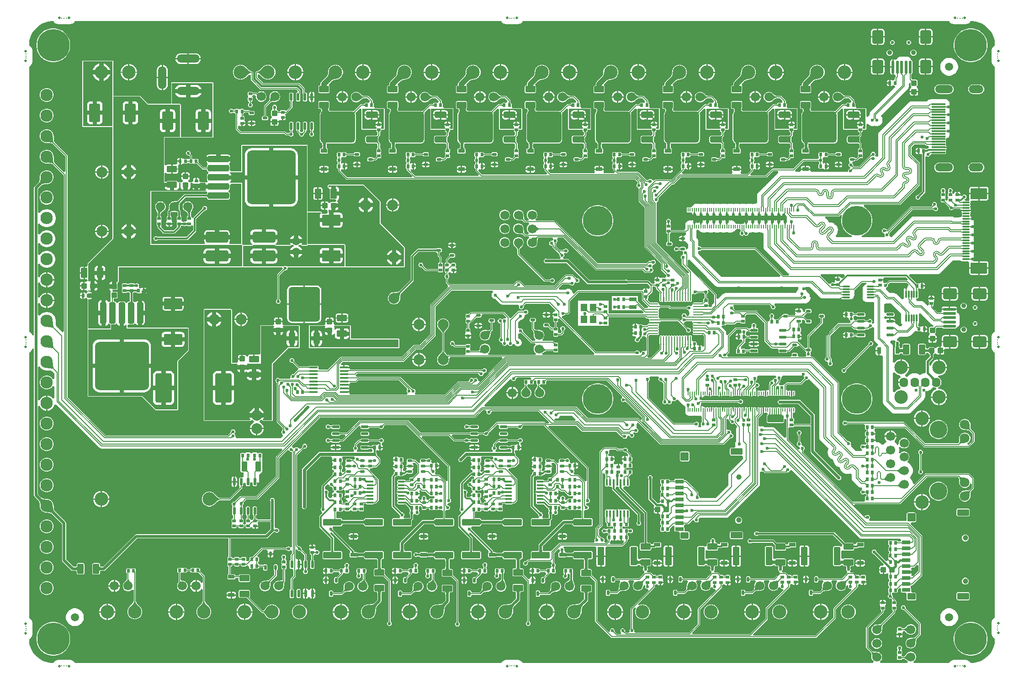
<source format=gtl>
G04*
G04 #@! TF.GenerationSoftware,Altium Limited,Altium Designer,22.1.2 (22)*
G04*
G04 Layer_Physical_Order=1*
G04 Layer_Color=255*
%FSLAX44Y44*%
%MOMM*%
G71*
G04*
G04 #@! TF.SameCoordinates,29E8C143-3DC4-495F-BF5F-5F13AAE0725B*
G04*
G04*
G04 #@! TF.FilePolarity,Positive*
G04*
G01*
G75*
%ADD10C,0.2000*%
%ADD12C,0.4000*%
%ADD13C,0.3000*%
%ADD15C,0.6000*%
G04:AMPARAMS|DCode=19|XSize=1.2mm|YSize=2.2mm|CornerRadius=0.18mm|HoleSize=0mm|Usage=FLASHONLY|Rotation=90.000|XOffset=0mm|YOffset=0mm|HoleType=Round|Shape=RoundedRectangle|*
%AMROUNDEDRECTD19*
21,1,1.2000,1.8400,0,0,90.0*
21,1,0.8400,2.2000,0,0,90.0*
1,1,0.3600,0.9200,0.4200*
1,1,0.3600,0.9200,-0.4200*
1,1,0.3600,-0.9200,-0.4200*
1,1,0.3600,-0.9200,0.4200*
%
%ADD19ROUNDEDRECTD19*%
G04:AMPARAMS|DCode=20|XSize=1.6mm|YSize=1.5mm|CornerRadius=0.225mm|HoleSize=0mm|Usage=FLASHONLY|Rotation=90.000|XOffset=0mm|YOffset=0mm|HoleType=Round|Shape=RoundedRectangle|*
%AMROUNDEDRECTD20*
21,1,1.6000,1.0500,0,0,90.0*
21,1,1.1500,1.5000,0,0,90.0*
1,1,0.4500,0.5250,0.5750*
1,1,0.4500,0.5250,-0.5750*
1,1,0.4500,-0.5250,-0.5750*
1,1,0.4500,-0.5250,0.5750*
%
%ADD20ROUNDEDRECTD20*%
G04:AMPARAMS|DCode=21|XSize=0.7mm|YSize=1.6mm|CornerRadius=0.105mm|HoleSize=0mm|Usage=FLASHONLY|Rotation=90.000|XOffset=0mm|YOffset=0mm|HoleType=Round|Shape=RoundedRectangle|*
%AMROUNDEDRECTD21*
21,1,0.7000,1.3900,0,0,90.0*
21,1,0.4900,1.6000,0,0,90.0*
1,1,0.2100,0.6950,0.2450*
1,1,0.2100,0.6950,-0.2450*
1,1,0.2100,-0.6950,-0.2450*
1,1,0.2100,-0.6950,0.2450*
%
%ADD21ROUNDEDRECTD21*%
G04:AMPARAMS|DCode=22|XSize=1.2mm|YSize=1.5mm|CornerRadius=0.18mm|HoleSize=0mm|Usage=FLASHONLY|Rotation=90.000|XOffset=0mm|YOffset=0mm|HoleType=Round|Shape=RoundedRectangle|*
%AMROUNDEDRECTD22*
21,1,1.2000,1.1400,0,0,90.0*
21,1,0.8400,1.5000,0,0,90.0*
1,1,0.3600,0.5700,0.4200*
1,1,0.3600,0.5700,-0.4200*
1,1,0.3600,-0.5700,-0.4200*
1,1,0.3600,-0.5700,0.4200*
%
%ADD22ROUNDEDRECTD22*%
G04:AMPARAMS|DCode=23|XSize=3mm|YSize=2mm|CornerRadius=0.1mm|HoleSize=0mm|Usage=FLASHONLY|Rotation=0.000|XOffset=0mm|YOffset=0mm|HoleType=Round|Shape=RoundedRectangle|*
%AMROUNDEDRECTD23*
21,1,3.0000,1.8000,0,0,0.0*
21,1,2.8000,2.0000,0,0,0.0*
1,1,0.2000,1.4000,-0.9000*
1,1,0.2000,-1.4000,-0.9000*
1,1,0.2000,-1.4000,0.9000*
1,1,0.2000,1.4000,0.9000*
%
%ADD23ROUNDEDRECTD23*%
G04:AMPARAMS|DCode=24|XSize=1.3mm|YSize=0.3mm|CornerRadius=0.075mm|HoleSize=0mm|Usage=FLASHONLY|Rotation=0.000|XOffset=0mm|YOffset=0mm|HoleType=Round|Shape=RoundedRectangle|*
%AMROUNDEDRECTD24*
21,1,1.3000,0.1500,0,0,0.0*
21,1,1.1500,0.3000,0,0,0.0*
1,1,0.1500,0.5750,-0.0750*
1,1,0.1500,-0.5750,-0.0750*
1,1,0.1500,-0.5750,0.0750*
1,1,0.1500,0.5750,0.0750*
%
%ADD24ROUNDEDRECTD24*%
G04:AMPARAMS|DCode=25|XSize=1.55mm|YSize=0.3mm|CornerRadius=0.075mm|HoleSize=0mm|Usage=FLASHONLY|Rotation=0.000|XOffset=0mm|YOffset=0mm|HoleType=Round|Shape=RoundedRectangle|*
%AMROUNDEDRECTD25*
21,1,1.5500,0.1500,0,0,0.0*
21,1,1.4000,0.3000,0,0,0.0*
1,1,0.1500,0.7000,-0.0750*
1,1,0.1500,-0.7000,-0.0750*
1,1,0.1500,-0.7000,0.0750*
1,1,0.1500,0.7000,0.0750*
%
%ADD25ROUNDEDRECTD25*%
G04:AMPARAMS|DCode=26|XSize=1.26mm|YSize=0.36mm|CornerRadius=0.09mm|HoleSize=0mm|Usage=FLASHONLY|Rotation=270.000|XOffset=0mm|YOffset=0mm|HoleType=Round|Shape=RoundedRectangle|*
%AMROUNDEDRECTD26*
21,1,1.2600,0.1800,0,0,270.0*
21,1,1.0800,0.3600,0,0,270.0*
1,1,0.1800,-0.0900,-0.5400*
1,1,0.1800,-0.0900,0.5400*
1,1,0.1800,0.0900,0.5400*
1,1,0.1800,0.0900,-0.5400*
%
%ADD26ROUNDEDRECTD26*%
G04:AMPARAMS|DCode=27|XSize=1.2mm|YSize=4mm|CornerRadius=0.3mm|HoleSize=0mm|Usage=FLASHONLY|Rotation=270.000|XOffset=0mm|YOffset=0mm|HoleType=Round|Shape=RoundedRectangle|*
%AMROUNDEDRECTD27*
21,1,1.2000,3.4000,0,0,270.0*
21,1,0.6000,4.0000,0,0,270.0*
1,1,0.6000,-1.7000,-0.3000*
1,1,0.6000,-1.7000,0.3000*
1,1,0.6000,1.7000,0.3000*
1,1,0.6000,1.7000,-0.3000*
%
%ADD27ROUNDEDRECTD27*%
G04:AMPARAMS|DCode=28|XSize=10mm|YSize=9mm|CornerRadius=0.9mm|HoleSize=0mm|Usage=FLASHONLY|Rotation=270.000|XOffset=0mm|YOffset=0mm|HoleType=Round|Shape=RoundedRectangle|*
%AMROUNDEDRECTD28*
21,1,10.0000,7.2000,0,0,270.0*
21,1,8.2000,9.0000,0,0,270.0*
1,1,1.8000,-3.6000,-4.1000*
1,1,1.8000,-3.6000,4.1000*
1,1,1.8000,3.6000,4.1000*
1,1,1.8000,3.6000,-4.1000*
%
%ADD28ROUNDEDRECTD28*%
G04:AMPARAMS|DCode=29|XSize=5.8mm|YSize=6.4mm|CornerRadius=0.58mm|HoleSize=0mm|Usage=FLASHONLY|Rotation=0.000|XOffset=0mm|YOffset=0mm|HoleType=Round|Shape=RoundedRectangle|*
%AMROUNDEDRECTD29*
21,1,5.8000,5.2400,0,0,0.0*
21,1,4.6400,6.4000,0,0,0.0*
1,1,1.1600,2.3200,-2.6200*
1,1,1.1600,-2.3200,-2.6200*
1,1,1.1600,-2.3200,2.6200*
1,1,1.1600,2.3200,2.6200*
%
%ADD29ROUNDEDRECTD29*%
G04:AMPARAMS|DCode=30|XSize=1.2mm|YSize=2.2mm|CornerRadius=0.3mm|HoleSize=0mm|Usage=FLASHONLY|Rotation=0.000|XOffset=0mm|YOffset=0mm|HoleType=Round|Shape=RoundedRectangle|*
%AMROUNDEDRECTD30*
21,1,1.2000,1.6000,0,0,0.0*
21,1,0.6000,2.2000,0,0,0.0*
1,1,0.6000,0.3000,-0.8000*
1,1,0.6000,-0.3000,-0.8000*
1,1,0.6000,-0.3000,0.8000*
1,1,0.6000,0.3000,0.8000*
%
%ADD30ROUNDEDRECTD30*%
G04:AMPARAMS|DCode=31|XSize=3.1mm|YSize=5.5mm|CornerRadius=0.465mm|HoleSize=0mm|Usage=FLASHONLY|Rotation=0.000|XOffset=0mm|YOffset=0mm|HoleType=Round|Shape=RoundedRectangle|*
%AMROUNDEDRECTD31*
21,1,3.1000,4.5700,0,0,0.0*
21,1,2.1700,5.5000,0,0,0.0*
1,1,0.9300,1.0850,-2.2850*
1,1,0.9300,-1.0850,-2.2850*
1,1,0.9300,-1.0850,2.2850*
1,1,0.9300,1.0850,2.2850*
%
%ADD31ROUNDEDRECTD31*%
G04:AMPARAMS|DCode=32|XSize=0.9mm|YSize=0.5mm|CornerRadius=0.125mm|HoleSize=0mm|Usage=FLASHONLY|Rotation=0.000|XOffset=0mm|YOffset=0mm|HoleType=Round|Shape=RoundedRectangle|*
%AMROUNDEDRECTD32*
21,1,0.9000,0.2500,0,0,0.0*
21,1,0.6500,0.5000,0,0,0.0*
1,1,0.2500,0.3250,-0.1250*
1,1,0.2500,-0.3250,-0.1250*
1,1,0.2500,-0.3250,0.1250*
1,1,0.2500,0.3250,0.1250*
%
%ADD32ROUNDEDRECTD32*%
G04:AMPARAMS|DCode=33|XSize=1.4mm|YSize=0.5mm|CornerRadius=0.125mm|HoleSize=0mm|Usage=FLASHONLY|Rotation=90.000|XOffset=0mm|YOffset=0mm|HoleType=Round|Shape=RoundedRectangle|*
%AMROUNDEDRECTD33*
21,1,1.4000,0.2500,0,0,90.0*
21,1,1.1500,0.5000,0,0,90.0*
1,1,0.2500,0.1250,0.5750*
1,1,0.2500,0.1250,-0.5750*
1,1,0.2500,-0.1250,-0.5750*
1,1,0.2500,-0.1250,0.5750*
%
%ADD33ROUNDEDRECTD33*%
G04:AMPARAMS|DCode=34|XSize=0.7mm|YSize=1.2mm|CornerRadius=0.07mm|HoleSize=0mm|Usage=FLASHONLY|Rotation=90.000|XOffset=0mm|YOffset=0mm|HoleType=Round|Shape=RoundedRectangle|*
%AMROUNDEDRECTD34*
21,1,0.7000,1.0600,0,0,90.0*
21,1,0.5600,1.2000,0,0,90.0*
1,1,0.1400,0.5300,0.2800*
1,1,0.1400,0.5300,-0.2800*
1,1,0.1400,-0.5300,-0.2800*
1,1,0.1400,-0.5300,0.2800*
%
%ADD34ROUNDEDRECTD34*%
G04:AMPARAMS|DCode=35|XSize=1.25mm|YSize=3.4mm|CornerRadius=0.125mm|HoleSize=0mm|Usage=FLASHONLY|Rotation=0.000|XOffset=0mm|YOffset=0mm|HoleType=Round|Shape=RoundedRectangle|*
%AMROUNDEDRECTD35*
21,1,1.2500,3.1500,0,0,0.0*
21,1,1.0000,3.4000,0,0,0.0*
1,1,0.2500,0.5000,-1.5750*
1,1,0.2500,-0.5000,-1.5750*
1,1,0.2500,-0.5000,1.5750*
1,1,0.2500,0.5000,1.5750*
%
%ADD35ROUNDEDRECTD35*%
G04:AMPARAMS|DCode=36|XSize=1.15mm|YSize=1.8mm|CornerRadius=0.115mm|HoleSize=0mm|Usage=FLASHONLY|Rotation=0.000|XOffset=0mm|YOffset=0mm|HoleType=Round|Shape=RoundedRectangle|*
%AMROUNDEDRECTD36*
21,1,1.1500,1.5700,0,0,0.0*
21,1,0.9200,1.8000,0,0,0.0*
1,1,0.2300,0.4600,-0.7850*
1,1,0.2300,-0.4600,-0.7850*
1,1,0.2300,-0.4600,0.7850*
1,1,0.2300,0.4600,0.7850*
%
%ADD36ROUNDEDRECTD36*%
G04:AMPARAMS|DCode=37|XSize=0.57mm|YSize=0.62mm|CornerRadius=0.057mm|HoleSize=0mm|Usage=FLASHONLY|Rotation=180.000|XOffset=0mm|YOffset=0mm|HoleType=Round|Shape=RoundedRectangle|*
%AMROUNDEDRECTD37*
21,1,0.5700,0.5060,0,0,180.0*
21,1,0.4560,0.6200,0,0,180.0*
1,1,0.1140,-0.2280,0.2530*
1,1,0.1140,0.2280,0.2530*
1,1,0.1140,0.2280,-0.2530*
1,1,0.1140,-0.2280,-0.2530*
%
%ADD37ROUNDEDRECTD37*%
G04:AMPARAMS|DCode=38|XSize=0.95mm|YSize=1mm|CornerRadius=0.095mm|HoleSize=0mm|Usage=FLASHONLY|Rotation=90.000|XOffset=0mm|YOffset=0mm|HoleType=Round|Shape=RoundedRectangle|*
%AMROUNDEDRECTD38*
21,1,0.9500,0.8100,0,0,90.0*
21,1,0.7600,1.0000,0,0,90.0*
1,1,0.1900,0.4050,0.3800*
1,1,0.1900,0.4050,-0.3800*
1,1,0.1900,-0.4050,-0.3800*
1,1,0.1900,-0.4050,0.3800*
%
%ADD38ROUNDEDRECTD38*%
G04:AMPARAMS|DCode=39|XSize=0.57mm|YSize=0.62mm|CornerRadius=0.057mm|HoleSize=0mm|Usage=FLASHONLY|Rotation=270.000|XOffset=0mm|YOffset=0mm|HoleType=Round|Shape=RoundedRectangle|*
%AMROUNDEDRECTD39*
21,1,0.5700,0.5060,0,0,270.0*
21,1,0.4560,0.6200,0,0,270.0*
1,1,0.1140,-0.2530,-0.2280*
1,1,0.1140,-0.2530,0.2280*
1,1,0.1140,0.2530,0.2280*
1,1,0.1140,0.2530,-0.2280*
%
%ADD39ROUNDEDRECTD39*%
G04:AMPARAMS|DCode=40|XSize=0.3mm|YSize=1.35mm|CornerRadius=0.045mm|HoleSize=0mm|Usage=FLASHONLY|Rotation=0.000|XOffset=0mm|YOffset=0mm|HoleType=Round|Shape=RoundedRectangle|*
%AMROUNDEDRECTD40*
21,1,0.3000,1.2600,0,0,0.0*
21,1,0.2100,1.3500,0,0,0.0*
1,1,0.0900,0.1050,-0.6300*
1,1,0.0900,-0.1050,-0.6300*
1,1,0.0900,-0.1050,0.6300*
1,1,0.0900,0.1050,0.6300*
%
%ADD40ROUNDEDRECTD40*%
%ADD41O,1.5500X0.2500*%
%ADD42O,0.2500X1.5500*%
G04:AMPARAMS|DCode=43|XSize=4.2mm|YSize=2mm|CornerRadius=0.3mm|HoleSize=0mm|Usage=FLASHONLY|Rotation=0.000|XOffset=0mm|YOffset=0mm|HoleType=Round|Shape=RoundedRectangle|*
%AMROUNDEDRECTD43*
21,1,4.2000,1.4000,0,0,0.0*
21,1,3.6000,2.0000,0,0,0.0*
1,1,0.6000,1.8000,-0.7000*
1,1,0.6000,-1.8000,-0.7000*
1,1,0.6000,-1.8000,0.7000*
1,1,0.6000,1.8000,0.7000*
%
%ADD43ROUNDEDRECTD43*%
G04:AMPARAMS|DCode=44|XSize=2.6mm|YSize=0.3mm|CornerRadius=0.075mm|HoleSize=0mm|Usage=FLASHONLY|Rotation=180.000|XOffset=0mm|YOffset=0mm|HoleType=Round|Shape=RoundedRectangle|*
%AMROUNDEDRECTD44*
21,1,2.6000,0.1500,0,0,180.0*
21,1,2.4500,0.3000,0,0,180.0*
1,1,0.1500,-1.2250,0.0750*
1,1,0.1500,1.2250,0.0750*
1,1,0.1500,1.2250,-0.0750*
1,1,0.1500,-1.2250,-0.0750*
%
%ADD44ROUNDEDRECTD44*%
G04:AMPARAMS|DCode=45|XSize=2mm|YSize=3.4mm|CornerRadius=0.2mm|HoleSize=0mm|Usage=FLASHONLY|Rotation=270.000|XOffset=0mm|YOffset=0mm|HoleType=Round|Shape=RoundedRectangle|*
%AMROUNDEDRECTD45*
21,1,2.0000,3.0000,0,0,270.0*
21,1,1.6000,3.4000,0,0,270.0*
1,1,0.4000,-1.5000,-0.8000*
1,1,0.4000,-1.5000,0.8000*
1,1,0.4000,1.5000,0.8000*
1,1,0.4000,1.5000,-0.8000*
%
%ADD45ROUNDEDRECTD45*%
G04:AMPARAMS|DCode=46|XSize=0.2mm|YSize=0.7mm|CornerRadius=0.05mm|HoleSize=0mm|Usage=FLASHONLY|Rotation=0.000|XOffset=0mm|YOffset=0mm|HoleType=Round|Shape=RoundedRectangle|*
%AMROUNDEDRECTD46*
21,1,0.2000,0.6000,0,0,0.0*
21,1,0.1000,0.7000,0,0,0.0*
1,1,0.1000,0.0500,-0.3000*
1,1,0.1000,-0.0500,-0.3000*
1,1,0.1000,-0.0500,0.3000*
1,1,0.1000,0.0500,0.3000*
%
%ADD46ROUNDEDRECTD46*%
G04:AMPARAMS|DCode=47|XSize=1.4mm|YSize=1.2mm|CornerRadius=0.18mm|HoleSize=0mm|Usage=FLASHONLY|Rotation=270.000|XOffset=0mm|YOffset=0mm|HoleType=Round|Shape=RoundedRectangle|*
%AMROUNDEDRECTD47*
21,1,1.4000,0.8400,0,0,270.0*
21,1,1.0400,1.2000,0,0,270.0*
1,1,0.3600,-0.4200,-0.5200*
1,1,0.3600,-0.4200,0.5200*
1,1,0.3600,0.4200,0.5200*
1,1,0.3600,0.4200,-0.5200*
%
%ADD47ROUNDEDRECTD47*%
G04:AMPARAMS|DCode=48|XSize=1mm|YSize=1.8mm|CornerRadius=0.1mm|HoleSize=0mm|Usage=FLASHONLY|Rotation=180.000|XOffset=0mm|YOffset=0mm|HoleType=Round|Shape=RoundedRectangle|*
%AMROUNDEDRECTD48*
21,1,1.0000,1.6000,0,0,180.0*
21,1,0.8000,1.8000,0,0,180.0*
1,1,0.2000,-0.4000,0.8000*
1,1,0.2000,0.4000,0.8000*
1,1,0.2000,0.4000,-0.8000*
1,1,0.2000,-0.4000,-0.8000*
%
%ADD48ROUNDEDRECTD48*%
G04:AMPARAMS|DCode=49|XSize=0.7mm|YSize=1.4mm|CornerRadius=0.105mm|HoleSize=0mm|Usage=FLASHONLY|Rotation=90.000|XOffset=0mm|YOffset=0mm|HoleType=Round|Shape=RoundedRectangle|*
%AMROUNDEDRECTD49*
21,1,0.7000,1.1900,0,0,90.0*
21,1,0.4900,1.4000,0,0,90.0*
1,1,0.2100,0.5950,0.2450*
1,1,0.2100,0.5950,-0.2450*
1,1,0.2100,-0.5950,-0.2450*
1,1,0.2100,-0.5950,0.2450*
%
%ADD49ROUNDEDRECTD49*%
G04:AMPARAMS|DCode=50|XSize=2.5mm|YSize=2mm|CornerRadius=0.3mm|HoleSize=0mm|Usage=FLASHONLY|Rotation=270.000|XOffset=0mm|YOffset=0mm|HoleType=Round|Shape=RoundedRectangle|*
%AMROUNDEDRECTD50*
21,1,2.5000,1.4000,0,0,270.0*
21,1,1.9000,2.0000,0,0,270.0*
1,1,0.6000,-0.7000,-0.9500*
1,1,0.6000,-0.7000,0.9500*
1,1,0.6000,0.7000,0.9500*
1,1,0.6000,0.7000,-0.9500*
%
%ADD50ROUNDEDRECTD50*%
G04:AMPARAMS|DCode=51|XSize=2.3mm|YSize=0.5mm|CornerRadius=0.075mm|HoleSize=0mm|Usage=FLASHONLY|Rotation=270.000|XOffset=0mm|YOffset=0mm|HoleType=Round|Shape=RoundedRectangle|*
%AMROUNDEDRECTD51*
21,1,2.3000,0.3500,0,0,270.0*
21,1,2.1500,0.5000,0,0,270.0*
1,1,0.1500,-0.1750,-1.0750*
1,1,0.1500,-0.1750,1.0750*
1,1,0.1500,0.1750,1.0750*
1,1,0.1500,0.1750,-1.0750*
%
%ADD51ROUNDEDRECTD51*%
G04:AMPARAMS|DCode=52|XSize=2.3mm|YSize=0.5mm|CornerRadius=0.075mm|HoleSize=0mm|Usage=FLASHONLY|Rotation=180.000|XOffset=0mm|YOffset=0mm|HoleType=Round|Shape=RoundedRectangle|*
%AMROUNDEDRECTD52*
21,1,2.3000,0.3500,0,0,180.0*
21,1,2.1500,0.5000,0,0,180.0*
1,1,0.1500,-1.0750,0.1750*
1,1,0.1500,1.0750,0.1750*
1,1,0.1500,1.0750,-0.1750*
1,1,0.1500,-1.0750,-0.1750*
%
%ADD52ROUNDEDRECTD52*%
G04:AMPARAMS|DCode=53|XSize=2.5mm|YSize=2mm|CornerRadius=0.3mm|HoleSize=0mm|Usage=FLASHONLY|Rotation=0.000|XOffset=0mm|YOffset=0mm|HoleType=Round|Shape=RoundedRectangle|*
%AMROUNDEDRECTD53*
21,1,2.5000,1.4000,0,0,0.0*
21,1,1.9000,2.0000,0,0,0.0*
1,1,0.6000,0.9500,-0.7000*
1,1,0.6000,-0.9500,-0.7000*
1,1,0.6000,-0.9500,0.7000*
1,1,0.6000,0.9500,0.7000*
%
%ADD53ROUNDEDRECTD53*%
G04:AMPARAMS|DCode=54|XSize=1.15mm|YSize=1.8mm|CornerRadius=0.115mm|HoleSize=0mm|Usage=FLASHONLY|Rotation=270.000|XOffset=0mm|YOffset=0mm|HoleType=Round|Shape=RoundedRectangle|*
%AMROUNDEDRECTD54*
21,1,1.1500,1.5700,0,0,270.0*
21,1,0.9200,1.8000,0,0,270.0*
1,1,0.2300,-0.7850,-0.4600*
1,1,0.2300,-0.7850,0.4600*
1,1,0.2300,0.7850,0.4600*
1,1,0.2300,0.7850,-0.4600*
%
%ADD54ROUNDEDRECTD54*%
G04:AMPARAMS|DCode=55|XSize=0.95mm|YSize=1mm|CornerRadius=0.095mm|HoleSize=0mm|Usage=FLASHONLY|Rotation=0.000|XOffset=0mm|YOffset=0mm|HoleType=Round|Shape=RoundedRectangle|*
%AMROUNDEDRECTD55*
21,1,0.9500,0.8100,0,0,0.0*
21,1,0.7600,1.0000,0,0,0.0*
1,1,0.1900,0.3800,-0.4050*
1,1,0.1900,-0.3800,-0.4050*
1,1,0.1900,-0.3800,0.4050*
1,1,0.1900,0.3800,0.4050*
%
%ADD55ROUNDEDRECTD55*%
G04:AMPARAMS|DCode=56|XSize=2mm|YSize=3.4mm|CornerRadius=0.2mm|HoleSize=0mm|Usage=FLASHONLY|Rotation=0.000|XOffset=0mm|YOffset=0mm|HoleType=Round|Shape=RoundedRectangle|*
%AMROUNDEDRECTD56*
21,1,2.0000,3.0000,0,0,0.0*
21,1,1.6000,3.4000,0,0,0.0*
1,1,0.4000,0.8000,-1.5000*
1,1,0.4000,-0.8000,-1.5000*
1,1,0.4000,-0.8000,1.5000*
1,1,0.4000,0.8000,1.5000*
%
%ADD56ROUNDEDRECTD56*%
G04:AMPARAMS|DCode=57|XSize=0.7mm|YSize=1.2mm|CornerRadius=0.07mm|HoleSize=0mm|Usage=FLASHONLY|Rotation=0.000|XOffset=0mm|YOffset=0mm|HoleType=Round|Shape=RoundedRectangle|*
%AMROUNDEDRECTD57*
21,1,0.7000,1.0600,0,0,0.0*
21,1,0.5600,1.2000,0,0,0.0*
1,1,0.1400,0.2800,-0.5300*
1,1,0.1400,-0.2800,-0.5300*
1,1,0.1400,-0.2800,0.5300*
1,1,0.1400,0.2800,0.5300*
%
%ADD57ROUNDEDRECTD57*%
G04:AMPARAMS|DCode=58|XSize=5.8mm|YSize=6.4mm|CornerRadius=0.58mm|HoleSize=0mm|Usage=FLASHONLY|Rotation=90.000|XOffset=0mm|YOffset=0mm|HoleType=Round|Shape=RoundedRectangle|*
%AMROUNDEDRECTD58*
21,1,5.8000,5.2400,0,0,90.0*
21,1,4.6400,6.4000,0,0,90.0*
1,1,1.1600,2.6200,2.3200*
1,1,1.1600,2.6200,-2.3200*
1,1,1.1600,-2.6200,-2.3200*
1,1,1.1600,-2.6200,2.3200*
%
%ADD58ROUNDEDRECTD58*%
G04:AMPARAMS|DCode=59|XSize=1.2mm|YSize=2.2mm|CornerRadius=0.3mm|HoleSize=0mm|Usage=FLASHONLY|Rotation=90.000|XOffset=0mm|YOffset=0mm|HoleType=Round|Shape=RoundedRectangle|*
%AMROUNDEDRECTD59*
21,1,1.2000,1.6000,0,0,90.0*
21,1,0.6000,2.2000,0,0,90.0*
1,1,0.6000,0.8000,0.3000*
1,1,0.6000,0.8000,-0.3000*
1,1,0.6000,-0.8000,-0.3000*
1,1,0.6000,-0.8000,0.3000*
%
%ADD59ROUNDEDRECTD59*%
G04:AMPARAMS|DCode=60|XSize=1.25mm|YSize=3.4mm|CornerRadius=0.125mm|HoleSize=0mm|Usage=FLASHONLY|Rotation=270.000|XOffset=0mm|YOffset=0mm|HoleType=Round|Shape=RoundedRectangle|*
%AMROUNDEDRECTD60*
21,1,1.2500,3.1500,0,0,270.0*
21,1,1.0000,3.4000,0,0,270.0*
1,1,0.2500,-1.5750,-0.5000*
1,1,0.2500,-1.5750,0.5000*
1,1,0.2500,1.5750,0.5000*
1,1,0.2500,1.5750,-0.5000*
%
%ADD60ROUNDEDRECTD60*%
G04:AMPARAMS|DCode=61|XSize=1.26mm|YSize=0.36mm|CornerRadius=0.09mm|HoleSize=0mm|Usage=FLASHONLY|Rotation=0.000|XOffset=0mm|YOffset=0mm|HoleType=Round|Shape=RoundedRectangle|*
%AMROUNDEDRECTD61*
21,1,1.2600,0.1800,0,0,0.0*
21,1,1.0800,0.3600,0,0,0.0*
1,1,0.1800,0.5400,-0.0900*
1,1,0.1800,-0.5400,-0.0900*
1,1,0.1800,-0.5400,0.0900*
1,1,0.1800,0.5400,0.0900*
%
%ADD61ROUNDEDRECTD61*%
G04:AMPARAMS|DCode=62|XSize=1.4mm|YSize=0.5mm|CornerRadius=0.125mm|HoleSize=0mm|Usage=FLASHONLY|Rotation=0.000|XOffset=0mm|YOffset=0mm|HoleType=Round|Shape=RoundedRectangle|*
%AMROUNDEDRECTD62*
21,1,1.4000,0.2500,0,0,0.0*
21,1,1.1500,0.5000,0,0,0.0*
1,1,0.2500,0.5750,-0.1250*
1,1,0.2500,-0.5750,-0.1250*
1,1,0.2500,-0.5750,0.1250*
1,1,0.2500,0.5750,0.1250*
%
%ADD62ROUNDEDRECTD62*%
G04:AMPARAMS|DCode=63|XSize=1.2mm|YSize=4mm|CornerRadius=0.3mm|HoleSize=0mm|Usage=FLASHONLY|Rotation=180.000|XOffset=0mm|YOffset=0mm|HoleType=Round|Shape=RoundedRectangle|*
%AMROUNDEDRECTD63*
21,1,1.2000,3.4000,0,0,180.0*
21,1,0.6000,4.0000,0,0,180.0*
1,1,0.6000,-0.3000,1.7000*
1,1,0.6000,0.3000,1.7000*
1,1,0.6000,0.3000,-1.7000*
1,1,0.6000,-0.3000,-1.7000*
%
%ADD63ROUNDEDRECTD63*%
G04:AMPARAMS|DCode=64|XSize=10mm|YSize=9mm|CornerRadius=0.9mm|HoleSize=0mm|Usage=FLASHONLY|Rotation=180.000|XOffset=0mm|YOffset=0mm|HoleType=Round|Shape=RoundedRectangle|*
%AMROUNDEDRECTD64*
21,1,10.0000,7.2000,0,0,180.0*
21,1,8.2000,9.0000,0,0,180.0*
1,1,1.8000,-4.1000,3.6000*
1,1,1.8000,4.1000,3.6000*
1,1,1.8000,4.1000,-3.6000*
1,1,1.8000,-4.1000,-3.6000*
%
%ADD64ROUNDEDRECTD64*%
G04:AMPARAMS|DCode=65|XSize=0.9mm|YSize=0.5mm|CornerRadius=0.125mm|HoleSize=0mm|Usage=FLASHONLY|Rotation=270.000|XOffset=0mm|YOffset=0mm|HoleType=Round|Shape=RoundedRectangle|*
%AMROUNDEDRECTD65*
21,1,0.9000,0.2500,0,0,270.0*
21,1,0.6500,0.5000,0,0,270.0*
1,1,0.2500,-0.1250,-0.3250*
1,1,0.2500,-0.1250,0.3250*
1,1,0.2500,0.1250,0.3250*
1,1,0.2500,0.1250,-0.3250*
%
%ADD65ROUNDEDRECTD65*%
G04:AMPARAMS|DCode=66|XSize=0.3mm|YSize=1.35mm|CornerRadius=0.045mm|HoleSize=0mm|Usage=FLASHONLY|Rotation=90.000|XOffset=0mm|YOffset=0mm|HoleType=Round|Shape=RoundedRectangle|*
%AMROUNDEDRECTD66*
21,1,0.3000,1.2600,0,0,90.0*
21,1,0.2100,1.3500,0,0,90.0*
1,1,0.0900,0.6300,0.1050*
1,1,0.0900,0.6300,-0.1050*
1,1,0.0900,-0.6300,-0.1050*
1,1,0.0900,-0.6300,0.1050*
%
%ADD66ROUNDEDRECTD66*%
%ADD119C,0.6000*%
%ADD121C,1.8000*%
%ADD131C,1.0000*%
%ADD135C,0.1270*%
%ADD136C,0.1270*%
%ADD137C,1.5000*%
%ADD138C,0.1600*%
%ADD139C,0.5000*%
%ADD140C,1.0000*%
%ADD141C,2.3000*%
%ADD142C,2.0000*%
%ADD143C,0.5000*%
%ADD144C,0.3000*%
%ADD145C,1.7000*%
%ADD146C,2.5000*%
%ADD147C,3.2500*%
%ADD148O,3.3000X1.5000*%
%ADD149O,2.7000X1.5000*%
%ADD150O,4.2000X1.5000*%
%ADD151O,1.5000X4.2000*%
%ADD152O,1.6000X1.8000*%
%ADD153C,0.9000*%
%ADD154C,5.5000*%
%ADD155C,6.0000*%
%ADD156C,0.7000*%
G36*
X1630913Y1098035D02*
X1630821Y1097999D01*
X1630740Y1097938D01*
X1630669Y1097854D01*
X1630610Y1097745D01*
X1630561Y1097612D01*
X1630523Y1097455D01*
X1630496Y1097274D01*
X1630479Y1097068D01*
X1630474Y1096839D01*
X1629204D01*
X1629198Y1097068D01*
X1629182Y1097274D01*
X1629155Y1097455D01*
X1629117Y1097612D01*
X1629068Y1097745D01*
X1629009Y1097854D01*
X1628938Y1097938D01*
X1628857Y1097999D01*
X1628765Y1098035D01*
X1628662Y1098047D01*
X1631016D01*
X1630913Y1098035D01*
D02*
G37*
G36*
X1623279D02*
X1623187Y1097999D01*
X1623106Y1097938D01*
X1623035Y1097854D01*
X1622975Y1097745D01*
X1622927Y1097612D01*
X1622889Y1097455D01*
X1622861Y1097274D01*
X1622845Y1097068D01*
X1622840Y1096839D01*
X1621570D01*
X1621564Y1097068D01*
X1621548Y1097274D01*
X1621521Y1097455D01*
X1621483Y1097612D01*
X1621434Y1097745D01*
X1621375Y1097854D01*
X1621304Y1097938D01*
X1621223Y1097999D01*
X1621130Y1098035D01*
X1621027Y1098047D01*
X1623382D01*
X1623279Y1098035D01*
D02*
G37*
G36*
X1639149Y1098034D02*
X1639041Y1097995D01*
X1638946Y1097930D01*
X1638864Y1097839D01*
X1638794Y1097722D01*
X1638737Y1097579D01*
X1638692Y1097410D01*
X1638660Y1097215D01*
X1638641Y1096993D01*
X1638635Y1096746D01*
X1637365D01*
X1637359Y1096993D01*
X1637340Y1097215D01*
X1637308Y1097410D01*
X1637263Y1097579D01*
X1637206Y1097722D01*
X1637136Y1097839D01*
X1637054Y1097930D01*
X1636959Y1097995D01*
X1636851Y1098034D01*
X1636730Y1098047D01*
X1639270D01*
X1639149Y1098034D01*
D02*
G37*
G36*
X1615149D02*
X1615041Y1097995D01*
X1614946Y1097930D01*
X1614864Y1097839D01*
X1614794Y1097722D01*
X1614737Y1097579D01*
X1614692Y1097410D01*
X1614660Y1097215D01*
X1614641Y1096993D01*
X1614635Y1096746D01*
X1613365D01*
X1613359Y1096993D01*
X1613340Y1097215D01*
X1613308Y1097410D01*
X1613263Y1097579D01*
X1613206Y1097722D01*
X1613136Y1097839D01*
X1613054Y1097930D01*
X1612959Y1097995D01*
X1612851Y1098034D01*
X1612730Y1098047D01*
X1615270D01*
X1615149Y1098034D01*
D02*
G37*
G36*
X1612084Y1084141D02*
X1612117Y1083721D01*
X1612146Y1083544D01*
X1612183Y1083389D01*
X1612229Y1083256D01*
X1612282Y1083144D01*
X1612344Y1083055D01*
X1612414Y1082988D01*
X1612493Y1082943D01*
X1610175Y1083083D01*
X1610296Y1083090D01*
X1610404Y1083123D01*
X1610499Y1083184D01*
X1610581Y1083273D01*
X1610651Y1083389D01*
X1610708Y1083533D01*
X1610753Y1083705D01*
X1610785Y1083904D01*
X1610804Y1084130D01*
X1610810Y1084384D01*
X1612080D01*
X1612084Y1084141D01*
D02*
G37*
G36*
X1640281Y1085376D02*
X1640750Y1084977D01*
X1640956Y1084831D01*
X1641144Y1084721D01*
X1641314Y1084646D01*
X1641465Y1084608D01*
X1641598Y1084605D01*
X1641713Y1084638D01*
X1641809Y1084707D01*
X1640043Y1082942D01*
X1640112Y1083037D01*
X1640145Y1083152D01*
X1640142Y1083285D01*
X1640104Y1083436D01*
X1640029Y1083606D01*
X1639919Y1083794D01*
X1639773Y1084000D01*
X1639592Y1084226D01*
X1639121Y1084731D01*
X1640019Y1085629D01*
X1640281Y1085376D01*
D02*
G37*
G36*
X50087Y1194902D02*
X50998Y1193325D01*
X53325Y1190997D01*
X56175Y1189352D01*
X59354Y1188500D01*
X62646D01*
X63566Y1188746D01*
X64486Y1188500D01*
X67514D01*
X68000Y1188630D01*
X68486Y1188500D01*
X71514D01*
X72000Y1188630D01*
X72486Y1188500D01*
X75514D01*
X76434Y1188746D01*
X77354Y1188500D01*
X80646D01*
X83825Y1189352D01*
X86675Y1190997D01*
X89003Y1193325D01*
X89913Y1194902D01*
X880087Y1194902D01*
X880997Y1193325D01*
X883325Y1190997D01*
X886175Y1189352D01*
X889354Y1188500D01*
X892646D01*
X893566Y1188746D01*
X894486Y1188500D01*
X897514D01*
X898000Y1188630D01*
X898486Y1188500D01*
X901514D01*
X902000Y1188630D01*
X902486Y1188500D01*
X905514D01*
X906434Y1188746D01*
X907354Y1188500D01*
X910646D01*
X913825Y1189352D01*
X916675Y1190997D01*
X919003Y1193325D01*
X919913Y1194902D01*
X1710087Y1194902D01*
X1710997Y1193325D01*
X1713325Y1190997D01*
X1716175Y1189352D01*
X1719354Y1188500D01*
X1722646D01*
X1723566Y1188746D01*
X1724486Y1188500D01*
X1727514D01*
X1728000Y1188630D01*
X1728486Y1188500D01*
X1731514D01*
X1732000Y1188630D01*
X1732486Y1188500D01*
X1735514D01*
X1736434Y1188746D01*
X1737354Y1188500D01*
X1740646D01*
X1743825Y1189352D01*
X1746675Y1190997D01*
X1749003Y1193325D01*
X1749913Y1194902D01*
X1752943Y1194902D01*
X1758779Y1194134D01*
X1764464Y1192610D01*
X1769902Y1190358D01*
X1775000Y1187415D01*
X1779669Y1183832D01*
X1783831Y1179670D01*
X1787415Y1175000D01*
X1790358Y1169902D01*
X1792610Y1164464D01*
X1794134Y1158779D01*
X1794902Y1152943D01*
X1794902Y1149913D01*
X1793325Y1149003D01*
X1790997Y1146675D01*
X1789352Y1143825D01*
X1788500Y1140646D01*
Y1137354D01*
X1788747Y1136434D01*
X1788500Y1135514D01*
Y1132486D01*
X1788630Y1132000D01*
X1788500Y1131514D01*
Y1128486D01*
X1788630Y1128000D01*
X1788500Y1127514D01*
Y1124486D01*
X1788747Y1123566D01*
X1788500Y1122646D01*
Y1119354D01*
X1789352Y1116175D01*
X1790997Y1113325D01*
X1793325Y1110997D01*
X1794902Y1110087D01*
X1794902Y619913D01*
X1793325Y619002D01*
X1790997Y616675D01*
X1789352Y613825D01*
X1788500Y610646D01*
Y607354D01*
X1788747Y606434D01*
X1788500Y605514D01*
Y602486D01*
X1788630Y602000D01*
X1788500Y601514D01*
Y598486D01*
X1788630Y598000D01*
X1788500Y597514D01*
Y594486D01*
X1788747Y593566D01*
X1788500Y592646D01*
Y589354D01*
X1789352Y586175D01*
X1790997Y583325D01*
X1793325Y580998D01*
X1794902Y580087D01*
X1794902Y89913D01*
X1793325Y89003D01*
X1790997Y86675D01*
X1789352Y83825D01*
X1788500Y80646D01*
Y77354D01*
X1788747Y76434D01*
X1788500Y75514D01*
Y72486D01*
X1788630Y72000D01*
X1788500Y71514D01*
Y68486D01*
X1788630Y68000D01*
X1788500Y67514D01*
Y64486D01*
X1788747Y63566D01*
X1788500Y62646D01*
Y59354D01*
X1789352Y56175D01*
X1790997Y53325D01*
X1793325Y50998D01*
X1794902Y50087D01*
X1794902Y47057D01*
X1794134Y41221D01*
X1792610Y35536D01*
X1790358Y30098D01*
X1787415Y25000D01*
X1783831Y20330D01*
X1779670Y16168D01*
X1775000Y12585D01*
X1769902Y9642D01*
X1764464Y7390D01*
X1758779Y5866D01*
X1752943Y5098D01*
X1749913D01*
X1749003Y6675D01*
X1746675Y9003D01*
X1743825Y10648D01*
X1740646Y11500D01*
X1737354D01*
X1736434Y11253D01*
X1735514Y11500D01*
X1732486D01*
X1732000Y11370D01*
X1731514Y11500D01*
X1728486D01*
X1728000Y11370D01*
X1727514Y11500D01*
X1724486D01*
X1723566Y11253D01*
X1722646Y11500D01*
X1719354D01*
X1716175Y10648D01*
X1713325Y9003D01*
X1710997Y6675D01*
X1710087Y5098D01*
X1644618D01*
X1643814Y8098D01*
X1644999Y8782D01*
X1646818Y10601D01*
X1648104Y12829D01*
X1648770Y15314D01*
Y17886D01*
X1648104Y20371D01*
X1646818Y22599D01*
X1644999Y24418D01*
X1642771Y25704D01*
X1640286Y26370D01*
X1637714D01*
X1635229Y25704D01*
X1633001Y24418D01*
X1631182Y22599D01*
X1631044Y22360D01*
X1630934Y22295D01*
X1629436Y20301D01*
X1628765Y19518D01*
X1628123Y18844D01*
X1627523Y18292D01*
X1626973Y17861D01*
X1626481Y17549D01*
X1626058Y17348D01*
X1625711Y17246D01*
X1625406Y17214D01*
X1624999Y17215D01*
X1622310Y17962D01*
X1622275Y18139D01*
X1622263Y18198D01*
X1621950Y20000D01*
X1622263Y21802D01*
X1622275Y21860D01*
X1622406Y22520D01*
Y27080D01*
X1622263Y27798D01*
X1621857Y28407D01*
X1621656Y30245D01*
X1622047Y31613D01*
X1622270Y32151D01*
Y33849D01*
X1621620Y35419D01*
X1620419Y36620D01*
X1618849Y37270D01*
X1617151D01*
X1615581Y36620D01*
X1614380Y35419D01*
X1613730Y33849D01*
Y32151D01*
X1613953Y31613D01*
X1614343Y30245D01*
X1614143Y28407D01*
X1613737Y27798D01*
X1613594Y27080D01*
Y22520D01*
X1613725Y21860D01*
X1613737Y21802D01*
X1614050Y20000D01*
X1613737Y18198D01*
X1613725Y18140D01*
X1613594Y17480D01*
Y12920D01*
X1613737Y12202D01*
X1614143Y11594D01*
X1614752Y11187D01*
X1615470Y11044D01*
X1620530D01*
X1621248Y11187D01*
X1621857Y11594D01*
X1622263Y12202D01*
X1622406Y12920D01*
Y13190D01*
X1622419Y13191D01*
X1622570Y13258D01*
X1625378D01*
X1625479Y13201D01*
X1625759Y13166D01*
X1626073Y13073D01*
X1626553Y12876D01*
X1627130Y12592D01*
X1631944Y9512D01*
X1633190Y8615D01*
X1633234Y8314D01*
X1633263Y8098D01*
X1630773Y5098D01*
X1582484D01*
X1581680Y8098D01*
X1581999Y8282D01*
X1583818Y10101D01*
X1585104Y12329D01*
X1585770Y14814D01*
Y17386D01*
X1585104Y19871D01*
X1583818Y22099D01*
X1581999Y23918D01*
X1579771Y25204D01*
X1577286Y25870D01*
X1576176D01*
X1575934Y25974D01*
X1573233Y26012D01*
X1571042Y26179D01*
X1570161Y26305D01*
X1569402Y26459D01*
X1568784Y26633D01*
X1568314Y26816D01*
X1567999Y26988D01*
X1567710Y27220D01*
X1567592Y27255D01*
X1559942Y34904D01*
Y70195D01*
X1588373Y98627D01*
X1588795Y99257D01*
X1588942Y100000D01*
Y102880D01*
X1589009Y103031D01*
X1589010Y103044D01*
X1589530D01*
X1590248Y103187D01*
X1590857Y103594D01*
X1591263Y104202D01*
X1591406Y104920D01*
Y108748D01*
X1591406Y109480D01*
X1591629Y111344D01*
X1592094Y112805D01*
X1592316Y113164D01*
X1592422Y113322D01*
X1592660Y114520D01*
Y115550D01*
X1587000D01*
X1583916D01*
Y114800D01*
X1583896Y114990D01*
X1583835Y115160D01*
X1583734Y115310D01*
X1583592Y115440D01*
X1583409Y115550D01*
X1583409Y115550D01*
X1581340D01*
Y114520D01*
X1581578Y113322D01*
X1581684Y113164D01*
X1581906Y112805D01*
X1582372Y111344D01*
X1582594Y109480D01*
X1582594Y108748D01*
Y104920D01*
X1582737Y104202D01*
X1583143Y103594D01*
X1583681Y103234D01*
X1583819Y102912D01*
X1584370Y100636D01*
X1584348Y100095D01*
X1556627Y72373D01*
X1556205Y71743D01*
X1556058Y71000D01*
Y34100D01*
X1556205Y33357D01*
X1556627Y32727D01*
X1564845Y24508D01*
X1564880Y24390D01*
X1565112Y24101D01*
X1565284Y23786D01*
X1565467Y23316D01*
X1565641Y22698D01*
X1565795Y21939D01*
X1565919Y21070D01*
X1566124Y17574D01*
X1566126Y16183D01*
X1566230Y15932D01*
Y14814D01*
X1566896Y12329D01*
X1568182Y10101D01*
X1570001Y8282D01*
X1570320Y8098D01*
X1569516Y5098D01*
X919913Y5098D01*
X919003Y6675D01*
X916675Y9003D01*
X913825Y10648D01*
X910646Y11500D01*
X907354D01*
X906434Y11253D01*
X905514Y11500D01*
X902486D01*
X902000Y11370D01*
X901514Y11500D01*
X898486D01*
X898000Y11370D01*
X897514Y11500D01*
X894486D01*
X893566Y11253D01*
X892646Y11500D01*
X889354D01*
X886175Y10648D01*
X883325Y9003D01*
X880997Y6675D01*
X880087Y5098D01*
X89913Y5098D01*
X89003Y6675D01*
X86675Y9003D01*
X83825Y10648D01*
X80646Y11500D01*
X77354D01*
X76434Y11253D01*
X75514Y11500D01*
X72486D01*
X72000Y11370D01*
X71514Y11500D01*
X68486D01*
X68000Y11370D01*
X67514Y11500D01*
X64486D01*
X63566Y11253D01*
X62646Y11500D01*
X59354D01*
X56175Y10648D01*
X53325Y9003D01*
X50998Y6675D01*
X50087Y5098D01*
X47057Y5098D01*
X41221Y5866D01*
X35536Y7390D01*
X30098Y9642D01*
X25000Y12585D01*
X20330Y16168D01*
X16168Y20330D01*
X12585Y25000D01*
X9642Y30098D01*
X7390Y35536D01*
X5866Y41221D01*
X5098Y47057D01*
Y49087D01*
X6675Y49998D01*
X9003Y52325D01*
X10648Y55175D01*
X11500Y58354D01*
Y61646D01*
X11253Y62566D01*
X11500Y63486D01*
Y66514D01*
X11370Y67000D01*
X11500Y67486D01*
Y70514D01*
X11370Y71000D01*
X11500Y71486D01*
Y74514D01*
X11253Y75434D01*
X11500Y76354D01*
Y79646D01*
X10648Y82825D01*
X9003Y85675D01*
X6675Y88003D01*
X5098Y88913D01*
Y580087D01*
X6675Y580998D01*
X9003Y583325D01*
X10648Y586175D01*
X11156Y588071D01*
X14156Y587676D01*
Y316400D01*
X14156Y316400D01*
X14449Y314929D01*
X15282Y313682D01*
X22365Y306599D01*
X22386Y306538D01*
X22933Y305920D01*
X23380Y305276D01*
X23783Y304537D01*
X24139Y303699D01*
X24445Y302759D01*
X24697Y301716D01*
X24891Y300589D01*
X25110Y297959D01*
X25126Y296500D01*
X25230Y296256D01*
Y294719D01*
X26100Y291471D01*
X27782Y288559D01*
X30159Y286182D01*
X33071Y284500D01*
X36319Y283630D01*
X37856D01*
X38100Y283526D01*
X39576Y283510D01*
X40924Y283432D01*
X42171Y283294D01*
X43316Y283097D01*
X44359Y282845D01*
X45299Y282539D01*
X46137Y282183D01*
X46876Y281780D01*
X47520Y281333D01*
X48138Y280786D01*
X48199Y280765D01*
X66156Y262808D01*
Y195620D01*
X66156Y195620D01*
X66449Y194149D01*
X67282Y192902D01*
X82902Y177282D01*
X82902Y177282D01*
X84149Y176449D01*
X85620Y176156D01*
X89655D01*
X89723Y176126D01*
X90637Y176102D01*
X91397Y176035D01*
X92033Y175930D01*
X92540Y175794D01*
X92912Y175643D01*
X93153Y175497D01*
X93285Y175375D01*
X93350Y175278D01*
X93389Y175168D01*
X93422Y174855D01*
X93433Y174836D01*
Y172150D01*
X93620Y171206D01*
X94155Y170405D01*
X94956Y169870D01*
X95900Y169683D01*
X105100D01*
X106044Y169870D01*
X106845Y170405D01*
X107380Y171206D01*
X107567Y172150D01*
Y187850D01*
X107380Y188794D01*
X106845Y189595D01*
X106044Y190130D01*
X105100Y190317D01*
X95900D01*
X94956Y190130D01*
X94155Y189595D01*
X93620Y188794D01*
X93433Y187850D01*
Y185164D01*
X93422Y185145D01*
X93389Y184832D01*
X93350Y184722D01*
X93285Y184625D01*
X93153Y184503D01*
X92912Y184357D01*
X92540Y184206D01*
X92033Y184070D01*
X91397Y183965D01*
X90637Y183898D01*
X89723Y183874D01*
X89655Y183844D01*
X87212D01*
X73844Y197213D01*
Y264400D01*
X73844Y264400D01*
X73551Y265871D01*
X72718Y267118D01*
X53635Y286201D01*
X53614Y286262D01*
X53067Y286880D01*
X52620Y287524D01*
X52217Y288263D01*
X51861Y289101D01*
X51555Y290041D01*
X51303Y291084D01*
X51109Y292211D01*
X50890Y294841D01*
X50874Y296300D01*
X50770Y296544D01*
Y298081D01*
X49900Y301329D01*
X48218Y304241D01*
X45841Y306619D01*
X42929Y308300D01*
X39681Y309170D01*
X38144D01*
X37900Y309274D01*
X36424Y309291D01*
X35076Y309368D01*
X33829Y309506D01*
X32684Y309703D01*
X31641Y309955D01*
X30701Y310261D01*
X29863Y310617D01*
X29124Y311020D01*
X28480Y311467D01*
X27862Y312014D01*
X27801Y312035D01*
X21844Y317992D01*
Y481413D01*
X24844Y481808D01*
X24954Y481396D01*
X26797Y478204D01*
X29404Y475597D01*
X32596Y473754D01*
X36157Y472800D01*
X36750D01*
Y486800D01*
Y500800D01*
X36157D01*
X32596Y499846D01*
X29404Y498003D01*
X26797Y495396D01*
X24954Y492204D01*
X24844Y491792D01*
X21844Y492187D01*
Y553780D01*
X24844Y554690D01*
X25960Y553019D01*
X28119Y550860D01*
X30658Y549164D01*
X33479Y547996D01*
X36473Y547400D01*
X37697D01*
X38061Y547323D01*
X41677Y547274D01*
X44524Y547063D01*
X45589Y546914D01*
X46479Y546737D01*
X47135Y546556D01*
X47533Y546404D01*
X47625Y546354D01*
X52106Y541873D01*
Y531908D01*
X49106Y531104D01*
X48218Y532641D01*
X45841Y535019D01*
X42929Y536700D01*
X39681Y537570D01*
X36319D01*
X33071Y536700D01*
X30159Y535019D01*
X27782Y532641D01*
X26100Y529729D01*
X25230Y526481D01*
Y523119D01*
X26100Y519871D01*
X27782Y516959D01*
X30159Y514581D01*
X33071Y512900D01*
X36319Y512030D01*
X39681D01*
X42929Y512900D01*
X45841Y514581D01*
X48218Y516959D01*
X49106Y518496D01*
X52106Y517692D01*
Y496368D01*
X49553Y495513D01*
X49106Y495493D01*
X46596Y498003D01*
X43404Y499846D01*
X39843Y500800D01*
X39250D01*
Y486800D01*
Y472800D01*
X39843D01*
X43404Y473754D01*
X46596Y475597D01*
X49203Y478204D01*
X51046Y481396D01*
X51680Y483761D01*
X54555Y484787D01*
X54920Y484763D01*
X135589Y404094D01*
X137176Y403033D01*
X139049Y402661D01*
X473416D01*
X474659Y399661D01*
X463087Y388088D01*
X462665Y387458D01*
X462518Y386715D01*
Y351265D01*
X425735Y314482D01*
X397540D01*
X396797Y314334D01*
X396166Y313913D01*
X387127Y304874D01*
X386988Y304826D01*
X386874Y304725D01*
X386803Y304676D01*
X386703Y304623D01*
X386570Y304567D01*
X386403Y304514D01*
X386200Y304465D01*
X385980Y304428D01*
X385365Y304378D01*
X385015Y304374D01*
X384771Y304270D01*
X384151D01*
X382581Y303620D01*
X381380Y302419D01*
X380730Y300849D01*
Y299151D01*
X381380Y297581D01*
X382233Y294567D01*
X381676Y293733D01*
X381481Y292750D01*
Y281250D01*
X381676Y280267D01*
X382233Y279433D01*
X383067Y278876D01*
X383287Y278832D01*
X383291Y278702D01*
X383358Y278551D01*
Y273120D01*
X383291Y272969D01*
X383290Y272956D01*
X382470D01*
X381752Y272813D01*
X381143Y272407D01*
X380737Y271798D01*
X380594Y271080D01*
Y266520D01*
X380725Y265861D01*
X380737Y265802D01*
X381050Y264000D01*
X380737Y262198D01*
X380725Y262139D01*
X380594Y261480D01*
Y256920D01*
X380737Y256202D01*
X381143Y255593D01*
X381752Y255187D01*
X382470Y255044D01*
X387530D01*
X388248Y255187D01*
X388857Y255593D01*
X389263Y256202D01*
X389406Y256920D01*
Y257190D01*
X389419Y257191D01*
X389570Y257258D01*
X393430D01*
X393581Y257191D01*
X393594Y257190D01*
Y256920D01*
X393737Y256202D01*
X394143Y255593D01*
X394752Y255187D01*
X395470Y255044D01*
X400530D01*
X401248Y255187D01*
X401856Y255593D01*
X402263Y256202D01*
X402406Y256920D01*
Y257190D01*
X402419Y257191D01*
X402570Y257258D01*
X406430D01*
X406581Y257191D01*
X406594Y257190D01*
Y256920D01*
X406737Y256202D01*
X407143Y255593D01*
X407752Y255187D01*
X408470Y255044D01*
X413530D01*
X414248Y255187D01*
X414856Y255593D01*
X415263Y256202D01*
X415406Y256920D01*
X418340D01*
X418578Y255722D01*
X419257Y254707D01*
X420272Y254028D01*
X421470Y253790D01*
X422487D01*
X422647Y253979D01*
X422750Y254123D01*
Y256364D01*
X422730Y256367D01*
X422750D01*
Y259200D01*
X424000D01*
Y260450D01*
X429660D01*
Y261480D01*
X429422Y262678D01*
X429316Y262836D01*
X429094Y263195D01*
X428945Y263663D01*
X429001Y264423D01*
X429964Y266486D01*
X452156D01*
Y252592D01*
X443408Y243844D01*
X203933D01*
X202462Y243551D01*
X201215Y242718D01*
X201215Y242718D01*
X142341Y183844D01*
X140345D01*
X140277Y183874D01*
X139363Y183898D01*
X138603Y183965D01*
X137967Y184070D01*
X137460Y184206D01*
X137088Y184357D01*
X136847Y184503D01*
X136715Y184625D01*
X136650Y184722D01*
X136611Y184832D01*
X136578Y185145D01*
X136567Y185164D01*
Y187850D01*
X136380Y188794D01*
X135845Y189595D01*
X135044Y190130D01*
X134100Y190317D01*
X124900D01*
X123956Y190130D01*
X123155Y189595D01*
X122620Y188794D01*
X122433Y187850D01*
Y172150D01*
X122620Y171206D01*
X123155Y170405D01*
X123956Y169870D01*
X124900Y169683D01*
X134100D01*
X135044Y169870D01*
X135845Y170405D01*
X136380Y171206D01*
X136567Y172150D01*
Y174836D01*
X136578Y174855D01*
X136611Y175168D01*
X136650Y175278D01*
X136715Y175375D01*
X136847Y175497D01*
X137088Y175643D01*
X137460Y175794D01*
X137967Y175930D01*
X138603Y176035D01*
X139363Y176102D01*
X140277Y176126D01*
X140345Y176156D01*
X143933D01*
X143933Y176156D01*
X145404Y176449D01*
X146651Y177282D01*
X205525Y236156D01*
X375058D01*
Y202120D01*
X374991Y201969D01*
X374991Y201956D01*
X374470D01*
X373752Y201813D01*
X373143Y201407D01*
X372737Y200798D01*
X372594Y200080D01*
Y195520D01*
X372725Y194860D01*
X372737Y194802D01*
X373050Y193000D01*
X372737Y191198D01*
X372725Y191140D01*
X372594Y190480D01*
Y185920D01*
X372737Y185202D01*
X373143Y184594D01*
X373752Y184187D01*
X374470Y184044D01*
X374991D01*
X374991Y184031D01*
X375058Y183880D01*
Y169938D01*
X375000Y169809D01*
X374700D01*
X373931Y169656D01*
X373280Y169220D01*
X372844Y168569D01*
X372691Y167800D01*
Y162200D01*
X372844Y161431D01*
X373280Y160780D01*
X373931Y160344D01*
X374700Y160191D01*
X385300D01*
X386069Y160344D01*
X386720Y160780D01*
X387156Y161431D01*
X387309Y162200D01*
Y163000D01*
X387438Y163058D01*
X393553D01*
X393683Y163000D01*
Y157900D01*
X393870Y156956D01*
X394405Y156155D01*
X395206Y155620D01*
X396150Y155433D01*
X411850D01*
X412794Y155620D01*
X413595Y156155D01*
X414130Y156956D01*
X414317Y157900D01*
Y167100D01*
X414130Y168044D01*
X413595Y168845D01*
X412794Y169380D01*
X411850Y169568D01*
X396150D01*
X395206Y169380D01*
X394405Y168845D01*
X393870Y168044D01*
X393683Y167100D01*
Y167000D01*
X393553Y166942D01*
X387438D01*
X387309Y167000D01*
Y167800D01*
X387156Y168569D01*
X386720Y169220D01*
X386069Y169656D01*
X385300Y169809D01*
X379000D01*
X378942Y169938D01*
Y183880D01*
X379009Y184031D01*
X379010Y184044D01*
X379530D01*
X380248Y184187D01*
X380857Y184594D01*
X381263Y185202D01*
X381406Y185920D01*
Y186190D01*
X381419Y186191D01*
X381570Y186258D01*
X385430D01*
X385581Y186191D01*
X385594Y186190D01*
Y185920D01*
X385737Y185202D01*
X386143Y184594D01*
X386752Y184187D01*
X387470Y184044D01*
X392530D01*
X393248Y184187D01*
X393857Y184594D01*
X394263Y185202D01*
X394406Y185920D01*
Y186190D01*
X394419Y186191D01*
X394570Y186258D01*
X398430D01*
X398581Y186191D01*
X398594Y186190D01*
Y185920D01*
X398737Y185202D01*
X399143Y184594D01*
X399752Y184187D01*
X400470Y184044D01*
X405530D01*
X406248Y184187D01*
X406856Y184594D01*
X407263Y185202D01*
X409814Y186131D01*
X409942Y186142D01*
X412490Y184143D01*
Y182470D01*
X412728Y181272D01*
X413407Y180257D01*
X414422Y179578D01*
X415620Y179340D01*
X416650D01*
Y181914D01*
X416630Y181917D01*
X416650D01*
Y185000D01*
X419150D01*
Y181917D01*
X419170D01*
X419150Y181914D01*
Y179340D01*
X420180D01*
X421378Y179578D01*
X421536Y179684D01*
X421895Y179906D01*
X423356Y180371D01*
X425220Y180594D01*
X425952Y180594D01*
X429780D01*
X430498Y180737D01*
X431106Y181143D01*
X431513Y181752D01*
X431656Y182470D01*
Y182990D01*
X431669Y182991D01*
X431820Y183058D01*
X439051D01*
X439181Y183000D01*
Y179250D01*
X439376Y178267D01*
X439933Y177433D01*
X440767Y176876D01*
X441750Y176681D01*
X444250D01*
X445233Y176876D01*
X446067Y177433D01*
X446624Y178267D01*
X446819Y179250D01*
Y185750D01*
X446624Y186733D01*
X446067Y187567D01*
X445233Y188124D01*
X444250Y188319D01*
X441750D01*
X440767Y188124D01*
X439933Y187567D01*
X439736Y187272D01*
X439731Y187270D01*
X439722Y187251D01*
X439571Y187026D01*
X439431Y187015D01*
X439204Y187009D01*
X439053Y186942D01*
X431820D01*
X431669Y187009D01*
X431656Y187010D01*
Y187530D01*
X431513Y188248D01*
X431106Y188857D01*
X430498Y189263D01*
X429780Y189406D01*
X429409D01*
X429409Y189419D01*
X429342Y189570D01*
Y192930D01*
X429409Y193081D01*
X429409Y193094D01*
X429580D01*
X430298Y193237D01*
X430906Y193643D01*
X431313Y194252D01*
X431456Y194970D01*
Y200030D01*
X431313Y200748D01*
X430906Y201357D01*
X430298Y201763D01*
X429580Y201906D01*
X428845D01*
X427603Y204906D01*
X437755Y215058D01*
X446010D01*
X447695Y212251D01*
X447687Y212058D01*
X447426Y210750D01*
Y208750D01*
X452500D01*
X454963D01*
Y209500D01*
X454983Y209310D01*
X455044Y209140D01*
X455146Y208990D01*
X455288Y208860D01*
X455470Y208750D01*
X457573D01*
Y210750D01*
X457313Y212058D01*
X457305Y212251D01*
X458990Y215058D01*
X481050D01*
X481182Y214993D01*
X481334Y214984D01*
X481418Y214968D01*
X481527Y214935D01*
X481660Y214881D01*
X481816Y214801D01*
X481994Y214691D01*
X482176Y214561D01*
X482646Y214162D01*
X482896Y213918D01*
X483143Y213818D01*
X483581Y213380D01*
X485151Y212730D01*
X486849D01*
X488419Y213380D01*
X489518Y214479D01*
X490061Y214453D01*
X492518Y213738D01*
Y208365D01*
X490577Y206423D01*
X490155Y205793D01*
X490008Y205050D01*
Y196449D01*
X489941Y196298D01*
X489937Y196168D01*
X489717Y196124D01*
X488883Y195567D01*
X488326Y194733D01*
X488131Y193750D01*
Y182250D01*
X488326Y181267D01*
X488883Y180433D01*
X489717Y179876D01*
X490700Y179681D01*
X493200D01*
X495058Y177127D01*
Y166905D01*
X490577Y162423D01*
X490155Y161793D01*
X490008Y161050D01*
Y142449D01*
X489941Y142298D01*
X489937Y142168D01*
X489717Y142124D01*
X488883Y141567D01*
X488326Y140733D01*
X488131Y139750D01*
Y128250D01*
X488326Y127267D01*
X488883Y126433D01*
X489717Y125876D01*
X490700Y125681D01*
X493200D01*
X494183Y125876D01*
X495017Y126433D01*
X495574Y127267D01*
X495769Y128250D01*
Y139750D01*
X495574Y140733D01*
X495017Y141567D01*
X494183Y142124D01*
X493963Y142168D01*
X493959Y142298D01*
X493892Y142449D01*
Y160245D01*
X498373Y164727D01*
X498795Y165357D01*
X498942Y166100D01*
Y177183D01*
X501937Y178718D01*
X503400Y178427D01*
X503400D01*
Y188000D01*
Y194691D01*
X502669Y194692D01*
X502856Y194715D01*
X503023Y194784D01*
X503171Y194899D01*
X503299Y195060D01*
X503400Y195254D01*
Y197574D01*
X503400D01*
X501937Y197282D01*
X498942Y198817D01*
Y215638D01*
X501730Y216151D01*
X502380Y214581D01*
X503581Y213380D01*
X505151Y212730D01*
X505756D01*
X505985Y212626D01*
X506704Y212603D01*
X506962Y212575D01*
X507200Y212535D01*
X507403Y212486D01*
X507570Y212433D01*
X507703Y212377D01*
X507803Y212324D01*
X507874Y212275D01*
X507988Y212174D01*
X508127Y212126D01*
X515408Y204846D01*
Y196449D01*
X515341Y196298D01*
X515337Y196168D01*
X515117Y196124D01*
X514283Y195567D01*
X513726Y194733D01*
X513531Y193750D01*
Y182250D01*
X513726Y181267D01*
X514283Y180433D01*
X514268Y177487D01*
X514168Y177207D01*
X513730Y176769D01*
X513080Y175199D01*
Y173501D01*
X513730Y171931D01*
X514931Y170730D01*
X516501Y170080D01*
X518199D01*
X519769Y170730D01*
X520970Y171931D01*
X521620Y173501D01*
Y175199D01*
X520970Y176769D01*
X520542Y177197D01*
X520453Y177445D01*
X520417Y180433D01*
X520974Y181267D01*
X521169Y182250D01*
Y193750D01*
X520974Y194733D01*
X520417Y195567D01*
X519583Y196124D01*
X519362Y196168D01*
X519359Y196298D01*
X519292Y196449D01*
Y205650D01*
X519144Y206393D01*
X518723Y207024D01*
X510874Y214873D01*
X510826Y215012D01*
X510725Y215126D01*
X510676Y215197D01*
X510623Y215297D01*
X510567Y215430D01*
X510514Y215597D01*
X510465Y215800D01*
X510428Y216020D01*
X510378Y216635D01*
X510374Y216985D01*
X510270Y217229D01*
Y217849D01*
X509620Y219419D01*
X508419Y220620D01*
X506849Y221270D01*
X506244D01*
X506015Y221374D01*
X505296Y221397D01*
X505038Y221425D01*
X504800Y221465D01*
X504597Y221514D01*
X504430Y221567D01*
X504297Y221623D01*
X504197Y221676D01*
X504126Y221725D01*
X504012Y221826D01*
X503873Y221874D01*
X501942Y223805D01*
Y390195D01*
X513873Y402126D01*
X514012Y402174D01*
X514126Y402275D01*
X514197Y402324D01*
X514297Y402377D01*
X514430Y402433D01*
X514597Y402486D01*
X514800Y402535D01*
X515020Y402572D01*
X515635Y402622D01*
X515985Y402626D01*
X516229Y402730D01*
X516849D01*
X518419Y403380D01*
X519620Y404581D01*
X520270Y406151D01*
Y407849D01*
X519620Y409419D01*
X518419Y410620D01*
X516849Y411270D01*
X515151D01*
X513581Y410620D01*
X512380Y409419D01*
X511730Y407849D01*
Y407244D01*
X511626Y407015D01*
X511603Y406296D01*
X511575Y406038D01*
X511535Y405800D01*
X511486Y405597D01*
X511433Y405430D01*
X511377Y405297D01*
X511324Y405197D01*
X511275Y405126D01*
X511174Y405012D01*
X511126Y404873D01*
X508221Y401968D01*
X507579Y401942D01*
X504857Y402846D01*
X504620Y403419D01*
X503419Y404620D01*
X501849Y405270D01*
X500151D01*
X498581Y404620D01*
X497724Y403763D01*
X496000Y403572D01*
X494276Y403763D01*
X493419Y404620D01*
X493085Y404758D01*
X492175Y407873D01*
X492206Y408122D01*
X544142Y460058D01*
X831592D01*
X832335Y460205D01*
X832965Y460627D01*
X846397Y474058D01*
X850754D01*
X852730Y471194D01*
Y469496D01*
X853380Y467926D01*
X854581Y466725D01*
X856151Y466075D01*
X857849D01*
X859419Y466725D01*
X860620Y467926D01*
X861270Y469496D01*
Y470029D01*
X861370Y470223D01*
X863925Y471518D01*
X948735D01*
X968619Y451634D01*
X967471Y448862D01*
X964292D01*
X961711Y451443D01*
X961081Y451865D01*
X960338Y452012D01*
X872070D01*
X871327Y451865D01*
X870697Y451443D01*
X854310Y435057D01*
X854171Y435009D01*
X854056Y434908D01*
X853987Y434860D01*
X853891Y434809D01*
X853764Y434758D01*
X853603Y434708D01*
X853408Y434665D01*
X853196Y434634D01*
X852594Y434600D01*
X852253Y434607D01*
X851993Y434505D01*
X851256D01*
X849686Y433855D01*
X849190Y433358D01*
X848936Y433250D01*
X848683Y432992D01*
X848462Y432787D01*
X848255Y432615D01*
X848065Y432475D01*
X847894Y432367D01*
X847743Y432287D01*
X847615Y432234D01*
X847509Y432202D01*
X847426Y432187D01*
X847273Y432177D01*
X847141Y432112D01*
X838689D01*
X838538Y432179D01*
X838408Y432183D01*
X838364Y432403D01*
X837807Y433237D01*
X836973Y433794D01*
X835990Y433989D01*
X824490D01*
X823507Y433794D01*
X822673Y433237D01*
X822116Y432403D01*
X822098Y432313D01*
X821942Y432309D01*
X821791Y432242D01*
X730505D01*
X708294Y454453D01*
X707663Y454874D01*
X706920Y455022D01*
X618080D01*
X617337Y454874D01*
X616707Y454453D01*
X594366Y432112D01*
X581689D01*
X581538Y432179D01*
X581408Y432183D01*
X581364Y432403D01*
X580807Y433237D01*
X579973Y433794D01*
X578990Y433989D01*
X567490D01*
X566507Y433794D01*
X565673Y433237D01*
X565116Y432403D01*
X564921Y431420D01*
Y428920D01*
X565116Y427937D01*
X565673Y427103D01*
X566507Y426546D01*
X567490Y426351D01*
X578990D01*
X579973Y426546D01*
X580807Y427103D01*
X581364Y427937D01*
X581408Y428158D01*
X581538Y428161D01*
X581689Y428228D01*
X590153D01*
X591301Y425456D01*
X585258Y419412D01*
X581689D01*
X581538Y419479D01*
X581408Y419483D01*
X581364Y419703D01*
X580807Y420537D01*
X579973Y421094D01*
X578990Y421289D01*
X567490D01*
X566507Y421094D01*
X565673Y420537D01*
X562685Y420374D01*
X562302Y420480D01*
X562169Y420615D01*
X561915Y420723D01*
X561419Y421220D01*
X559849Y421870D01*
X558151D01*
X556581Y421220D01*
X555380Y420019D01*
X554730Y418449D01*
Y416751D01*
X555380Y415181D01*
X556581Y413980D01*
X558151Y413330D01*
X559849D01*
X561419Y413980D01*
X561791Y414353D01*
X562016Y414432D01*
X562206Y414603D01*
X562867Y414747D01*
X564067Y414706D01*
X564849Y414596D01*
X565673Y414403D01*
X566507Y413846D01*
X567490Y413651D01*
X578990D01*
X579973Y413846D01*
X580807Y414403D01*
X581364Y415237D01*
X581408Y415457D01*
X581538Y415461D01*
X581689Y415528D01*
X586062D01*
X586805Y415676D01*
X587436Y416097D01*
X615989Y444650D01*
X616997Y444468D01*
X618921Y443339D01*
Y441620D01*
X619116Y440637D01*
X619673Y439803D01*
X620507Y439246D01*
X621490Y439051D01*
X632990D01*
X633973Y439246D01*
X634807Y439803D01*
X635364Y440637D01*
X635408Y440858D01*
X635538Y440861D01*
X635689Y440928D01*
X653028D01*
X653160Y440863D01*
X653312Y440854D01*
X653397Y440838D01*
X653505Y440806D01*
X653638Y440751D01*
X653795Y440671D01*
X653972Y440561D01*
X654155Y440432D01*
X654625Y440032D01*
X654874Y439788D01*
X655121Y439688D01*
X655560Y439250D01*
X657129Y438600D01*
X658828D01*
X660397Y439250D01*
X661598Y440451D01*
X662248Y442021D01*
Y442626D01*
X662352Y442855D01*
X662376Y443574D01*
X662404Y443832D01*
X662444Y444070D01*
X662492Y444273D01*
X662545Y444440D01*
X662601Y444573D01*
X662655Y444673D01*
X662704Y444744D01*
X662804Y444858D01*
X662852Y444997D01*
X663913Y446058D01*
X704011D01*
X781058Y369011D01*
Y343348D01*
X779364Y342476D01*
X778058Y342281D01*
X766727Y353612D01*
X766097Y354033D01*
X765354Y354181D01*
X758351D01*
X757219Y357181D01*
X757620Y357581D01*
X758270Y359151D01*
Y360849D01*
X757620Y362419D01*
X758550Y364474D01*
Y371000D01*
Y376660D01*
X757520D01*
X756322Y376422D01*
X756164Y376316D01*
X755805Y376094D01*
X754344Y375629D01*
X752480Y375406D01*
X751687Y375406D01*
X751052Y376075D01*
X749961Y378406D01*
X750270Y379151D01*
Y380849D01*
X749620Y382419D01*
X748419Y383620D01*
X746849Y384270D01*
X745151D01*
X743581Y383620D01*
X740567Y383067D01*
X739733Y383624D01*
X738750Y383819D01*
X732250D01*
X731267Y383624D01*
X730433Y383067D01*
X729876Y382233D01*
X729681Y381250D01*
Y378750D01*
X729876Y377767D01*
X729224Y376291D01*
X727305Y375839D01*
X726826Y375921D01*
X721534Y381212D01*
X720904Y381633D01*
X720161Y381781D01*
X716449D01*
X716299Y381848D01*
X716200Y381851D01*
X716124Y382233D01*
X715567Y383067D01*
X714733Y383624D01*
X713750Y383819D01*
X707250D01*
X706267Y383624D01*
X705433Y383067D01*
X704876Y382233D01*
X704681Y381250D01*
Y378750D01*
X704876Y377767D01*
X704996Y377588D01*
X705064Y377346D01*
X704801Y374810D01*
X704546Y373954D01*
X704530Y373929D01*
X703718Y372713D01*
X703427Y371250D01*
Y371250D01*
X714959D01*
Y371264D01*
X714961Y371250D01*
X717573D01*
Y371250D01*
X717282Y372713D01*
X716470Y373929D01*
X716454Y373954D01*
X716199Y374810D01*
X716196Y374832D01*
X716203Y375037D01*
X717121Y376051D01*
X721108Y376146D01*
X725058Y372196D01*
Y358605D01*
X716475Y350022D01*
X716358Y349988D01*
X716323Y349925D01*
X716257Y349898D01*
X715963Y349613D01*
X715459Y349170D01*
X715286Y349040D01*
X715158Y348956D01*
X715025D01*
X714875Y348995D01*
X714810Y348956D01*
X711470D01*
X710752Y348813D01*
X710143Y348407D01*
X709737Y347798D01*
X709594Y347080D01*
Y343552D01*
X709499Y343442D01*
X702740D01*
X702589Y343509D01*
X702364Y343515D01*
X702260Y343523D01*
X702179Y343643D01*
X702145Y343725D01*
X702116Y343737D01*
X701964Y343965D01*
X701247Y344444D01*
X700400Y344613D01*
X689600D01*
X688753Y344444D01*
X688036Y343965D01*
X687556Y343247D01*
X687387Y342400D01*
Y340600D01*
X687556Y339753D01*
X687613Y338250D01*
X687556Y336747D01*
X687387Y335900D01*
Y334100D01*
X687556Y333253D01*
X687613Y331750D01*
X687556Y330247D01*
X687387Y329400D01*
Y327600D01*
X687556Y326753D01*
X688036Y326036D01*
Y326035D01*
X687825Y325803D01*
X687149Y325351D01*
X686397Y324227D01*
X686203Y323250D01*
X695000D01*
Y320750D01*
X686203D01*
X686397Y319773D01*
X687149Y318649D01*
X687825Y318197D01*
X688036Y317964D01*
Y317964D01*
X687556Y317247D01*
X687387Y316400D01*
Y314600D01*
X687556Y313753D01*
X687613Y312250D01*
X687556Y310747D01*
X687387Y309900D01*
Y308100D01*
X687556Y307253D01*
X687613Y305750D01*
X687556Y304247D01*
X687387Y303400D01*
Y301600D01*
X687556Y300753D01*
X688036Y300035D01*
X688753Y299556D01*
X689600Y299387D01*
X700400D01*
X700660Y299439D01*
X700739Y299406D01*
X700965Y299500D01*
X700994Y299506D01*
X701046Y299488D01*
X702426Y299580D01*
X707120Y294886D01*
X707166Y294769D01*
X707742Y294173D01*
X708702Y293057D01*
X709061Y292572D01*
X709363Y292109D01*
X709598Y291687D01*
X709769Y291308D01*
X709881Y290979D01*
X709940Y290700D01*
X709965Y290368D01*
X710045Y290209D01*
X710033Y290033D01*
X710160Y289887D01*
X710187Y289752D01*
X710200Y289733D01*
X710192Y289656D01*
X710406Y289396D01*
X710535Y289085D01*
X710873Y287356D01*
X710876Y287058D01*
X710814Y285939D01*
X710580Y285705D01*
X709930Y284135D01*
Y282437D01*
X710580Y280867D01*
X710995Y280452D01*
X711072Y280231D01*
X711127Y280169D01*
X711135Y280157D01*
X711157Y280116D01*
X711187Y280040D01*
X711221Y279930D01*
X711254Y279785D01*
X711281Y279624D01*
X711320Y279141D01*
X711326Y278862D01*
X711376Y278747D01*
Y274061D01*
X711211Y273894D01*
X700990D01*
X700965Y273889D01*
X699848D01*
X699505Y274487D01*
X698928Y276889D01*
X699620Y277581D01*
X700270Y279151D01*
Y280849D01*
X699620Y282419D01*
X698419Y283620D01*
X696849Y284270D01*
X696262D01*
X696051Y284372D01*
X695969Y284377D01*
X695955Y284380D01*
X695910Y284394D01*
X695835Y284425D01*
X695733Y284479D01*
X695608Y284558D01*
X695475Y284654D01*
X695105Y284967D01*
X694905Y285161D01*
X694788Y285206D01*
X682824Y297170D01*
Y349380D01*
X683161Y349717D01*
X683272Y349758D01*
X684428Y350833D01*
X684886Y351201D01*
X685289Y351483D01*
X685480Y351594D01*
X686453D01*
X686579Y351542D01*
X686685Y351586D01*
X686797Y351559D01*
X686867Y351594D01*
X687480D01*
X688139Y351725D01*
X688198Y351737D01*
X690000Y352050D01*
X691802Y351737D01*
X691860Y351725D01*
X692520Y351594D01*
X697080D01*
X697798Y351737D01*
X698407Y352144D01*
X698813Y352752D01*
X698932Y353348D01*
X699005Y353375D01*
X699230Y353428D01*
X699541Y353474D01*
X699930Y353504D01*
X700422Y353516D01*
X700654Y353618D01*
X701471Y353781D01*
X702387Y354393D01*
X703182Y355188D01*
X705412Y356885D01*
X705641Y356795D01*
X706267Y356376D01*
X707250Y356181D01*
X713750D01*
X714733Y356376D01*
X715567Y356933D01*
X716124Y357767D01*
X716319Y358750D01*
Y361250D01*
X716124Y362233D01*
X716004Y362413D01*
X715936Y362654D01*
X716199Y365190D01*
X716454Y366046D01*
X716470Y366071D01*
X717282Y367287D01*
X717573Y368750D01*
Y368750D01*
X714961D01*
X714959Y368736D01*
Y368750D01*
X703427D01*
Y368750D01*
X703718Y367287D01*
X704530Y366071D01*
X704546Y366046D01*
X704660Y365665D01*
X703917Y362809D01*
X703684Y362709D01*
X702853Y362543D01*
X701937Y361931D01*
X701173Y361167D01*
X700643Y360929D01*
X698027Y361956D01*
X698225Y365023D01*
X698407Y365144D01*
X698813Y365752D01*
X698956Y366470D01*
Y371530D01*
X698813Y372248D01*
X698407Y372857D01*
X697798Y373263D01*
X697080Y373406D01*
X696809D01*
X696809Y373419D01*
X696742Y373570D01*
Y377430D01*
X696809Y377581D01*
X696809Y377594D01*
X697080D01*
X697798Y377737D01*
X698407Y378144D01*
X698813Y378752D01*
X698956Y379470D01*
Y384530D01*
X698813Y385248D01*
X698407Y385857D01*
X697798Y386263D01*
X697080Y386406D01*
X693252D01*
X692520Y386406D01*
X690656Y386629D01*
X689195Y387094D01*
X688836Y387316D01*
X688678Y387422D01*
X687480Y387660D01*
X686450D01*
Y382000D01*
X685200D01*
Y380750D01*
X682366D01*
Y380730D01*
X682364Y380750D01*
X679790D01*
Y379470D01*
X680028Y378272D01*
X680707Y377257D01*
X680841Y377167D01*
X680950Y376828D01*
Y374172D01*
X680841Y373833D01*
X680707Y373743D01*
X680028Y372728D01*
X679790Y371530D01*
Y370250D01*
X682364D01*
X682366Y370270D01*
Y370250D01*
X685200D01*
Y367750D01*
X682366D01*
Y367730D01*
X682364Y367750D01*
X679790D01*
Y366470D01*
X680028Y365272D01*
X680707Y364257D01*
X681722Y363578D01*
X682920Y363340D01*
Y360406D01*
X682202Y360263D01*
X681593Y359857D01*
X681187Y359248D01*
X681044Y358530D01*
Y357403D01*
X681009Y357347D01*
X681036Y357235D01*
X680992Y357129D01*
X681044Y357003D01*
Y356031D01*
X680933Y355839D01*
X680662Y355452D01*
X679792Y354427D01*
X679226Y353841D01*
X679180Y353724D01*
X678003Y352547D01*
X677391Y351631D01*
X677176Y350550D01*
X677176Y350550D01*
Y296000D01*
X677176Y296000D01*
X677391Y294919D01*
X678003Y294003D01*
X690780Y281226D01*
X690821Y281115D01*
X691213Y280692D01*
X691336Y280539D01*
X691442Y280392D01*
X691521Y280266D01*
X691575Y280165D01*
X691606Y280090D01*
X691620Y280045D01*
X691623Y280031D01*
X691628Y279949D01*
X691730Y279738D01*
Y279151D01*
X692380Y277581D01*
X693072Y276889D01*
X692495Y274487D01*
X692152Y273889D01*
X680490D01*
X679507Y273694D01*
X678673Y273137D01*
X678116Y272303D01*
X677921Y271320D01*
Y261320D01*
X678116Y260337D01*
X678673Y259503D01*
X679507Y258946D01*
X680490Y258751D01*
X711990D01*
X712973Y258946D01*
X713807Y259503D01*
X714364Y260337D01*
X714559Y261320D01*
Y269153D01*
X716223Y270785D01*
X716226Y270792D01*
X716233Y270795D01*
X716329Y271028D01*
X716809Y271747D01*
X717024Y272827D01*
X717024Y272827D01*
Y278728D01*
X717074Y278835D01*
X717096Y279412D01*
X717117Y279607D01*
X717146Y279785D01*
X717179Y279930D01*
X717213Y280040D01*
X717243Y280116D01*
X717265Y280157D01*
X717273Y280169D01*
X717328Y280231D01*
X717404Y280452D01*
X717543Y280591D01*
X718344Y280870D01*
X721075Y280886D01*
X721581Y280380D01*
X723151Y279730D01*
X724849D01*
X726419Y280380D01*
X727620Y281581D01*
X728270Y283151D01*
Y284849D01*
X727771Y286054D01*
X727615Y286485D01*
X727406Y289144D01*
X727813Y289752D01*
X727956Y290470D01*
Y295060D01*
X730496Y296212D01*
X732511Y294268D01*
X732555Y294163D01*
X732528Y294053D01*
X732594Y293946D01*
Y290920D01*
X732737Y290202D01*
X733143Y289594D01*
X733752Y289187D01*
X734470Y289044D01*
X739530D01*
X740248Y289187D01*
X740856Y289594D01*
X741263Y290202D01*
X741406Y290920D01*
Y291190D01*
X741419Y291191D01*
X741570Y291258D01*
X745880D01*
X746031Y291191D01*
X746044Y291190D01*
Y290470D01*
X746187Y289752D01*
X746593Y289144D01*
X747202Y288737D01*
X747920Y288594D01*
X752480D01*
X753139Y288725D01*
X753198Y288737D01*
X755000Y289050D01*
X756802Y288737D01*
X756860Y288725D01*
X757520Y288594D01*
X762080D01*
X762798Y288737D01*
X763407Y289144D01*
X765245Y289343D01*
X766613Y288953D01*
X767151Y288730D01*
X768849D01*
X769298Y288916D01*
X772022Y287484D01*
X772298Y287158D01*
Y274019D01*
X772240Y273889D01*
X758490D01*
X757507Y273694D01*
X756673Y273137D01*
X756116Y272303D01*
X755971Y271571D01*
X755910Y271459D01*
X755876Y271147D01*
X755838Y271040D01*
X755773Y270944D01*
X755642Y270822D01*
X755400Y270676D01*
X755028Y270525D01*
X754522Y270390D01*
X753885Y270285D01*
X753124Y270218D01*
X752211Y270194D01*
X752143Y270164D01*
X735320D01*
X733849Y269871D01*
X732602Y269038D01*
X732602Y269038D01*
X693522Y229958D01*
X692689Y228711D01*
X692396Y227240D01*
X692396Y227240D01*
Y216667D01*
X692366Y216599D01*
X692342Y215686D01*
X692275Y214925D01*
X692170Y214289D01*
X692034Y213782D01*
X691883Y213410D01*
X691737Y213169D01*
X691615Y213037D01*
X691517Y212972D01*
X691408Y212933D01*
X691095Y212900D01*
X691076Y212889D01*
X680490D01*
X679507Y212694D01*
X678673Y212137D01*
X678116Y211303D01*
X677921Y210320D01*
Y200320D01*
X678116Y199337D01*
X678673Y198503D01*
X679507Y197946D01*
X680490Y197751D01*
X711990D01*
X712973Y197946D01*
X713807Y198503D01*
X714364Y199337D01*
X714559Y200320D01*
Y210320D01*
X714364Y211303D01*
X713807Y212137D01*
X712973Y212694D01*
X711990Y212889D01*
X701404D01*
X701385Y212900D01*
X701072Y212933D01*
X700963Y212972D01*
X700865Y213037D01*
X700743Y213169D01*
X700597Y213410D01*
X700446Y213782D01*
X700310Y214289D01*
X700205Y214925D01*
X700138Y215686D01*
X700114Y216599D01*
X700084Y216667D01*
Y225648D01*
X736912Y262476D01*
X752142D01*
X752211Y262446D01*
X753124Y262422D01*
X753885Y262355D01*
X754521Y262250D01*
X755028Y262114D01*
X755400Y261963D01*
X755641Y261817D01*
X755773Y261695D01*
X755838Y261597D01*
X755877Y261488D01*
X755910Y261175D01*
X755972Y261061D01*
X756116Y260337D01*
X756673Y259503D01*
X757507Y258946D01*
X758490Y258751D01*
X789990D01*
X790973Y258946D01*
X791807Y259503D01*
X792364Y260337D01*
X792559Y261320D01*
Y271320D01*
X792364Y272303D01*
X791807Y273137D01*
X790973Y273694D01*
X789990Y273889D01*
X776240D01*
X776182Y274019D01*
Y287536D01*
X777120Y288257D01*
X779182Y289131D01*
X780151Y288730D01*
X781849D01*
X783419Y289380D01*
X784620Y290581D01*
X785270Y292151D01*
Y293849D01*
X784620Y295419D01*
X783419Y296620D01*
X781849Y297270D01*
X781465D01*
X780575Y298369D01*
X779847Y300017D01*
X779827Y300134D01*
X782151Y301730D01*
X783849D01*
X785419Y302380D01*
X786620Y303581D01*
X787270Y305151D01*
Y306849D01*
X786620Y308419D01*
X786192Y308847D01*
X786103Y309082D01*
X785611Y309608D01*
X785449Y309809D01*
X785309Y310006D01*
X785200Y310184D01*
X785119Y310340D01*
X785064Y310473D01*
X785032Y310581D01*
X785016Y310666D01*
X785007Y310818D01*
X784942Y310950D01*
Y369816D01*
X784794Y370559D01*
X784373Y371189D01*
X784373Y371189D01*
X732517Y423046D01*
X733665Y425818D01*
X782435D01*
X792027Y416227D01*
X792027Y416227D01*
X792657Y415806D01*
X793400Y415658D01*
X811050D01*
X811182Y415593D01*
X811334Y415583D01*
X811419Y415568D01*
X811527Y415536D01*
X811660Y415481D01*
X811816Y415401D01*
X811994Y415291D01*
X812176Y415161D01*
X812646Y414762D01*
X812896Y414518D01*
X813143Y414418D01*
X813581Y413980D01*
X815151Y413330D01*
X816849D01*
X818419Y413980D01*
X818792Y414353D01*
X819016Y414432D01*
X819206Y414603D01*
X819867Y414747D01*
X821067Y414706D01*
X821849Y414596D01*
X822673Y414403D01*
X823507Y413846D01*
X824490Y413651D01*
X835990D01*
X836973Y413846D01*
X837807Y414403D01*
X838364Y415237D01*
X838559Y416220D01*
Y418720D01*
X838364Y419703D01*
X837807Y420537D01*
X836973Y421094D01*
X835990Y421289D01*
X824490D01*
X823507Y421094D01*
X822673Y420537D01*
X819685Y420374D01*
X819302Y420480D01*
X819169Y420615D01*
X818915Y420723D01*
X818419Y421220D01*
X816849Y421870D01*
X815151D01*
X813581Y421220D01*
X813153Y420792D01*
X812918Y420703D01*
X812392Y420211D01*
X812191Y420049D01*
X811994Y419909D01*
X811816Y419799D01*
X811660Y419719D01*
X811527Y419664D01*
X811419Y419632D01*
X811334Y419617D01*
X811182Y419607D01*
X811050Y419542D01*
X794204D01*
X788161Y425586D01*
X789309Y428358D01*
X821791D01*
X821941Y428291D01*
X822046Y428288D01*
X822116Y427937D01*
X822673Y427103D01*
X823507Y426546D01*
X824490Y426351D01*
X835990D01*
X836973Y426546D01*
X837807Y427103D01*
X838364Y427937D01*
X838408Y428158D01*
X838538Y428161D01*
X838689Y428228D01*
X847170D01*
X847302Y428163D01*
X847453Y428154D01*
X847539Y428138D01*
X847651Y428105D01*
X847788Y428050D01*
X847951Y427968D01*
X848134Y427858D01*
X848324Y427727D01*
X848809Y427330D01*
X849068Y427087D01*
X849304Y426998D01*
X849686Y426615D01*
X851256Y425965D01*
X852954D01*
X854524Y426615D01*
X855725Y427816D01*
X856375Y429386D01*
Y429881D01*
X856477Y430089D01*
X856521Y430821D01*
X856556Y431086D01*
X856603Y431332D01*
X856656Y431542D01*
X856715Y431716D01*
X856774Y431853D01*
X856831Y431957D01*
X856881Y432029D01*
X856981Y432142D01*
X857028Y432281D01*
X872131Y447384D01*
X872829Y447478D01*
X874198Y447221D01*
X875952Y444277D01*
X875921Y444120D01*
Y441620D01*
X876116Y440637D01*
X876673Y439803D01*
X877507Y439246D01*
X878490Y439051D01*
X889990D01*
X890973Y439246D01*
X891807Y439803D01*
X892364Y440637D01*
X892408Y440858D01*
X892538Y440861D01*
X892689Y440928D01*
X910028D01*
X910160Y440863D01*
X910312Y440854D01*
X910397Y440838D01*
X910506Y440806D01*
X910638Y440751D01*
X910795Y440671D01*
X910972Y440561D01*
X911155Y440432D01*
X911625Y440032D01*
X911874Y439788D01*
X912121Y439688D01*
X912560Y439250D01*
X914129Y438600D01*
X915828D01*
X917397Y439250D01*
X918598Y440451D01*
X919248Y442021D01*
Y442626D01*
X919352Y442855D01*
X919376Y443574D01*
X919404Y443832D01*
X919444Y444070D01*
X919492Y444273D01*
X919546Y444440D01*
X919601Y444573D01*
X919655Y444673D01*
X919704Y444744D01*
X919804Y444858D01*
X919852Y444997D01*
X920443Y445588D01*
X958481D01*
X1038058Y366011D01*
Y343348D01*
X1036364Y342476D01*
X1035058Y342281D01*
X1023727Y353612D01*
X1023097Y354033D01*
X1022354Y354181D01*
X1015351D01*
X1014219Y357181D01*
X1014620Y357581D01*
X1015270Y359151D01*
Y360849D01*
X1014620Y362419D01*
X1015550Y364475D01*
Y371000D01*
Y376660D01*
X1014520D01*
X1013322Y376422D01*
X1013164Y376316D01*
X1012805Y376094D01*
X1011344Y375629D01*
X1009480Y375406D01*
X1008687Y375406D01*
X1008052Y376075D01*
X1006962Y378406D01*
X1007270Y379151D01*
Y380849D01*
X1006620Y382419D01*
X1005419Y383620D01*
X1003849Y384270D01*
X1002151D01*
X1000581Y383620D01*
X997567Y383067D01*
X996733Y383624D01*
X995750Y383819D01*
X989250D01*
X988267Y383624D01*
X987433Y383067D01*
X986876Y382233D01*
X986681Y381250D01*
Y378750D01*
X986876Y377767D01*
X986224Y376291D01*
X984305Y375839D01*
X983826Y375921D01*
X978534Y381212D01*
X977904Y381633D01*
X977161Y381781D01*
X973449D01*
X973298Y381848D01*
X973200Y381851D01*
X973124Y382233D01*
X972567Y383067D01*
X971733Y383624D01*
X970750Y383819D01*
X964250D01*
X963267Y383624D01*
X962433Y383067D01*
X961876Y382233D01*
X961681Y381250D01*
Y378750D01*
X961876Y377767D01*
X961996Y377588D01*
X962064Y377346D01*
X961801Y374810D01*
X961546Y373954D01*
X961530Y373929D01*
X960718Y372713D01*
X960426Y371250D01*
Y371250D01*
X971960D01*
Y371264D01*
X971961Y371250D01*
X974573D01*
Y371250D01*
X974282Y372713D01*
X973470Y373929D01*
X973454Y373954D01*
X973199Y374810D01*
X973196Y374832D01*
X973203Y375037D01*
X974121Y376051D01*
X978108Y376146D01*
X982058Y372196D01*
Y358605D01*
X973475Y350022D01*
X973358Y349988D01*
X973323Y349925D01*
X973257Y349898D01*
X972963Y349613D01*
X972459Y349170D01*
X972286Y349040D01*
X972158Y348956D01*
X972025D01*
X971875Y348995D01*
X971810Y348956D01*
X968470D01*
X967752Y348813D01*
X967143Y348407D01*
X966737Y347798D01*
X966594Y347080D01*
Y343552D01*
X966499Y343442D01*
X959740D01*
X959589Y343509D01*
X959364Y343515D01*
X959260Y343523D01*
X959179Y343643D01*
X959145Y343725D01*
X959117Y343737D01*
X958964Y343965D01*
X958247Y344444D01*
X957400Y344613D01*
X946600D01*
X945753Y344444D01*
X945035Y343965D01*
X944556Y343247D01*
X944388Y342400D01*
Y340600D01*
X944556Y339753D01*
X944613Y338250D01*
X944556Y336747D01*
X944388Y335900D01*
Y334100D01*
X944556Y333253D01*
X944613Y331750D01*
X944556Y330247D01*
X944388Y329400D01*
X944388Y327600D01*
X944388Y327599D01*
X944556Y326753D01*
X944825Y325803D01*
X944149Y325351D01*
X943397Y324227D01*
X943397Y324227D01*
X943203Y323250D01*
X952000D01*
Y320750D01*
X943203D01*
X943397Y319773D01*
X944149Y318649D01*
X944825Y318197D01*
X945035Y317964D01*
Y317964D01*
X944556Y317247D01*
X944388Y316400D01*
Y314600D01*
X944556Y313753D01*
X944613Y312250D01*
X944556Y310747D01*
X944388Y309900D01*
Y308100D01*
X944556Y307253D01*
X944613Y305750D01*
X944556Y304247D01*
X944388Y303400D01*
Y301600D01*
X944556Y300753D01*
X945035Y300035D01*
X945753Y299556D01*
X946600Y299387D01*
X957400D01*
X957751Y299457D01*
X958549D01*
X965403Y292603D01*
X966319Y291991D01*
X967044Y291847D01*
Y290470D01*
X967187Y289752D01*
X967200Y289733D01*
X967192Y289656D01*
X967406Y289396D01*
X967535Y289085D01*
X967873Y287356D01*
X967876Y287058D01*
X967814Y285939D01*
X967580Y285705D01*
X966930Y284135D01*
Y282437D01*
X967580Y280867D01*
X967996Y280452D01*
X968072Y280231D01*
X968127Y280169D01*
X968135Y280157D01*
X968157Y280116D01*
X968187Y280040D01*
X968221Y279930D01*
X968254Y279785D01*
X968283Y279607D01*
X968304Y279412D01*
X968326Y278835D01*
X968376Y278728D01*
Y274061D01*
X968211Y273894D01*
X957990D01*
X957965Y273889D01*
X956848D01*
X956505Y274487D01*
X955928Y276889D01*
X956620Y277581D01*
X957270Y279151D01*
Y280849D01*
X956620Y282419D01*
X955419Y283620D01*
X953849Y284270D01*
X953262D01*
X953052Y284372D01*
X952969Y284377D01*
X952955Y284380D01*
X952910Y284394D01*
X952835Y284425D01*
X952733Y284479D01*
X952607Y284558D01*
X952475Y284654D01*
X952105Y284967D01*
X951905Y285161D01*
X951788Y285206D01*
X939824Y297170D01*
Y349380D01*
X940161Y349717D01*
X940272Y349758D01*
X941429Y350833D01*
X941887Y351201D01*
X942289Y351483D01*
X942480Y351594D01*
X943453D01*
X943579Y351542D01*
X943685Y351586D01*
X943797Y351559D01*
X943867Y351594D01*
X944480D01*
X945139Y351725D01*
X945198Y351737D01*
X947000Y352050D01*
X948802Y351737D01*
X948860Y351725D01*
X949520Y351594D01*
X954080D01*
X954798Y351737D01*
X955406Y352144D01*
X955813Y352752D01*
X955932Y353348D01*
X956005Y353375D01*
X956230Y353428D01*
X956541Y353474D01*
X956930Y353504D01*
X957422Y353516D01*
X957654Y353618D01*
X958471Y353781D01*
X959387Y354393D01*
X960182Y355188D01*
X962412Y356885D01*
X962641Y356795D01*
X963267Y356376D01*
X964250Y356181D01*
X970750D01*
X971733Y356376D01*
X972567Y356933D01*
X973124Y357767D01*
X973319Y358750D01*
Y361250D01*
X973124Y362233D01*
X973004Y362413D01*
X972936Y362654D01*
X973199Y365190D01*
X973454Y366046D01*
X973470Y366071D01*
X974282Y367287D01*
X974573Y368750D01*
Y368750D01*
X971961D01*
X971960Y368736D01*
Y368750D01*
X960426D01*
Y368750D01*
X960718Y367287D01*
X961530Y366071D01*
X961546Y366046D01*
X961660Y365665D01*
X960917Y362809D01*
X960684Y362709D01*
X959853Y362543D01*
X958937Y361931D01*
X958173Y361167D01*
X957643Y360929D01*
X955027Y361956D01*
X955225Y365023D01*
X955406Y365144D01*
X955813Y365752D01*
X955956Y366470D01*
Y371530D01*
X955813Y372248D01*
X955406Y372857D01*
X954798Y373263D01*
X954080Y373406D01*
X953810D01*
X953809Y373419D01*
X953742Y373570D01*
Y377430D01*
X953809Y377581D01*
X953810Y377594D01*
X954080D01*
X954798Y377737D01*
X955406Y378144D01*
X955813Y378752D01*
X955956Y379470D01*
Y384530D01*
X955813Y385248D01*
X955406Y385857D01*
X954798Y386263D01*
X954080Y386406D01*
X950252D01*
X949520Y386406D01*
X947655Y386629D01*
X946195Y387094D01*
X945836Y387316D01*
X945678Y387422D01*
X944480Y387660D01*
X943450D01*
Y382000D01*
X942200D01*
Y380750D01*
X939367D01*
Y380730D01*
X939364Y380750D01*
X936790D01*
Y379470D01*
X937028Y378272D01*
X937707Y377257D01*
X937841Y377167D01*
X937950Y376828D01*
Y374172D01*
X937841Y373833D01*
X937707Y373743D01*
X937028Y372728D01*
X936790Y371530D01*
Y370250D01*
X939364D01*
X939367Y370270D01*
Y370250D01*
X942200D01*
Y367750D01*
X939367D01*
Y367730D01*
X939364Y367750D01*
X936790D01*
Y366470D01*
X937028Y365272D01*
X937707Y364257D01*
X938722Y363578D01*
X939920Y363340D01*
Y360406D01*
X939202Y360263D01*
X938593Y359857D01*
X938187Y359248D01*
X938044Y358530D01*
Y357403D01*
X938009Y357347D01*
X938036Y357235D01*
X937992Y357129D01*
X938044Y357003D01*
Y356031D01*
X937933Y355839D01*
X937662Y355452D01*
X936792Y354427D01*
X936226Y353841D01*
X936180Y353724D01*
X935003Y352547D01*
X934391Y351631D01*
X934176Y350550D01*
X934176Y350550D01*
Y296000D01*
X934176Y296000D01*
X934391Y294919D01*
X935003Y294003D01*
X947780Y281226D01*
X947821Y281115D01*
X948213Y280692D01*
X948336Y280539D01*
X948442Y280392D01*
X948521Y280266D01*
X948575Y280165D01*
X948606Y280090D01*
X948620Y280045D01*
X948623Y280031D01*
X948628Y279949D01*
X948730Y279738D01*
Y279151D01*
X949380Y277581D01*
X950072Y276889D01*
X949495Y274487D01*
X949152Y273889D01*
X937490D01*
X936507Y273694D01*
X935673Y273137D01*
X935116Y272303D01*
X934921Y271320D01*
Y261320D01*
X935116Y260337D01*
X935673Y259503D01*
X936507Y258946D01*
X937490Y258751D01*
X968990D01*
X969973Y258946D01*
X970807Y259503D01*
X971364Y260337D01*
X971559Y261320D01*
Y269153D01*
X973223Y270785D01*
X973226Y270792D01*
X973233Y270795D01*
X973329Y271028D01*
X973809Y271747D01*
X974024Y272827D01*
X974024Y272827D01*
Y278747D01*
X974074Y278862D01*
X974080Y279141D01*
X974119Y279624D01*
X974146Y279785D01*
X974179Y279930D01*
X974213Y280040D01*
X974243Y280116D01*
X974265Y280157D01*
X974273Y280169D01*
X974328Y280231D01*
X974405Y280452D01*
X974543Y280591D01*
X975344Y280870D01*
X978075Y280886D01*
X978581Y280380D01*
X980151Y279730D01*
X981849D01*
X983419Y280380D01*
X984620Y281581D01*
X985270Y283151D01*
Y284849D01*
X984771Y286054D01*
X984615Y286485D01*
X984407Y289144D01*
X984813Y289752D01*
X984956Y290470D01*
Y295060D01*
X987496Y296212D01*
X989511Y294268D01*
X989555Y294163D01*
X989528Y294053D01*
X989594Y293946D01*
Y290920D01*
X989737Y290202D01*
X990143Y289594D01*
X990752Y289187D01*
X991470Y289044D01*
X996530D01*
X997248Y289187D01*
X997857Y289594D01*
X998263Y290202D01*
X998406Y290920D01*
Y291190D01*
X998419Y291191D01*
X998570Y291258D01*
X1002880D01*
X1003031Y291191D01*
X1003044Y291190D01*
Y290470D01*
X1003187Y289752D01*
X1003593Y289144D01*
X1004202Y288737D01*
X1004920Y288594D01*
X1009480D01*
X1010139Y288725D01*
X1010198Y288737D01*
X1012000Y289050D01*
X1013802Y288737D01*
X1013860Y288725D01*
X1014520Y288594D01*
X1019080D01*
X1019798Y288737D01*
X1020406Y289144D01*
X1022244Y289343D01*
X1023613Y288953D01*
X1024151Y288730D01*
X1025849D01*
X1026298Y288916D01*
X1029022Y287484D01*
X1029298Y287158D01*
Y274019D01*
X1029240Y273889D01*
X1015490D01*
X1014507Y273694D01*
X1013673Y273137D01*
X1013116Y272303D01*
X1012971Y271571D01*
X1012909Y271459D01*
X1012876Y271147D01*
X1012838Y271040D01*
X1012773Y270944D01*
X1012642Y270822D01*
X1012400Y270676D01*
X1012028Y270525D01*
X1011522Y270390D01*
X1010885Y270285D01*
X1010125Y270218D01*
X1009211Y270194D01*
X1009143Y270164D01*
X996320D01*
X996320Y270164D01*
X994849Y269871D01*
X993602Y269038D01*
X993602Y269038D01*
X950522Y225958D01*
X949689Y224711D01*
X949396Y223240D01*
X949396Y223240D01*
Y216667D01*
X949366Y216599D01*
X949342Y215686D01*
X949275Y214925D01*
X949170Y214289D01*
X949034Y213782D01*
X948883Y213410D01*
X948736Y213169D01*
X948615Y213037D01*
X948518Y212972D01*
X948408Y212933D01*
X948095Y212900D01*
X948076Y212889D01*
X937490D01*
X936507Y212694D01*
X935673Y212137D01*
X935116Y211303D01*
X934921Y210320D01*
Y200320D01*
X934996Y199942D01*
X933873Y197855D01*
X933108Y196942D01*
X930000D01*
X929257Y196794D01*
X928627Y196373D01*
X927127Y194874D01*
X926988Y194826D01*
X926874Y194725D01*
X926803Y194676D01*
X926703Y194623D01*
X926570Y194567D01*
X926403Y194514D01*
X926200Y194465D01*
X925980Y194428D01*
X925365Y194378D01*
X925015Y194374D01*
X924771Y194270D01*
X924151D01*
X922581Y193620D01*
X921380Y192419D01*
X920730Y190849D01*
Y189151D01*
X921380Y187581D01*
X922581Y186380D01*
X924151Y185730D01*
X925849D01*
X927419Y186380D01*
X928620Y187581D01*
X929270Y189151D01*
Y189756D01*
X929374Y189985D01*
X929397Y190704D01*
X929425Y190962D01*
X929465Y191200D01*
X929514Y191403D01*
X929567Y191570D01*
X929623Y191703D01*
X929676Y191803D01*
X929725Y191874D01*
X929826Y191988D01*
X929874Y192127D01*
X930805Y193058D01*
X971000D01*
X971127Y193083D01*
X973590Y191352D01*
X973612Y191330D01*
X973924Y189515D01*
X973718Y189304D01*
X973618Y189057D01*
X973180Y188619D01*
X972530Y187049D01*
Y185351D01*
X973180Y183781D01*
X971877Y181070D01*
X970543Y180203D01*
X970198Y180263D01*
X970139Y180275D01*
X969480Y180406D01*
X964920D01*
X964202Y180263D01*
X963593Y179857D01*
X963187Y179248D01*
X963044Y178530D01*
Y178009D01*
X963031Y178009D01*
X962880Y177942D01*
X952120D01*
X951969Y178009D01*
X951956Y178009D01*
Y178530D01*
X951813Y179248D01*
X951406Y179857D01*
X950798Y180263D01*
X950080Y180406D01*
X946252D01*
X945520Y180406D01*
X943655Y180629D01*
X942195Y181094D01*
X941836Y181316D01*
X941678Y181422D01*
X940480Y181660D01*
X939450D01*
Y179591D01*
X939560Y179408D01*
X939690Y179266D01*
X939840Y179165D01*
X940010Y179104D01*
X940200Y179083D01*
X939450D01*
Y176000D01*
Y170340D01*
X940480D01*
X941678Y170578D01*
X941836Y170684D01*
X942195Y170906D01*
X943655Y171371D01*
X945520Y171594D01*
X946252Y171594D01*
X950080D01*
X950798Y171737D01*
X951406Y172143D01*
X951813Y172752D01*
X951956Y173470D01*
Y173990D01*
X951969Y173991D01*
X952120Y174058D01*
X961534D01*
X963381Y171359D01*
X963407Y171161D01*
X963026Y169145D01*
X959048Y165168D01*
X958899Y165112D01*
X958449Y164694D01*
X958319Y164590D01*
X958140D01*
X958096Y164608D01*
X958052Y164590D01*
X957886D01*
X957881Y164591D01*
X957879Y164590D01*
X956148D01*
X955165Y164394D01*
X954332Y163838D01*
X953775Y163004D01*
X953579Y162021D01*
Y155521D01*
X953775Y154537D01*
X954332Y153704D01*
X955165Y153147D01*
X956148Y152951D01*
X958649D01*
X959632Y153147D01*
X960465Y153704D01*
X961022Y154537D01*
X961218Y155521D01*
Y161251D01*
X961219Y161253D01*
X961218Y161258D01*
Y161424D01*
X961236Y161468D01*
X961218Y161512D01*
Y161688D01*
X961509Y162032D01*
X961721Y162252D01*
X961783Y162409D01*
X968573Y169199D01*
X968994Y169829D01*
X969142Y170572D01*
Y171430D01*
X969209Y171581D01*
X969210Y171594D01*
X969480D01*
X970139Y171725D01*
X970198Y171737D01*
X972000Y172050D01*
X973802Y171737D01*
X973860Y171725D01*
X974520Y171594D01*
X979080D01*
X979798Y171737D01*
X980406Y172143D01*
X980813Y172752D01*
X980956Y173470D01*
Y178530D01*
X980813Y179248D01*
X980406Y179857D01*
X980400Y179869D01*
X980010Y181392D01*
X979887Y182804D01*
X979960Y183290D01*
X979982Y183343D01*
X980420Y183781D01*
X981070Y185351D01*
Y187049D01*
X980420Y188619D01*
X979992Y189047D01*
X979903Y189282D01*
X979411Y189808D01*
X979249Y190009D01*
X979109Y190206D01*
X978999Y190384D01*
X978919Y190540D01*
X978864Y190673D01*
X978832Y190781D01*
X978816Y190866D01*
X978807Y191018D01*
X978742Y191150D01*
Y209403D01*
X985958Y216619D01*
X986689Y216416D01*
X988730Y215148D01*
Y214151D01*
X988946Y213629D01*
X988426Y212076D01*
X987793Y211026D01*
X987246Y210491D01*
X987171Y210476D01*
X986520Y210040D01*
X986084Y209389D01*
X985931Y208620D01*
Y203020D01*
X986084Y202251D01*
X986520Y201600D01*
X987171Y201164D01*
X987940Y201012D01*
X998540D01*
X998696Y201042D01*
X998756Y201015D01*
X998976Y201098D01*
X999309Y201164D01*
X999312Y201166D01*
X999459Y201182D01*
X999614Y201267D01*
X999770Y201326D01*
X1000034Y201398D01*
X1000344Y201460D01*
X1003432Y201689D01*
X1004234Y201695D01*
X1004306Y201726D01*
X1009143D01*
X1009211Y201696D01*
X1010127Y201672D01*
X1010889Y201605D01*
X1011527Y201500D01*
X1012034Y201364D01*
X1012406Y201213D01*
X1012646Y201067D01*
X1012776Y200946D01*
X1012840Y200851D01*
X1012878Y200744D01*
X1012909Y200432D01*
X1012921Y200411D01*
Y200320D01*
X1013116Y199337D01*
X1013673Y198503D01*
X1014507Y197946D01*
X1015490Y197751D01*
X1032076D01*
X1032095Y197740D01*
X1032408Y197707D01*
X1032517Y197668D01*
X1032615Y197603D01*
X1032737Y197471D01*
X1032883Y197230D01*
X1033034Y196858D01*
X1033170Y196351D01*
X1033275Y195715D01*
X1033342Y194954D01*
X1033366Y194041D01*
X1033396Y193973D01*
Y183165D01*
X1033366Y183097D01*
X1033342Y182183D01*
X1033275Y181423D01*
X1033170Y180787D01*
X1033034Y180280D01*
X1032883Y179908D01*
X1032737Y179667D01*
X1032615Y179535D01*
X1032517Y179470D01*
X1032408Y179431D01*
X1032095Y179398D01*
X1032076Y179387D01*
X1029390D01*
X1028446Y179200D01*
X1027645Y178665D01*
X1027110Y177864D01*
X1026923Y176920D01*
Y167720D01*
X1027110Y166776D01*
X1027645Y165975D01*
X1028446Y165440D01*
X1029390Y165253D01*
X1044517D01*
X1044550Y165236D01*
X1044596Y165253D01*
X1044737D01*
X1044772Y165242D01*
X1044791Y165253D01*
X1044850D01*
X1045168Y164982D01*
X1045394Y164764D01*
X1045478Y164731D01*
X1045523Y164654D01*
X1045626Y164627D01*
X1054058Y156195D01*
Y83076D01*
X1054205Y82332D01*
X1054627Y81702D01*
X1083702Y52627D01*
X1083702Y52627D01*
X1084332Y52206D01*
X1085076Y52058D01*
X1463000D01*
X1463743Y52206D01*
X1464373Y52627D01*
X1499373Y87627D01*
X1499794Y88257D01*
X1499942Y89000D01*
Y105195D01*
X1540373Y145626D01*
X1540794Y146257D01*
X1540942Y147000D01*
Y150595D01*
X1543482Y151431D01*
X1543810Y151484D01*
X1545775Y151257D01*
X1545927Y151200D01*
X1546257Y150707D01*
X1547272Y150028D01*
X1548470Y149790D01*
X1549487D01*
X1549647Y149979D01*
X1549750Y150123D01*
Y152364D01*
X1549730Y152367D01*
X1549750D01*
Y155200D01*
X1551000D01*
Y156450D01*
X1556660D01*
Y157480D01*
X1556422Y158678D01*
X1556316Y158836D01*
X1556094Y159195D01*
X1555629Y160656D01*
X1555406Y162520D01*
X1555406Y163252D01*
Y167080D01*
X1555263Y167798D01*
X1554857Y168407D01*
X1554248Y168813D01*
X1553530Y168956D01*
X1548470D01*
X1547752Y168813D01*
X1547143Y168407D01*
X1546737Y167798D01*
X1546594Y167080D01*
Y166810D01*
X1546581Y166809D01*
X1546430Y166742D01*
X1543570D01*
X1543419Y166809D01*
X1543406Y166810D01*
Y167080D01*
X1543263Y167798D01*
X1542856Y168407D01*
X1542248Y168813D01*
X1541530Y168956D01*
X1537961D01*
X1537906Y168990D01*
X1537791Y168963D01*
X1537682Y169008D01*
X1537556Y168956D01*
X1537516D01*
X1537464Y168993D01*
X1537074Y169326D01*
X1536841Y169550D01*
X1536685Y169612D01*
X1533923Y172373D01*
X1533293Y172794D01*
X1532550Y172942D01*
X1527299D01*
X1526331Y175942D01*
X1526847Y176459D01*
X1527498Y178028D01*
Y179727D01*
X1527071Y180756D01*
Y180975D01*
X1527102Y181043D01*
X1527126Y181957D01*
X1527192Y182717D01*
X1527298Y183354D01*
X1527433Y183860D01*
X1527585Y184232D01*
X1527731Y184473D01*
X1527853Y184605D01*
X1527950Y184670D01*
X1528059Y184709D01*
X1528372Y184742D01*
X1528392Y184753D01*
X1531090D01*
X1532034Y184940D01*
X1532835Y185475D01*
X1533370Y186276D01*
X1533557Y187220D01*
Y196420D01*
X1533370Y197364D01*
X1532835Y198165D01*
X1532034Y198700D01*
X1531090Y198888D01*
X1515390D01*
X1514446Y198700D01*
X1513645Y198165D01*
X1510906Y199282D01*
X1510820Y199336D01*
X1510309Y199732D01*
Y212908D01*
X1510826Y213294D01*
X1513645Y214475D01*
X1514446Y213940D01*
X1515390Y213753D01*
X1531090D01*
X1532034Y213940D01*
X1532835Y214475D01*
X1533370Y215276D01*
X1533557Y216220D01*
Y217655D01*
X1533568Y217675D01*
X1533572Y217709D01*
X1533576Y217712D01*
X1533729Y217774D01*
X1533975Y217840D01*
X1534312Y217895D01*
X1534733Y217932D01*
X1535267Y217946D01*
X1535379Y217996D01*
X1539240D01*
X1539240Y217996D01*
X1540321Y218211D01*
X1541237Y218823D01*
X1541926Y219511D01*
X1550540D01*
X1551309Y219664D01*
X1551960Y220100D01*
X1552396Y220751D01*
X1552549Y221520D01*
Y227120D01*
X1552396Y227889D01*
X1551960Y228540D01*
X1551309Y228976D01*
X1550540Y229129D01*
X1539940D01*
X1539171Y228976D01*
X1538520Y228540D01*
X1538084Y227889D01*
X1537931Y227120D01*
Y226821D01*
X1534964Y224903D01*
X1534440Y225096D01*
X1533433Y226045D01*
X1533370Y226364D01*
X1532835Y227165D01*
X1532034Y227700D01*
X1531090Y227887D01*
X1518711D01*
X1518710Y227888D01*
X1518707Y227887D01*
X1518535D01*
X1518491Y227906D01*
X1518447Y227887D01*
X1517334D01*
X1517202Y227964D01*
X1516814Y228235D01*
X1515790Y229105D01*
X1515204Y229671D01*
X1515087Y229718D01*
X1497807Y246997D01*
X1496891Y247609D01*
X1495810Y247824D01*
X1495810Y247824D01*
X1357558D01*
X1357451Y247874D01*
X1356874Y247896D01*
X1356679Y247917D01*
X1356501Y247946D01*
X1356356Y247979D01*
X1356246Y248013D01*
X1356170Y248043D01*
X1356129Y248065D01*
X1356117Y248073D01*
X1356055Y248128D01*
X1355834Y248204D01*
X1355419Y248620D01*
X1353849Y249270D01*
X1352151D01*
X1350581Y248620D01*
X1349380Y247419D01*
X1348730Y245849D01*
Y244151D01*
X1349380Y242581D01*
X1350581Y241380D01*
X1352151Y240730D01*
X1353849D01*
X1355419Y241380D01*
X1355834Y241796D01*
X1356055Y241872D01*
X1356117Y241927D01*
X1356129Y241935D01*
X1356170Y241957D01*
X1356246Y241987D01*
X1356356Y242021D01*
X1356501Y242054D01*
X1356662Y242080D01*
X1357145Y242120D01*
X1357424Y242126D01*
X1357539Y242176D01*
X1494640D01*
X1511079Y225737D01*
X1511121Y225625D01*
X1512196Y224469D01*
X1512230Y224427D01*
X1511826Y222053D01*
X1511661Y221614D01*
X1509557Y220887D01*
X1508723Y221444D01*
X1507740Y221639D01*
X1497740D01*
X1496757Y221444D01*
X1495923Y220887D01*
X1495366Y220053D01*
X1495171Y219070D01*
Y187570D01*
X1495366Y186587D01*
X1495923Y185753D01*
X1496757Y185196D01*
X1497740Y185001D01*
X1507740D01*
X1508723Y185196D01*
X1509557Y185753D01*
X1509610Y185833D01*
X1509625Y185839D01*
X1509648Y185890D01*
X1510002Y186419D01*
X1511473Y186601D01*
X1513111Y186276D01*
X1513376Y185879D01*
X1513386Y185854D01*
X1513395Y185850D01*
X1513645Y185475D01*
X1514446Y184940D01*
X1515390Y184753D01*
X1518063D01*
X1518083Y184742D01*
X1518396Y184709D01*
X1518505Y184670D01*
X1518602Y184605D01*
X1518724Y184473D01*
X1518871Y184232D01*
X1519022Y183860D01*
X1519157Y183354D01*
X1519263Y182717D01*
X1519329Y181957D01*
X1519353Y181043D01*
X1519384Y180975D01*
Y180756D01*
X1518958Y179727D01*
Y178028D01*
X1519608Y176459D01*
X1520809Y175258D01*
X1521092Y174258D01*
X1521130Y171877D01*
X1511466Y162213D01*
X1467547D01*
X1467418Y162271D01*
Y163521D01*
X1467222Y164504D01*
X1466665Y165338D01*
X1465832Y165895D01*
X1464848Y166090D01*
X1462348D01*
X1461365Y165895D01*
X1460532Y165338D01*
X1459975Y164504D01*
X1459779Y163521D01*
Y157021D01*
X1459975Y156038D01*
X1460532Y155204D01*
X1461365Y154647D01*
X1462348Y154451D01*
X1464848D01*
X1465832Y154647D01*
X1466665Y155204D01*
X1467222Y156038D01*
X1467418Y157021D01*
Y158271D01*
X1467547Y158328D01*
X1475896D01*
X1477139Y155328D01*
X1476580Y154770D01*
X1475294Y152542D01*
X1474628Y150057D01*
Y148947D01*
X1474524Y148705D01*
X1474487Y146004D01*
X1474319Y143813D01*
X1474194Y142932D01*
X1474040Y142173D01*
X1473866Y141554D01*
X1473683Y141085D01*
X1473510Y140770D01*
X1473278Y140481D01*
X1473243Y140363D01*
X1470094Y137213D01*
X1458047D01*
X1457918Y137271D01*
Y138521D01*
X1457722Y139504D01*
X1457165Y140337D01*
X1456332Y140894D01*
X1455348Y141090D01*
X1452848D01*
X1451865Y140894D01*
X1451032Y140337D01*
X1450475Y139504D01*
X1450279Y138521D01*
Y132021D01*
X1450475Y131038D01*
X1451032Y130204D01*
X1451865Y129647D01*
X1452848Y129451D01*
X1455348D01*
X1456332Y129647D01*
X1457165Y130204D01*
X1457722Y131038D01*
X1457918Y132021D01*
Y133271D01*
X1458047Y133328D01*
X1470898D01*
X1471642Y133476D01*
X1472272Y133897D01*
X1475990Y137616D01*
X1476109Y137650D01*
X1476397Y137882D01*
X1476712Y138055D01*
X1477182Y138238D01*
X1477800Y138412D01*
X1478560Y138566D01*
X1479428Y138690D01*
X1482924Y138895D01*
X1484315Y138897D01*
X1484566Y139001D01*
X1485685D01*
X1488169Y139667D01*
X1490397Y140953D01*
X1492216Y142772D01*
X1493503Y145000D01*
X1494168Y147485D01*
Y150057D01*
X1493503Y152542D01*
X1492216Y154770D01*
X1491658Y155328D01*
X1492900Y158328D01*
X1501297D01*
X1502539Y155328D01*
X1501980Y154770D01*
X1500694Y152542D01*
X1500028Y150057D01*
Y147485D01*
X1500694Y145000D01*
X1501980Y142772D01*
X1503799Y140953D01*
X1506027Y139667D01*
X1508512Y139001D01*
X1511085D01*
X1513569Y139667D01*
X1515797Y140953D01*
X1517616Y142772D01*
X1518902Y145000D01*
X1519568Y147485D01*
Y147937D01*
X1519650Y148098D01*
X1519650Y148098D01*
X1519650Y148099D01*
X1519670Y148358D01*
X1520302Y148892D01*
X1522261Y149438D01*
X1522763Y149413D01*
X1523086Y148854D01*
X1522953Y148387D01*
X1522730Y147849D01*
Y146151D01*
X1523380Y144581D01*
X1524581Y143380D01*
X1526151Y142730D01*
X1527741D01*
X1528028Y142421D01*
X1529363Y140110D01*
X1496627Y107373D01*
X1496205Y106743D01*
X1496058Y106000D01*
Y89804D01*
X1462195Y55942D01*
X1347609D01*
X1346461Y58714D01*
X1373373Y85627D01*
X1373795Y86257D01*
X1373942Y87000D01*
Y105195D01*
X1414373Y145626D01*
X1414794Y146257D01*
X1414942Y147000D01*
Y150595D01*
X1417482Y151431D01*
X1417810Y151484D01*
X1419775Y151257D01*
X1419927Y151200D01*
X1420257Y150707D01*
X1421272Y150028D01*
X1422470Y149790D01*
X1423487D01*
X1423647Y149979D01*
X1423750Y150123D01*
Y152364D01*
X1423730Y152367D01*
X1423750D01*
Y155200D01*
X1425000D01*
Y156450D01*
X1430660D01*
Y157480D01*
X1430422Y158678D01*
X1430316Y158836D01*
X1430094Y159195D01*
X1429628Y160656D01*
X1429406Y162520D01*
X1429406Y163252D01*
Y167080D01*
X1429263Y167798D01*
X1428857Y168407D01*
X1428248Y168813D01*
X1427530Y168956D01*
X1422470D01*
X1421752Y168813D01*
X1421143Y168407D01*
X1420737Y167798D01*
X1420594Y167080D01*
Y166810D01*
X1420581Y166809D01*
X1420430Y166742D01*
X1417570D01*
X1417419Y166809D01*
X1417406Y166810D01*
Y167080D01*
X1417263Y167798D01*
X1416857Y168407D01*
X1416248Y168813D01*
X1415530Y168956D01*
X1411960D01*
X1411906Y168990D01*
X1411791Y168963D01*
X1411682Y169008D01*
X1411556Y168956D01*
X1411516D01*
X1411464Y168993D01*
X1411074Y169326D01*
X1410842Y169550D01*
X1410685Y169612D01*
X1407923Y172373D01*
X1407293Y172794D01*
X1406550Y172942D01*
X1401251D01*
X1400881Y173595D01*
X1400331Y175942D01*
X1401035Y176646D01*
X1401685Y178216D01*
Y179914D01*
X1401259Y180943D01*
Y180975D01*
X1401289Y181043D01*
X1401313Y181957D01*
X1401380Y182717D01*
X1401485Y183354D01*
X1401621Y183860D01*
X1401772Y184232D01*
X1401918Y184473D01*
X1402040Y184605D01*
X1402137Y184670D01*
X1402247Y184709D01*
X1402560Y184742D01*
X1402579Y184753D01*
X1405090D01*
X1406034Y184940D01*
X1406835Y185475D01*
X1407370Y186276D01*
X1407557Y187220D01*
Y196420D01*
X1407370Y197364D01*
X1406835Y198165D01*
X1406034Y198700D01*
X1405090Y198888D01*
X1389390D01*
X1388446Y198700D01*
X1387645Y198165D01*
X1385917Y198148D01*
X1384270Y199384D01*
X1383809Y199935D01*
Y219070D01*
X1383614Y220053D01*
X1383057Y220887D01*
X1382223Y221444D01*
X1381240Y221639D01*
X1371240D01*
X1370257Y221444D01*
X1369423Y220887D01*
X1368866Y220053D01*
X1368671Y219070D01*
Y187570D01*
X1368866Y186587D01*
X1369423Y185753D01*
X1370257Y185196D01*
X1371240Y185001D01*
X1381240D01*
X1382223Y185196D01*
X1383057Y185753D01*
X1383110Y185833D01*
X1383125Y185839D01*
X1385947Y186835D01*
X1387110Y186276D01*
X1387376Y185879D01*
X1387386Y185854D01*
X1387395Y185850D01*
X1387645Y185475D01*
X1388446Y184940D01*
X1389390Y184753D01*
X1392251D01*
X1392270Y184742D01*
X1392583Y184709D01*
X1392693Y184670D01*
X1392790Y184605D01*
X1392912Y184473D01*
X1393058Y184232D01*
X1393209Y183860D01*
X1393345Y183354D01*
X1393450Y182717D01*
X1393517Y181957D01*
X1393541Y181043D01*
X1393571Y180975D01*
Y180943D01*
X1393145Y179914D01*
Y178216D01*
X1393795Y176646D01*
X1394996Y175445D01*
X1395119Y175394D01*
X1395364Y173934D01*
X1395318Y172065D01*
X1385466Y162213D01*
X1341548D01*
X1341418Y162271D01*
Y163521D01*
X1341222Y164504D01*
X1340665Y165338D01*
X1339832Y165895D01*
X1338848Y166090D01*
X1336348D01*
X1335365Y165895D01*
X1334532Y165338D01*
X1333975Y164504D01*
X1333779Y163521D01*
Y157021D01*
X1333975Y156038D01*
X1334532Y155204D01*
X1335365Y154647D01*
X1336348Y154451D01*
X1338848D01*
X1339832Y154647D01*
X1340665Y155204D01*
X1341222Y156038D01*
X1341418Y157021D01*
Y158271D01*
X1341548Y158328D01*
X1350497D01*
X1351739Y155328D01*
X1351180Y154770D01*
X1349894Y152542D01*
X1349228Y150057D01*
Y149382D01*
X1349132Y149179D01*
X1349132Y149179D01*
X1349132Y149179D01*
X1349060Y147736D01*
X1348847Y145239D01*
X1348545Y143257D01*
X1348371Y142495D01*
X1348183Y141865D01*
X1347993Y141390D01*
X1347823Y141081D01*
X1347606Y140808D01*
X1347572Y140691D01*
X1344094Y137213D01*
X1332047D01*
X1331918Y137271D01*
Y138521D01*
X1331722Y139504D01*
X1331165Y140337D01*
X1330332Y140894D01*
X1329348Y141090D01*
X1326848D01*
X1325865Y140894D01*
X1325032Y140337D01*
X1324475Y139504D01*
X1324279Y138521D01*
Y132021D01*
X1324475Y131038D01*
X1325032Y130204D01*
X1325865Y129647D01*
X1326848Y129451D01*
X1329348D01*
X1330332Y129647D01*
X1331165Y130204D01*
X1331722Y131038D01*
X1331918Y132021D01*
Y133271D01*
X1332047Y133328D01*
X1344898D01*
X1345642Y133476D01*
X1346272Y133897D01*
X1350276Y137902D01*
X1350396Y137937D01*
X1350698Y138181D01*
X1351016Y138355D01*
X1351479Y138531D01*
X1352084Y138691D01*
X1352826Y138822D01*
X1353668Y138917D01*
X1357076Y138976D01*
X1358421Y138913D01*
X1358421Y138913D01*
X1358421Y138913D01*
X1358425Y138913D01*
X1358669Y139001D01*
X1360285D01*
X1362769Y139667D01*
X1364997Y140953D01*
X1366816Y142772D01*
X1368103Y145000D01*
X1368768Y147485D01*
Y150057D01*
X1368103Y152542D01*
X1366816Y154770D01*
X1366257Y155328D01*
X1367500Y158328D01*
X1375896D01*
X1377139Y155328D01*
X1376580Y154770D01*
X1375294Y152542D01*
X1374628Y150057D01*
Y147485D01*
X1375294Y145000D01*
X1376580Y142772D01*
X1378399Y140953D01*
X1380627Y139667D01*
X1383112Y139001D01*
X1385685D01*
X1388169Y139667D01*
X1390397Y140953D01*
X1392216Y142772D01*
X1393503Y145000D01*
X1396585Y145950D01*
X1396843Y145877D01*
X1397380Y144581D01*
X1398581Y143380D01*
X1400151Y142730D01*
X1401741D01*
X1402028Y142421D01*
X1403363Y140110D01*
X1370627Y107373D01*
X1370206Y106743D01*
X1370058Y106000D01*
Y87804D01*
X1340735Y58482D01*
X1235149D01*
X1234001Y61254D01*
X1247874Y75127D01*
X1248295Y75757D01*
X1248442Y76500D01*
Y104695D01*
X1288873Y145126D01*
X1289294Y145757D01*
X1289442Y146500D01*
Y150095D01*
X1291982Y150931D01*
X1292310Y150984D01*
X1294275Y150757D01*
X1294427Y150700D01*
X1294757Y150207D01*
X1295772Y149528D01*
X1296970Y149290D01*
X1297544D01*
X1297678Y149427D01*
X1298147Y149979D01*
X1298250Y150123D01*
Y151864D01*
X1298230Y151867D01*
X1298250D01*
Y154700D01*
X1299500D01*
Y155950D01*
X1305160D01*
Y156980D01*
X1304922Y158178D01*
X1304816Y158336D01*
X1304594Y158695D01*
X1304129Y160156D01*
X1303906Y162020D01*
X1303906Y162752D01*
Y166580D01*
X1303763Y167298D01*
X1303356Y167906D01*
X1302748Y168313D01*
X1302030Y168456D01*
X1296970D01*
X1296252Y168313D01*
X1295643Y167906D01*
X1295237Y167298D01*
X1295140Y166811D01*
X1295081Y166809D01*
X1294930Y166742D01*
X1292070D01*
X1291919Y166809D01*
X1291860Y166811D01*
X1291763Y167298D01*
X1291357Y167906D01*
X1290748Y168313D01*
X1290030Y168456D01*
X1287057D01*
X1287057Y168456D01*
X1287056Y168456D01*
X1286547D01*
X1286508Y168479D01*
X1286406Y168550D01*
X1286048Y168851D01*
X1285840Y169052D01*
X1285684Y169113D01*
X1282423Y172373D01*
X1281793Y172794D01*
X1281050Y172942D01*
X1275251D01*
X1274881Y173595D01*
X1274331Y175942D01*
X1275035Y176646D01*
X1275685Y178216D01*
Y179914D01*
X1275259Y180943D01*
Y180975D01*
X1275289Y181043D01*
X1275313Y181957D01*
X1275380Y182717D01*
X1275485Y183354D01*
X1275621Y183860D01*
X1275772Y184232D01*
X1275919Y184473D01*
X1276040Y184605D01*
X1276137Y184670D01*
X1276247Y184709D01*
X1276560Y184742D01*
X1276579Y184753D01*
X1279090D01*
X1280034Y184940D01*
X1280835Y185475D01*
X1281370Y186276D01*
X1281557Y187220D01*
Y196420D01*
X1281370Y197364D01*
X1280835Y198165D01*
X1280034Y198700D01*
X1279090Y198888D01*
X1263390D01*
X1262446Y198700D01*
X1261645Y198165D01*
X1258906Y199282D01*
X1258820Y199336D01*
X1258309Y199732D01*
Y212908D01*
X1258826Y213294D01*
X1261645Y214475D01*
X1262446Y213940D01*
X1263390Y213753D01*
X1279090D01*
X1280034Y213940D01*
X1280835Y214475D01*
X1281370Y215276D01*
X1281557Y216220D01*
Y217414D01*
X1284042Y218602D01*
X1284270Y218705D01*
X1285138Y218713D01*
X1285164Y218724D01*
X1285190Y218715D01*
X1286062Y218756D01*
X1288000D01*
X1288000Y218756D01*
X1289081Y218971D01*
X1289890Y219511D01*
X1298540D01*
X1299309Y219664D01*
X1299960Y220100D01*
X1300396Y220751D01*
X1300549Y221520D01*
Y227120D01*
X1300396Y227889D01*
X1299960Y228540D01*
X1299309Y228976D01*
X1298540Y229129D01*
X1287940D01*
X1287171Y228976D01*
X1286520Y228540D01*
X1286084Y227889D01*
X1285931Y227120D01*
Y226809D01*
X1283616Y225430D01*
X1281370Y226364D01*
X1280835Y227165D01*
X1280034Y227700D01*
X1279090Y227887D01*
X1277918D01*
X1277795Y227979D01*
X1276161Y230888D01*
X1276270Y231151D01*
Y232849D01*
X1275620Y234419D01*
X1274419Y235620D01*
X1272849Y236270D01*
X1271151D01*
X1269581Y235620D01*
X1268380Y234419D01*
X1267730Y232849D01*
Y231151D01*
X1267839Y230888D01*
X1266205Y227979D01*
X1266082Y227887D01*
X1263390D01*
X1262446Y227700D01*
X1261645Y227165D01*
X1261110Y226364D01*
X1260923Y225420D01*
Y222367D01*
X1260419Y221998D01*
X1257557Y220887D01*
X1256723Y221444D01*
X1255740Y221639D01*
X1245740D01*
X1244757Y221444D01*
X1243923Y220887D01*
X1243366Y220053D01*
X1243171Y219070D01*
Y187570D01*
X1243366Y186587D01*
X1243923Y185753D01*
X1244757Y185196D01*
X1245740Y185001D01*
X1255740D01*
X1256723Y185196D01*
X1257557Y185753D01*
X1257610Y185833D01*
X1257625Y185839D01*
X1257648Y185890D01*
X1258002Y186419D01*
X1259473Y186601D01*
X1261111Y186276D01*
X1261376Y185879D01*
X1261386Y185854D01*
X1261395Y185850D01*
X1261645Y185475D01*
X1262446Y184940D01*
X1263390Y184753D01*
X1266251D01*
X1266270Y184742D01*
X1266583Y184709D01*
X1266693Y184670D01*
X1266790Y184605D01*
X1266911Y184473D01*
X1267058Y184232D01*
X1267209Y183860D01*
X1267345Y183354D01*
X1267450Y182717D01*
X1267517Y181957D01*
X1267541Y181043D01*
X1267571Y180975D01*
Y180943D01*
X1267145Y179914D01*
Y178216D01*
X1267795Y176646D01*
X1268996Y175445D01*
X1269281Y175327D01*
X1269702Y173858D01*
X1269777Y172023D01*
X1259966Y162213D01*
X1216048D01*
X1215918Y162271D01*
Y163521D01*
X1215722Y164504D01*
X1215165Y165338D01*
X1214332Y165895D01*
X1213348Y166090D01*
X1210848D01*
X1209865Y165895D01*
X1209032Y165338D01*
X1208475Y164504D01*
X1208279Y163521D01*
Y157021D01*
X1208475Y156038D01*
X1209032Y155204D01*
X1209865Y154647D01*
X1210848Y154451D01*
X1213348D01*
X1214332Y154647D01*
X1215165Y155204D01*
X1215722Y156038D01*
X1215918Y157021D01*
Y158271D01*
X1216048Y158328D01*
X1225097D01*
X1226339Y155328D01*
X1225780Y154770D01*
X1224494Y152542D01*
X1223828Y150057D01*
Y149452D01*
X1223736Y149261D01*
X1223736Y149261D01*
X1223736Y149260D01*
X1223652Y147811D01*
X1223419Y145304D01*
X1223105Y143314D01*
X1222927Y142549D01*
X1222737Y141918D01*
X1222546Y141442D01*
X1222377Y141134D01*
X1222162Y140864D01*
X1222128Y140747D01*
X1218594Y137213D01*
X1206547D01*
X1206418Y137271D01*
Y138521D01*
X1206222Y139504D01*
X1205665Y140337D01*
X1204832Y140894D01*
X1203848Y141090D01*
X1201348D01*
X1200365Y140894D01*
X1199532Y140337D01*
X1198975Y139504D01*
X1198779Y138521D01*
Y132021D01*
X1198975Y131038D01*
X1199532Y130204D01*
X1200365Y129647D01*
X1201348Y129451D01*
X1203848D01*
X1204832Y129647D01*
X1205665Y130204D01*
X1206222Y131038D01*
X1206418Y132021D01*
Y133271D01*
X1206547Y133328D01*
X1219398D01*
X1220142Y133476D01*
X1220772Y133897D01*
X1224826Y137951D01*
X1224945Y137986D01*
X1225250Y138232D01*
X1225568Y138406D01*
X1226029Y138581D01*
X1226632Y138738D01*
X1227370Y138866D01*
X1228208Y138956D01*
X1231601Y138992D01*
X1232938Y138918D01*
X1232939Y138918D01*
X1232939Y138918D01*
X1232943Y138918D01*
X1233179Y139001D01*
X1234885D01*
X1237369Y139667D01*
X1239597Y140953D01*
X1241416Y142772D01*
X1242702Y145000D01*
X1243368Y147485D01*
Y150057D01*
X1242702Y152542D01*
X1241416Y154770D01*
X1240857Y155328D01*
X1242100Y158328D01*
X1250497D01*
X1251739Y155328D01*
X1251180Y154770D01*
X1249894Y152542D01*
X1249228Y150057D01*
Y147485D01*
X1249894Y145000D01*
X1251180Y142772D01*
X1252999Y140953D01*
X1255227Y139667D01*
X1257712Y139001D01*
X1260285D01*
X1262769Y139667D01*
X1264997Y140953D01*
X1266816Y142772D01*
X1268102Y145000D01*
X1271064Y145508D01*
X1271323Y145427D01*
X1271880Y144081D01*
X1273081Y142880D01*
X1274651Y142230D01*
X1276241D01*
X1276528Y141921D01*
X1277863Y139610D01*
X1245127Y106873D01*
X1244706Y106243D01*
X1244558Y105500D01*
Y77305D01*
X1228275Y61022D01*
X1127981D01*
X1126217Y64022D01*
X1126270Y64151D01*
Y65849D01*
X1125620Y67419D01*
X1124993Y68046D01*
X1124871Y68300D01*
X1124609Y68535D01*
X1124405Y68739D01*
X1124234Y68931D01*
X1124096Y69107D01*
X1123990Y69265D01*
X1123913Y69405D01*
X1123862Y69523D01*
X1123832Y69621D01*
X1123817Y69701D01*
X1123807Y69855D01*
X1123805Y69859D01*
X1123807Y69862D01*
X1123742Y69991D01*
Y104695D01*
X1127490Y108444D01*
X1129891Y106601D01*
X1129148Y105315D01*
X1128210Y101813D01*
Y98187D01*
X1129148Y94685D01*
X1130961Y91545D01*
X1133525Y88981D01*
X1136665Y87168D01*
X1140167Y86230D01*
X1143793D01*
X1147295Y87168D01*
X1150435Y88981D01*
X1152999Y91545D01*
X1154811Y94685D01*
X1155750Y98187D01*
Y101813D01*
X1154811Y105315D01*
X1152999Y108455D01*
X1150435Y111019D01*
X1147295Y112832D01*
X1143793Y113770D01*
X1140167D01*
X1136665Y112832D01*
X1135378Y112089D01*
X1133536Y114489D01*
X1164173Y145126D01*
X1164594Y145757D01*
X1164742Y146500D01*
Y150095D01*
X1167282Y150931D01*
X1167610Y150984D01*
X1169575Y150757D01*
X1169727Y150700D01*
X1170057Y150207D01*
X1171072Y149528D01*
X1172270Y149290D01*
X1172844D01*
X1172978Y149427D01*
X1173447Y149979D01*
X1173550Y150123D01*
Y151864D01*
X1173530Y151867D01*
X1173550D01*
Y154700D01*
X1174800D01*
Y155950D01*
X1180460D01*
Y156980D01*
X1180222Y158178D01*
X1180116Y158336D01*
X1179894Y158695D01*
X1179428Y160156D01*
X1179206Y162020D01*
X1179206Y162752D01*
Y166580D01*
X1179063Y167298D01*
X1178656Y167906D01*
X1178048Y168313D01*
X1177330Y168456D01*
X1172270D01*
X1171552Y168313D01*
X1170943Y167906D01*
X1170537Y167298D01*
X1170440Y166811D01*
X1170381Y166809D01*
X1170230Y166742D01*
X1167370D01*
X1167219Y166809D01*
X1167160Y166811D01*
X1167063Y167298D01*
X1166656Y167906D01*
X1166048Y168313D01*
X1165330Y168456D01*
X1162357D01*
X1162357Y168456D01*
X1162356Y168456D01*
X1161847D01*
X1161808Y168479D01*
X1161706Y168550D01*
X1161348Y168851D01*
X1161140Y169052D01*
X1160984Y169113D01*
X1157723Y172373D01*
X1157093Y172794D01*
X1156350Y172942D01*
X1150901D01*
X1150211Y174430D01*
X1149981Y175942D01*
X1150860Y176821D01*
X1151510Y178391D01*
Y180089D01*
X1151114Y181045D01*
X1151138Y181957D01*
X1151205Y182717D01*
X1151310Y183354D01*
X1151446Y183860D01*
X1151597Y184232D01*
X1151743Y184473D01*
X1151865Y184605D01*
X1151963Y184670D01*
X1152072Y184709D01*
X1152385Y184742D01*
X1152404Y184753D01*
X1155090D01*
X1156034Y184940D01*
X1156835Y185475D01*
X1157370Y186276D01*
X1157557Y187220D01*
Y196420D01*
X1157370Y197364D01*
X1156835Y198165D01*
X1156034Y198700D01*
X1155090Y198888D01*
X1139390D01*
X1138446Y198700D01*
X1137645Y198165D01*
X1135430Y197711D01*
X1133309Y199454D01*
Y219070D01*
X1133114Y220053D01*
X1132557Y220887D01*
X1131723Y221444D01*
X1130740Y221639D01*
X1120740D01*
X1119757Y221444D01*
X1118923Y220887D01*
X1118366Y220053D01*
X1118171Y219070D01*
Y187570D01*
X1118366Y186587D01*
X1118923Y185753D01*
X1119757Y185196D01*
X1120740Y185001D01*
X1130740D01*
X1131723Y185196D01*
X1132557Y185753D01*
X1132610Y185833D01*
X1132625Y185839D01*
X1132648Y185890D01*
X1133114Y186587D01*
X1135149Y187340D01*
X1137111Y186276D01*
X1137376Y185879D01*
X1137386Y185854D01*
X1137395Y185850D01*
X1137645Y185475D01*
X1138446Y184940D01*
X1139390Y184753D01*
X1142076D01*
X1142095Y184742D01*
X1142408Y184709D01*
X1142518Y184670D01*
X1142615Y184605D01*
X1142737Y184473D01*
X1142883Y184232D01*
X1143034Y183860D01*
X1143170Y183354D01*
X1143275Y182717D01*
X1143342Y181957D01*
X1143366Y181045D01*
X1142970Y180089D01*
Y178391D01*
X1143620Y176821D01*
X1144821Y175620D01*
X1145115Y175499D01*
X1145243Y175130D01*
X1145335Y173752D01*
X1145252Y172198D01*
X1135266Y162213D01*
X1091348D01*
X1091218Y162271D01*
Y163521D01*
X1091022Y164504D01*
X1090465Y165338D01*
X1089632Y165895D01*
X1088648Y166090D01*
X1086148D01*
X1085165Y165895D01*
X1084332Y165338D01*
X1083775Y164504D01*
X1083579Y163521D01*
Y157021D01*
X1083775Y156038D01*
X1084332Y155204D01*
X1085165Y154647D01*
X1086148Y154451D01*
X1088648D01*
X1089632Y154647D01*
X1090465Y155204D01*
X1091022Y156038D01*
X1091218Y157021D01*
Y158271D01*
X1091348Y158328D01*
X1099697D01*
X1100939Y155328D01*
X1100380Y154770D01*
X1099094Y152542D01*
X1098428Y150057D01*
Y148947D01*
X1098324Y148705D01*
X1098287Y146004D01*
X1098119Y143813D01*
X1097994Y142932D01*
X1097840Y142173D01*
X1097666Y141554D01*
X1097483Y141085D01*
X1097310Y140770D01*
X1097078Y140481D01*
X1097043Y140363D01*
X1093894Y137213D01*
X1081848D01*
X1081718Y137271D01*
Y138521D01*
X1081522Y139504D01*
X1080965Y140337D01*
X1080132Y140894D01*
X1079148Y141090D01*
X1076648D01*
X1075665Y140894D01*
X1074832Y140337D01*
X1074275Y139504D01*
X1074079Y138521D01*
Y132021D01*
X1074275Y131038D01*
X1074832Y130204D01*
X1075665Y129647D01*
X1076648Y129451D01*
X1079148D01*
X1080132Y129647D01*
X1080965Y130204D01*
X1081522Y131038D01*
X1081718Y132021D01*
Y133271D01*
X1081848Y133328D01*
X1094698D01*
X1095442Y133476D01*
X1096072Y133897D01*
X1099790Y137616D01*
X1099909Y137650D01*
X1100197Y137882D01*
X1100512Y138055D01*
X1100982Y138238D01*
X1101600Y138412D01*
X1102360Y138566D01*
X1103228Y138690D01*
X1106724Y138895D01*
X1108115Y138897D01*
X1108366Y139001D01*
X1109485D01*
X1111970Y139667D01*
X1114197Y140953D01*
X1116016Y142772D01*
X1117303Y145000D01*
X1117968Y147485D01*
Y150057D01*
X1117303Y152542D01*
X1116016Y154770D01*
X1115458Y155328D01*
X1116700Y158328D01*
X1125097D01*
X1126339Y155328D01*
X1125780Y154770D01*
X1124494Y152542D01*
X1123828Y150057D01*
Y147485D01*
X1124494Y145000D01*
X1125780Y142772D01*
X1127599Y140953D01*
X1129827Y139667D01*
X1132312Y139001D01*
X1134885D01*
X1137370Y139667D01*
X1139597Y140953D01*
X1141416Y142772D01*
X1142703Y145000D01*
X1143368Y147485D01*
Y147937D01*
X1143376Y147952D01*
X1143503Y148132D01*
X1144804Y148938D01*
X1146538Y149141D01*
X1146908Y148432D01*
X1146753Y147887D01*
X1146530Y147349D01*
Y145651D01*
X1147180Y144081D01*
X1148381Y142880D01*
X1149951Y142230D01*
X1151541D01*
X1151828Y141921D01*
X1153163Y139610D01*
X1120427Y106873D01*
X1120006Y106243D01*
X1119858Y105500D01*
Y69899D01*
X1119793Y69766D01*
X1119784Y69618D01*
X1119768Y69529D01*
X1119734Y69410D01*
X1119677Y69264D01*
X1119595Y69091D01*
X1119483Y68894D01*
X1119351Y68689D01*
X1118959Y68172D01*
X1118720Y67894D01*
X1118653Y67692D01*
X1118380Y67419D01*
X1117730Y65849D01*
Y64151D01*
X1117783Y64022D01*
X1116019Y61022D01*
X1111724D01*
X1109874Y62873D01*
X1109826Y63012D01*
X1109725Y63126D01*
X1109676Y63197D01*
X1109623Y63297D01*
X1109567Y63429D01*
X1109513Y63597D01*
X1109465Y63800D01*
X1109428Y64020D01*
X1109378Y64635D01*
X1109374Y64985D01*
X1109270Y65229D01*
Y65849D01*
X1108620Y67419D01*
X1107419Y68620D01*
X1105849Y69270D01*
X1104151D01*
X1102581Y68620D01*
X1101380Y67419D01*
X1100730Y65849D01*
Y64151D01*
X1101380Y62581D01*
X1102479Y61482D01*
X1102453Y60939D01*
X1101738Y58482D01*
X1095265D01*
X1090874Y62873D01*
X1090826Y63012D01*
X1090725Y63126D01*
X1090676Y63197D01*
X1090623Y63297D01*
X1090567Y63430D01*
X1090514Y63597D01*
X1090465Y63800D01*
X1090428Y64020D01*
X1090378Y64635D01*
X1090374Y64985D01*
X1090270Y65229D01*
Y65849D01*
X1089620Y67419D01*
X1088419Y68620D01*
X1086849Y69270D01*
X1085151D01*
X1083581Y68620D01*
X1082380Y67419D01*
X1081730Y65849D01*
Y64335D01*
X1081227Y63890D01*
X1079056Y62766D01*
X1057942Y83880D01*
Y157000D01*
X1057794Y157743D01*
X1057373Y158373D01*
X1048183Y167564D01*
X1048128Y167713D01*
X1047707Y168166D01*
X1047589Y168313D01*
X1047557Y168358D01*
Y168677D01*
X1047568Y168712D01*
X1047557Y168731D01*
Y176920D01*
X1047370Y177864D01*
X1046835Y178665D01*
X1046034Y179200D01*
X1045090Y179387D01*
X1042404D01*
X1042385Y179398D01*
X1042072Y179431D01*
X1041963Y179470D01*
X1041865Y179535D01*
X1041743Y179667D01*
X1041597Y179908D01*
X1041446Y180280D01*
X1041310Y180787D01*
X1041205Y181423D01*
X1041138Y182184D01*
X1041114Y183097D01*
X1041084Y183165D01*
Y193973D01*
X1041114Y194041D01*
X1041138Y194955D01*
X1041205Y195715D01*
X1041310Y196351D01*
X1041446Y196858D01*
X1041597Y197230D01*
X1041743Y197471D01*
X1041865Y197603D01*
X1041962Y197668D01*
X1042072Y197707D01*
X1042385Y197740D01*
X1042404Y197751D01*
X1046990D01*
X1047973Y197946D01*
X1048807Y198503D01*
X1049364Y199337D01*
X1049559Y200320D01*
Y210320D01*
X1049364Y211303D01*
X1048807Y212137D01*
X1047973Y212694D01*
X1046990Y212889D01*
X1015490D01*
X1014507Y212694D01*
X1013673Y212137D01*
X1013116Y211303D01*
X1013022Y210829D01*
X1012960Y210717D01*
X1012925Y210406D01*
X1012886Y210298D01*
X1012819Y210200D01*
X1012683Y210077D01*
X1012436Y209928D01*
X1012058Y209776D01*
X1011544Y209640D01*
X1010900Y209535D01*
X1010132Y209468D01*
X1009211Y209444D01*
X1009143Y209414D01*
X1004311D01*
X1004239Y209445D01*
X1003394Y209455D01*
X1002662Y209484D01*
X1001402Y209599D01*
X1000939Y209677D01*
X1000560Y209766D01*
X1000291Y209855D01*
X1000141Y209926D01*
X1000115Y209944D01*
X1000045Y210021D01*
X1000032Y210028D01*
X1000026Y210042D01*
X999812Y210139D01*
X999309Y210476D01*
X998791Y210579D01*
X998375Y210963D01*
X997054Y213629D01*
X997270Y214151D01*
Y215849D01*
X996620Y217419D01*
X995521Y218518D01*
X995547Y219061D01*
X996262Y221518D01*
X1053532D01*
X1055917Y219070D01*
Y204570D01*
X1073564D01*
Y219070D01*
X1075948Y221518D01*
X1104460D01*
X1105203Y221665D01*
X1105833Y222087D01*
X1113173Y229426D01*
X1113594Y230057D01*
X1113742Y230800D01*
Y233430D01*
X1113809Y233581D01*
X1113810Y233594D01*
X1114080D01*
X1114798Y233737D01*
X1115406Y234144D01*
X1115813Y234752D01*
X1115956Y235470D01*
Y240530D01*
X1115813Y241248D01*
X1115406Y241857D01*
X1114798Y242263D01*
X1114080Y242406D01*
X1113810D01*
X1113809Y242419D01*
X1113742Y242570D01*
Y245430D01*
X1113809Y245581D01*
X1113810Y245594D01*
X1114080D01*
X1114798Y245737D01*
X1115406Y246143D01*
X1117245Y246343D01*
X1118613Y245953D01*
X1119151Y245730D01*
X1120849D01*
X1122419Y246380D01*
X1123620Y247581D01*
X1124270Y249151D01*
Y250849D01*
X1123620Y252419D01*
X1122419Y253620D01*
X1120849Y254270D01*
X1119151D01*
X1118613Y254047D01*
X1117244Y253657D01*
X1115406Y253857D01*
X1114798Y254263D01*
X1114080Y254406D01*
X1109520D01*
X1108860Y254275D01*
X1108802Y254263D01*
X1107000Y253950D01*
X1105198Y254263D01*
X1105139Y254275D01*
X1104480Y254406D01*
X1104210D01*
X1104209Y254419D01*
X1104142Y254570D01*
Y257430D01*
X1104209Y257581D01*
X1104210Y257594D01*
X1104480D01*
X1105139Y257725D01*
X1105198Y257737D01*
X1107000Y258050D01*
X1108802Y257737D01*
X1108860Y257725D01*
X1109520Y257594D01*
X1114080D01*
X1114798Y257737D01*
X1115406Y258144D01*
X1115813Y258752D01*
X1115956Y259470D01*
Y263700D01*
X1116294Y264207D01*
X1116442Y264950D01*
Y274260D01*
X1116509Y274411D01*
X1116515Y274636D01*
X1116523Y274740D01*
X1116643Y274821D01*
X1116725Y274855D01*
X1116737Y274883D01*
X1116964Y275035D01*
X1117444Y275753D01*
X1117613Y276600D01*
Y287400D01*
X1117444Y288247D01*
X1116964Y288965D01*
X1116247Y289444D01*
X1115400Y289613D01*
X1113600D01*
X1112753Y289444D01*
X1111250Y289387D01*
X1109747Y289444D01*
X1108900Y289613D01*
X1107100D01*
X1106253Y289444D01*
X1104750Y289388D01*
X1103247Y289444D01*
X1102400Y289613D01*
X1100600D01*
X1099753Y289444D01*
X1099035Y288965D01*
X1099035D01*
X1098803Y289175D01*
X1098351Y289851D01*
X1097227Y290603D01*
X1096250Y290797D01*
Y288174D01*
X1096253Y288173D01*
X1096250D01*
Y282000D01*
X1093750D01*
Y288173D01*
X1093747D01*
X1093750Y288174D01*
Y290797D01*
X1092773Y290603D01*
X1091649Y289851D01*
X1091197Y289175D01*
X1091197Y289175D01*
X1090247Y289444D01*
X1089400Y289613D01*
X1087600D01*
X1086753Y289444D01*
X1085250Y289388D01*
X1083747Y289444D01*
X1082900Y289613D01*
X1081100D01*
X1080253Y289444D01*
X1078750Y289387D01*
X1077247Y289444D01*
X1076400Y289613D01*
X1074600D01*
X1073753Y289444D01*
X1073036Y288965D01*
X1072556Y288247D01*
X1072387Y287400D01*
Y276600D01*
X1072556Y275753D01*
X1073036Y275035D01*
X1073263Y274883D01*
X1073275Y274855D01*
X1073357Y274821D01*
X1073477Y274740D01*
X1073485Y274636D01*
X1073491Y274411D01*
X1073558Y274260D01*
Y266950D01*
X1073706Y266207D01*
X1074127Y265577D01*
X1075376Y264327D01*
X1075432Y264177D01*
X1075872Y263704D01*
X1075997Y263550D01*
X1076044Y263484D01*
Y263444D01*
X1075992Y263318D01*
X1076037Y263209D01*
X1076010Y263094D01*
X1076044Y263040D01*
Y259470D01*
X1076187Y258752D01*
X1076593Y258144D01*
X1077202Y257737D01*
X1077920Y257594D01*
X1082480D01*
X1083139Y257725D01*
X1083198Y257737D01*
X1085000Y258050D01*
X1086802Y257737D01*
X1086860Y257725D01*
X1087520Y257594D01*
X1087790D01*
X1087791Y257581D01*
X1087858Y257430D01*
Y254570D01*
X1087791Y254419D01*
X1087790Y254406D01*
X1087520D01*
X1086861Y254275D01*
X1086802Y254263D01*
X1085000Y253950D01*
X1083198Y254263D01*
X1083139Y254275D01*
X1082480Y254406D01*
X1077920D01*
X1077202Y254263D01*
X1076593Y253857D01*
X1076534Y253838D01*
X1073711Y253627D01*
X1073219Y253703D01*
X1071849Y254270D01*
X1070151D01*
X1068581Y253620D01*
X1067380Y252419D01*
X1066730Y250849D01*
Y249151D01*
X1067380Y247581D01*
X1068581Y246380D01*
X1070151Y245730D01*
X1071849D01*
X1073219Y246297D01*
X1073713Y246373D01*
X1076508Y246169D01*
X1076593Y246143D01*
X1077202Y245737D01*
X1077920Y245594D01*
X1078191D01*
X1078191Y245581D01*
X1078258Y245430D01*
Y242570D01*
X1078191Y242419D01*
X1078191Y242406D01*
X1077920D01*
X1077202Y242263D01*
X1076593Y241857D01*
X1076187Y241248D01*
X1076044Y240530D01*
Y235470D01*
X1076187Y234752D01*
X1076593Y234144D01*
X1077202Y233737D01*
X1077479Y233682D01*
X1077886Y231611D01*
X1077868Y230615D01*
X1075195Y227942D01*
X1072224D01*
X1071373Y229343D01*
X1070770Y230942D01*
X1071270Y232151D01*
Y233849D01*
X1070620Y235419D01*
X1069419Y236620D01*
X1067849Y237270D01*
X1067615D01*
X1067475Y237349D01*
X1067099Y237394D01*
X1066438Y237511D01*
X1066188Y237573D01*
X1065961Y237643D01*
X1065771Y237714D01*
X1065620Y237784D01*
X1065507Y237848D01*
X1065431Y237902D01*
X1065322Y237998D01*
X1065182Y238046D01*
X1060942Y242286D01*
Y253088D01*
X1067682Y259828D01*
X1068103Y260458D01*
X1068251Y261201D01*
Y356452D01*
X1071244Y356470D01*
X1071387Y355752D01*
X1071793Y355144D01*
X1072402Y354737D01*
X1073120Y354594D01*
X1073490D01*
X1073491Y354581D01*
X1073558Y354430D01*
Y351330D01*
X1073517Y351270D01*
X1073558Y351064D01*
Y350936D01*
X1073517Y350730D01*
X1073558Y350670D01*
Y347740D01*
X1073491Y347589D01*
X1073485Y347364D01*
X1073477Y347260D01*
X1073357Y347179D01*
X1073275Y347145D01*
X1073263Y347117D01*
X1073036Y346964D01*
X1072556Y346247D01*
X1072387Y345400D01*
Y334600D01*
X1072556Y333753D01*
X1073036Y333036D01*
X1073753Y332556D01*
X1074600Y332388D01*
X1076400D01*
X1077247Y332556D01*
X1078750Y332613D01*
X1080253Y332556D01*
X1081100Y332388D01*
X1082556D01*
X1082900Y332388D01*
X1082900Y332387D01*
X1083274Y332262D01*
X1084265Y331709D01*
X1084898Y331172D01*
X1085676Y330237D01*
Y327500D01*
X1085676Y327500D01*
X1085891Y326419D01*
X1086503Y325503D01*
X1132176Y279830D01*
Y268558D01*
X1132126Y268451D01*
X1132104Y267874D01*
X1132083Y267679D01*
X1132054Y267501D01*
X1132021Y267356D01*
X1131987Y267246D01*
X1131957Y267170D01*
X1131935Y267129D01*
X1131927Y267117D01*
X1131872Y267055D01*
X1131796Y266834D01*
X1131380Y266419D01*
X1130730Y264849D01*
Y263151D01*
X1131380Y261581D01*
X1132581Y260380D01*
X1134151Y259730D01*
X1135849D01*
X1137419Y260380D01*
X1138620Y261581D01*
X1139270Y263151D01*
Y264849D01*
X1138620Y266419D01*
X1138204Y266834D01*
X1138128Y267055D01*
X1138073Y267117D01*
X1138065Y267129D01*
X1138043Y267170D01*
X1138013Y267246D01*
X1137979Y267356D01*
X1137946Y267501D01*
X1137919Y267662D01*
X1137880Y268145D01*
X1137874Y268424D01*
X1137824Y268539D01*
Y281000D01*
X1137824Y281000D01*
X1137609Y282081D01*
X1136997Y282997D01*
X1091756Y328238D01*
X1092241Y331290D01*
X1092591Y331588D01*
X1094060Y332366D01*
X1094220Y332388D01*
X1094399Y332388D01*
X1095556D01*
X1095900Y332388D01*
X1095900Y332387D01*
X1096274Y332262D01*
X1097265Y331709D01*
X1097898Y331172D01*
X1098676Y330237D01*
Y329250D01*
X1098676Y329250D01*
X1098891Y328169D01*
X1099503Y327253D01*
X1144946Y281810D01*
Y229709D01*
X1144896Y229597D01*
X1144882Y229063D01*
X1144845Y228642D01*
X1144790Y228305D01*
X1144724Y228059D01*
X1144662Y227906D01*
X1144659Y227902D01*
X1144625Y227898D01*
X1144605Y227887D01*
X1139390D01*
X1138446Y227700D01*
X1137645Y227165D01*
X1137110Y226364D01*
X1136923Y225420D01*
Y216220D01*
X1137110Y215276D01*
X1137645Y214475D01*
X1138446Y213940D01*
X1139390Y213753D01*
X1155090D01*
X1156034Y213940D01*
X1156835Y214475D01*
X1157370Y215276D01*
X1157557Y216220D01*
Y217216D01*
X1160300Y218475D01*
X1161886Y218485D01*
X1161905Y218493D01*
X1161924Y218486D01*
X1163110Y218526D01*
X1163770D01*
X1163770Y218526D01*
X1163904Y218552D01*
X1164283Y218565D01*
X1164320Y218582D01*
X1164359Y218570D01*
X1165132Y218639D01*
X1165188Y218668D01*
X1165249Y218654D01*
X1165750Y218743D01*
X1165909Y218845D01*
X1166098Y218855D01*
X1166328Y218963D01*
X1166628Y219295D01*
X1166879Y219511D01*
X1174540D01*
X1175309Y219664D01*
X1175960Y220100D01*
X1176396Y220751D01*
X1176549Y221520D01*
Y227120D01*
X1176396Y227889D01*
X1175960Y228540D01*
X1175309Y228976D01*
X1174540Y229129D01*
X1163940D01*
X1163171Y228976D01*
X1162520Y228540D01*
X1162084Y227889D01*
X1161931Y227120D01*
Y226616D01*
X1159681Y225272D01*
X1157370Y226361D01*
X1157370Y226364D01*
X1156835Y227165D01*
X1156034Y227700D01*
X1155090Y227887D01*
X1150935D01*
X1150915Y227898D01*
X1150881Y227902D01*
X1150878Y227906D01*
X1150816Y228059D01*
X1150751Y228305D01*
X1150695Y228642D01*
X1150658Y229063D01*
X1150644Y229597D01*
X1150594Y229709D01*
Y282980D01*
X1150594Y282980D01*
X1150379Y284061D01*
X1149767Y284977D01*
X1149767Y284977D01*
X1105870Y328875D01*
X1106738Y332196D01*
X1107060Y332366D01*
X1107220Y332388D01*
X1107399Y332388D01*
X1108900D01*
X1109747Y332556D01*
X1111250Y332613D01*
X1112753Y332556D01*
X1113600Y332388D01*
X1115400D01*
X1116247Y332556D01*
X1116964Y333036D01*
X1117444Y333753D01*
X1117613Y334600D01*
Y345400D01*
X1117444Y346247D01*
X1116964Y346964D01*
X1116737Y347117D01*
X1116725Y347145D01*
X1116455Y349951D01*
X1116509Y350068D01*
Y350068D01*
X1116509Y350068D01*
X1116516Y350267D01*
X1116531Y350405D01*
X1116556Y350533D01*
X1116589Y350653D01*
X1116631Y350768D01*
X1116682Y350878D01*
X1116743Y350986D01*
X1116816Y351094D01*
X1116904Y351203D01*
X1117039Y351349D01*
X1117095Y351498D01*
X1118962Y353366D01*
X1119383Y353996D01*
X1119465Y354406D01*
X1119548Y354594D01*
X1121080D01*
X1121798Y354737D01*
X1122406Y355144D01*
X1122813Y355752D01*
X1122956Y356470D01*
Y361530D01*
X1122813Y362248D01*
X1122406Y362857D01*
X1121798Y363263D01*
X1121080Y363406D01*
X1116520D01*
X1115861Y363275D01*
X1115802Y363263D01*
X1114000Y362950D01*
X1112198Y363263D01*
X1112140Y363275D01*
X1111480Y363406D01*
X1111209D01*
X1111209Y363419D01*
X1111142Y363570D01*
Y366430D01*
X1111209Y366581D01*
X1111209Y366594D01*
X1111480D01*
X1112140Y366725D01*
X1112198Y366737D01*
X1114000Y367050D01*
X1115802Y366737D01*
X1115861Y366725D01*
X1116520Y366594D01*
X1121080D01*
X1121798Y366737D01*
X1122406Y367144D01*
X1122813Y367752D01*
X1122956Y368470D01*
Y373530D01*
X1122813Y374248D01*
X1122406Y374857D01*
X1121798Y375263D01*
X1121080Y375406D01*
X1120809D01*
X1120809Y375419D01*
X1120742Y375570D01*
Y378430D01*
X1120809Y378581D01*
X1120809Y378594D01*
X1121080D01*
X1121798Y378737D01*
X1122406Y379143D01*
X1122813Y379752D01*
X1122956Y380470D01*
Y385530D01*
X1122813Y386248D01*
X1122406Y386857D01*
X1121798Y387263D01*
X1121080Y387406D01*
X1121010D01*
X1121009Y387419D01*
X1120942Y387570D01*
Y391000D01*
X1120942Y391000D01*
X1120795Y391743D01*
X1120373Y392373D01*
X1114874Y397873D01*
X1114826Y398012D01*
X1114725Y398126D01*
X1114676Y398197D01*
X1114623Y398297D01*
X1114567Y398430D01*
X1114514Y398597D01*
X1114465Y398800D01*
X1114428Y399020D01*
X1114378Y399635D01*
X1114374Y399985D01*
X1114270Y400229D01*
Y400849D01*
X1113620Y402419D01*
X1112419Y403620D01*
X1110849Y404270D01*
X1109151D01*
X1107581Y403620D01*
X1107153Y403192D01*
X1106918Y403103D01*
X1106392Y402611D01*
X1106191Y402449D01*
X1105994Y402309D01*
X1105816Y402200D01*
X1105660Y402119D01*
X1105527Y402065D01*
X1105418Y402032D01*
X1105334Y402016D01*
X1105182Y402007D01*
X1105050Y401942D01*
X1096596D01*
X1094165Y404373D01*
X1093534Y404795D01*
X1092791Y404942D01*
X1071000D01*
X1070257Y404795D01*
X1069627Y404373D01*
X1062396Y397142D01*
X1061975Y396512D01*
X1061827Y395769D01*
Y263058D01*
X1055087Y256318D01*
X1054666Y255688D01*
X1054518Y254944D01*
Y237776D01*
X1054453Y237643D01*
X1054444Y237504D01*
X1054428Y237409D01*
X1054393Y237275D01*
X1054335Y237106D01*
X1054252Y236905D01*
X1054153Y236702D01*
X1053632Y235824D01*
X1053415Y235506D01*
X1053400Y235439D01*
X1053380Y235419D01*
X1052730Y233849D01*
Y232151D01*
X1053231Y230942D01*
X1052627Y229343D01*
X1051776Y227942D01*
X989000D01*
X988257Y227794D01*
X987627Y227373D01*
X973604Y213351D01*
X971898Y212611D01*
X970146Y212686D01*
X969776Y212733D01*
X968990Y212889D01*
X958404D01*
X958385Y212900D01*
X958072Y212933D01*
X957962Y212972D01*
X957865Y213037D01*
X957743Y213169D01*
X957597Y213410D01*
X957446Y213782D01*
X957310Y214289D01*
X957205Y214925D01*
X957138Y215686D01*
X957114Y216599D01*
X957084Y216667D01*
Y221648D01*
X997912Y262476D01*
X1009143D01*
X1009211Y262446D01*
X1010125Y262422D01*
X1010885Y262355D01*
X1011521Y262250D01*
X1012028Y262114D01*
X1012400Y261963D01*
X1012641Y261817D01*
X1012773Y261695D01*
X1012838Y261597D01*
X1012877Y261488D01*
X1012910Y261175D01*
X1012972Y261061D01*
X1013116Y260337D01*
X1013673Y259503D01*
X1014507Y258946D01*
X1015490Y258751D01*
X1046990D01*
X1047973Y258946D01*
X1048807Y259503D01*
X1049364Y260337D01*
X1049559Y261320D01*
Y271320D01*
X1049364Y272303D01*
X1048807Y273137D01*
X1047973Y273694D01*
X1046990Y273889D01*
X1033240D01*
X1033182Y274019D01*
Y287536D01*
X1034119Y288257D01*
X1036182Y289131D01*
X1037151Y288730D01*
X1038849D01*
X1040419Y289380D01*
X1041620Y290581D01*
X1042270Y292151D01*
Y293849D01*
X1041620Y295419D01*
X1040419Y296620D01*
X1038849Y297270D01*
X1038465D01*
X1037575Y298369D01*
X1036848Y300017D01*
X1036827Y300134D01*
X1039151Y301730D01*
X1040849D01*
X1042419Y302380D01*
X1043620Y303581D01*
X1044270Y305151D01*
Y306849D01*
X1043620Y308419D01*
X1043192Y308847D01*
X1043103Y309082D01*
X1042611Y309608D01*
X1042449Y309809D01*
X1042309Y310006D01*
X1042199Y310184D01*
X1042119Y310340D01*
X1042065Y310473D01*
X1042032Y310581D01*
X1042017Y310666D01*
X1042007Y310818D01*
X1041942Y310950D01*
Y366816D01*
X1041794Y367559D01*
X1041373Y368189D01*
X967357Y442206D01*
X968505Y444978D01*
X1019127D01*
X1029508Y434597D01*
X1030138Y434176D01*
X1030881Y434028D01*
X1093633D01*
X1103129Y424532D01*
X1103760Y424111D01*
X1104109Y424041D01*
X1104371Y423902D01*
X1104998Y423244D01*
X1105163Y423105D01*
X1105380Y422581D01*
X1106581Y421380D01*
X1108151Y420730D01*
X1109849D01*
X1111419Y421380D01*
X1112620Y422581D01*
X1113270Y424151D01*
Y424632D01*
X1115876Y426800D01*
X1116639Y426668D01*
X1117717Y426111D01*
X1117790Y426005D01*
X1118380Y424581D01*
X1119581Y423380D01*
X1121151Y422730D01*
X1122849D01*
X1124419Y423380D01*
X1125620Y424581D01*
X1126270Y426151D01*
Y427849D01*
X1125620Y429419D01*
X1124574Y430465D01*
X1124823Y431917D01*
X1124957Y432347D01*
X1125529Y432515D01*
X1127399Y432562D01*
X1127581Y432380D01*
X1129151Y431730D01*
X1130849D01*
X1132419Y432380D01*
X1133620Y433581D01*
X1134270Y435151D01*
Y436849D01*
X1133620Y438419D01*
X1132419Y439620D01*
X1131839Y439860D01*
X1131768Y439918D01*
X1130587Y442566D01*
X1130507Y443270D01*
X1130523Y443298D01*
X1131000Y445078D01*
Y446922D01*
X1130959Y447076D01*
X1132520Y450239D01*
X1132921Y450548D01*
X1133641Y450697D01*
X1133878Y450598D01*
X1173915Y410562D01*
X1174545Y410141D01*
X1175289Y409993D01*
X1291935D01*
X1292678Y410141D01*
X1293308Y410562D01*
X1303873Y421126D01*
X1304012Y421174D01*
X1304126Y421275D01*
X1304197Y421324D01*
X1304297Y421377D01*
X1304430Y421433D01*
X1304597Y421486D01*
X1304800Y421535D01*
X1305020Y421572D01*
X1305635Y421622D01*
X1305985Y421626D01*
X1306229Y421730D01*
X1306849D01*
X1308419Y422380D01*
X1309620Y423581D01*
X1310270Y425151D01*
Y426849D01*
X1309620Y428419D01*
X1308419Y429620D01*
X1306849Y430270D01*
X1306270Y432151D01*
Y433849D01*
X1305620Y435419D01*
X1304419Y436620D01*
X1302849Y437270D01*
X1301151D01*
X1300552Y437022D01*
X1298026Y438276D01*
X1297552Y438779D01*
Y456992D01*
X1298614Y457793D01*
X1301614Y456297D01*
Y456275D01*
X1301614Y456275D01*
X1301775Y455467D01*
X1302233Y454783D01*
X1303108Y453907D01*
X1303157Y453770D01*
X1303280Y453634D01*
X1303357Y453531D01*
X1303432Y453409D01*
X1303506Y453264D01*
X1303576Y453093D01*
X1303640Y452898D01*
X1303694Y452694D01*
X1303790Y452135D01*
X1303821Y451822D01*
X1303910Y451654D01*
Y451331D01*
X1304560Y449762D01*
X1305762Y448560D01*
X1307331Y447910D01*
X1309030D01*
X1310599Y448560D01*
X1311800Y449762D01*
X1311978Y449797D01*
X1317372Y444403D01*
X1317252Y443181D01*
X1315970Y441263D01*
X1315520Y439000D01*
Y416637D01*
X1315422Y416486D01*
X1315032Y416096D01*
X1313979Y414271D01*
X1313433Y412237D01*
Y410130D01*
X1313979Y408096D01*
X1314420Y407330D01*
X1313132Y404592D01*
X1312836Y404330D01*
X1306800D01*
X1305602Y404092D01*
X1304587Y403413D01*
X1303908Y402398D01*
X1303670Y401200D01*
Y392800D01*
X1303908Y391602D01*
X1304587Y390587D01*
X1305602Y389908D01*
X1306800Y389670D01*
X1325200D01*
X1327737Y387941D01*
X1328086Y387428D01*
Y383450D01*
X1302818Y358182D01*
X1301537Y356263D01*
X1301086Y354000D01*
X1301086Y354000D01*
Y334450D01*
X1277551Y310914D01*
X1247428D01*
X1247270Y311151D01*
Y312849D01*
X1246620Y314419D01*
X1246184Y314855D01*
X1246087Y315099D01*
X1245867Y315327D01*
X1245698Y315521D01*
X1245557Y315705D01*
X1245442Y315879D01*
X1245351Y316041D01*
X1245282Y316190D01*
X1245233Y316328D01*
X1245201Y316456D01*
X1245182Y316576D01*
X1245173Y316761D01*
X1245111Y316893D01*
Y321000D01*
X1244950Y321808D01*
X1244492Y322492D01*
X1244492Y322492D01*
X1223992Y342992D01*
X1223308Y343450D01*
X1222500Y343611D01*
X1222500Y343611D01*
X1219768D01*
X1219625Y343674D01*
X1219357Y343681D01*
X1219315Y343685D01*
Y343950D01*
X1219135Y344855D01*
X1218623Y345623D01*
X1217855Y346135D01*
X1216950Y346315D01*
X1203050D01*
X1202145Y346135D01*
X1201377Y345623D01*
X1200865Y344855D01*
X1200685Y343950D01*
Y343475D01*
X1200643Y343471D01*
X1200375Y343464D01*
X1200232Y343401D01*
X1192942D01*
X1192799Y343464D01*
X1192531Y343471D01*
X1192456Y343478D01*
Y343530D01*
X1192313Y344248D01*
X1191907Y344857D01*
X1191298Y345263D01*
X1190580Y345406D01*
X1186020D01*
X1185360Y345275D01*
X1185302Y345263D01*
X1183500Y344950D01*
X1181698Y345263D01*
X1181639Y345275D01*
X1180980Y345406D01*
X1176420D01*
X1175702Y345263D01*
X1175093Y344857D01*
X1174687Y344248D01*
X1174544Y343530D01*
Y338470D01*
X1174687Y337752D01*
X1175093Y337144D01*
X1175702Y336737D01*
X1176420Y336594D01*
X1176590D01*
X1176591Y336581D01*
X1176658Y336430D01*
Y333570D01*
X1176591Y333419D01*
X1176590Y333406D01*
X1176420D01*
X1175702Y333263D01*
X1175093Y332857D01*
X1174687Y332248D01*
X1174544Y331530D01*
Y326470D01*
X1174687Y325752D01*
X1175093Y325144D01*
X1175702Y324737D01*
X1176420Y324594D01*
X1176590D01*
X1176591Y324581D01*
X1176658Y324430D01*
Y321570D01*
X1176591Y321419D01*
X1176590Y321406D01*
X1176220D01*
X1175502Y321263D01*
X1174893Y320857D01*
X1174487Y320248D01*
X1174344Y319530D01*
Y314470D01*
X1174487Y313752D01*
X1174893Y313144D01*
X1174971Y312888D01*
X1175054Y310744D01*
X1174850Y309839D01*
X1174707Y309743D01*
X1174028Y308728D01*
X1173790Y307530D01*
Y306513D01*
X1173979Y306353D01*
X1174123Y306250D01*
X1176364D01*
X1176367Y306270D01*
Y306250D01*
X1179200D01*
Y303750D01*
X1176367D01*
Y303730D01*
X1176364Y303750D01*
X1174123D01*
X1173979Y303647D01*
X1173790Y303495D01*
Y302470D01*
X1173079Y301604D01*
X1169111D01*
X1159334Y311381D01*
Y344863D01*
X1159375Y344960D01*
X1159376Y345289D01*
X1159398Y346266D01*
X1159406Y346368D01*
X1159620Y346581D01*
X1160270Y348151D01*
Y349849D01*
X1159620Y351419D01*
X1158419Y352620D01*
X1156849Y353270D01*
X1155151D01*
X1153581Y352620D01*
X1152380Y351419D01*
X1151730Y349849D01*
Y348151D01*
X1152380Y346581D01*
X1152547Y346414D01*
X1152627Y344891D01*
X1152666Y344810D01*
Y310000D01*
X1152920Y308724D01*
X1153643Y307642D01*
X1163805Y297479D01*
X1163713Y296537D01*
X1162950Y295396D01*
X1162682Y294050D01*
Y292390D01*
X1162990Y292752D01*
X1162977Y292480D01*
X1162985Y292217D01*
X1163014Y291963D01*
X1163063Y291719D01*
X1163133Y291484D01*
X1163224Y291259D01*
X1163229Y291250D01*
X1165291D01*
X1165293Y291270D01*
Y291250D01*
X1170000D01*
Y290000D01*
X1171250D01*
Y282432D01*
X1172538D01*
X1173385Y281571D01*
X1174420Y280015D01*
X1174544Y279530D01*
Y274470D01*
X1174687Y273752D01*
X1175093Y273144D01*
X1175702Y272737D01*
X1176420Y272594D01*
X1176691D01*
X1176691Y272581D01*
X1176758Y272430D01*
Y269570D01*
X1176691Y269419D01*
X1176691Y269406D01*
X1176420D01*
X1175702Y269263D01*
X1175093Y268857D01*
X1174687Y268248D01*
X1174544Y267530D01*
Y262470D01*
X1174687Y261752D01*
X1175093Y261143D01*
X1175702Y260737D01*
X1176420Y260594D01*
X1176691D01*
X1176691Y260581D01*
X1176758Y260430D01*
Y257570D01*
X1176691Y257419D01*
X1176691Y257406D01*
X1176420D01*
X1175702Y257263D01*
X1175093Y256857D01*
X1174687Y256248D01*
X1174544Y255530D01*
Y250470D01*
X1174687Y249752D01*
X1175093Y249144D01*
X1175702Y248737D01*
X1176420Y248594D01*
X1180980D01*
X1181639Y248725D01*
X1181698Y248737D01*
X1183500Y249050D01*
X1185302Y248737D01*
X1185360Y248725D01*
X1186020Y248594D01*
X1190580D01*
X1191298Y248737D01*
X1191907Y249144D01*
X1192313Y249752D01*
X1192456Y250470D01*
Y253574D01*
X1192490Y253629D01*
X1192463Y253743D01*
X1192508Y253851D01*
X1192456Y253977D01*
Y254202D01*
X1192559Y254348D01*
X1192994Y254859D01*
X1193284Y255159D01*
X1193342Y255308D01*
X1198191Y260157D01*
X1198302Y260198D01*
X1198423Y260205D01*
X1200657Y258466D01*
X1201164Y257360D01*
X1201110Y257223D01*
X1200865Y256855D01*
X1200685Y255950D01*
Y251050D01*
X1200865Y250145D01*
X1201377Y249377D01*
X1202145Y248865D01*
X1203050Y248685D01*
X1208994D01*
X1209514Y248300D01*
X1211170Y245700D01*
Y237300D01*
X1211408Y236102D01*
X1212087Y235087D01*
X1213102Y234408D01*
X1214300Y234170D01*
X1225700D01*
X1226898Y234408D01*
X1227913Y235087D01*
X1228592Y236102D01*
X1228830Y237300D01*
Y245700D01*
X1228592Y246898D01*
X1227913Y247913D01*
X1226898Y248592D01*
X1225700Y248830D01*
X1221700D01*
X1221469Y248948D01*
X1219315Y251050D01*
Y255950D01*
X1219135Y256855D01*
X1218890Y257223D01*
X1218623Y257905D01*
Y259864D01*
X1220326Y262389D01*
X1225683D01*
X1225684Y262389D01*
X1226491Y262550D01*
X1227176Y263008D01*
X1234730Y270562D01*
X1237730Y269319D01*
Y269151D01*
X1238380Y267581D01*
X1239581Y266380D01*
X1241151Y265730D01*
X1242849D01*
X1244419Y266380D01*
X1245620Y267581D01*
X1246270Y269151D01*
Y270849D01*
X1245904Y271733D01*
X1246986Y273745D01*
X1247759Y274496D01*
X1297566D01*
X1299439Y274869D01*
X1301027Y275929D01*
X1358271Y333173D01*
X1359331Y334761D01*
X1359704Y336634D01*
Y346810D01*
Y359015D01*
X1362581Y360380D01*
X1364151Y359730D01*
X1364756D01*
X1364985Y359626D01*
X1365704Y359603D01*
X1365962Y359575D01*
X1366200Y359535D01*
X1366403Y359486D01*
X1366570Y359433D01*
X1366703Y359377D01*
X1366803Y359324D01*
X1366874Y359275D01*
X1366988Y359174D01*
X1367127Y359126D01*
X1368167Y358087D01*
X1368167Y358087D01*
X1368797Y357666D01*
X1369540Y357518D01*
X1369540Y357518D01*
X1407460D01*
X1408203Y357666D01*
X1408833Y358087D01*
X1408873Y358126D01*
X1409012Y358174D01*
X1409126Y358275D01*
X1409197Y358324D01*
X1409297Y358377D01*
X1409430Y358433D01*
X1409597Y358486D01*
X1409800Y358535D01*
X1410020Y358572D01*
X1410635Y358622D01*
X1410985Y358626D01*
X1411229Y358730D01*
X1411849D01*
X1413419Y359380D01*
X1414620Y360581D01*
X1415014Y361532D01*
X1417121Y362378D01*
X1418270Y362518D01*
X1543789Y236999D01*
X1545377Y235939D01*
X1547249Y235566D01*
X1619479D01*
X1621057Y232845D01*
X1620957Y232497D01*
X1619639Y230401D01*
X1615443D01*
X1615299Y230464D01*
X1615031Y230471D01*
X1614956Y230478D01*
Y230530D01*
X1614813Y231248D01*
X1614406Y231857D01*
X1613798Y232263D01*
X1613080Y232406D01*
X1608520D01*
X1607802Y232263D01*
X1606765Y231857D01*
X1605235D01*
X1604198Y232263D01*
X1603480Y232406D01*
X1598920D01*
X1598202Y232263D01*
X1597594Y231857D01*
X1597187Y231248D01*
X1597044Y230530D01*
Y225470D01*
X1597187Y224752D01*
X1597594Y224143D01*
X1598202Y223737D01*
X1598920Y223594D01*
X1599191D01*
X1599191Y223581D01*
X1599258Y223430D01*
Y220570D01*
X1599191Y220419D01*
X1599191Y220406D01*
X1598720D01*
X1598002Y220263D01*
X1597393Y219857D01*
X1596987Y219248D01*
X1596844Y218530D01*
Y213470D01*
X1596987Y212752D01*
X1597393Y212143D01*
X1598002Y211737D01*
X1598720Y211594D01*
X1599191D01*
X1599191Y211581D01*
X1599258Y211430D01*
Y208570D01*
X1599191Y208419D01*
X1599191Y208406D01*
X1598720D01*
X1598002Y208263D01*
X1597393Y207857D01*
X1596987Y207248D01*
X1596844Y206530D01*
Y201470D01*
X1596987Y200752D01*
X1597233Y200383D01*
X1597360Y199617D01*
X1597243Y197792D01*
X1597332Y197498D01*
X1597435Y197221D01*
X1597549Y196973D01*
X1597674Y196751D01*
X1597811Y196557D01*
X1597958Y196390D01*
X1597158Y195394D01*
X1596976Y195554D01*
X1596772Y195692D01*
X1596546Y195809D01*
X1596298Y195904D01*
X1596169Y195939D01*
X1596028Y195728D01*
X1595937Y195271D01*
X1593095Y193870D01*
X1576283Y210682D01*
X1576243Y210779D01*
X1576011Y211012D01*
X1575336Y211720D01*
X1575270Y211797D01*
Y212099D01*
X1574620Y213669D01*
X1573419Y214870D01*
X1571849Y215520D01*
X1570151D01*
X1568581Y214870D01*
X1567380Y213669D01*
X1566730Y212099D01*
Y210401D01*
X1567380Y208831D01*
X1568581Y207630D01*
X1570151Y206980D01*
X1570387D01*
X1571520Y205960D01*
X1571605Y205930D01*
X1588967Y188568D01*
X1587725Y185568D01*
X1584200D01*
X1582854Y185300D01*
X1581713Y184537D01*
X1580950Y183396D01*
X1580682Y182050D01*
Y179250D01*
X1583291D01*
X1583293Y179270D01*
Y179250D01*
X1588000D01*
Y178000D01*
X1589250D01*
Y170432D01*
X1591800D01*
X1593146Y170700D01*
X1594287Y171463D01*
X1597071Y171186D01*
X1597594Y168857D01*
X1597187Y168248D01*
X1597044Y167530D01*
Y162470D01*
X1597187Y161752D01*
X1597594Y161143D01*
X1598202Y160737D01*
X1598920Y160594D01*
X1599191D01*
X1599191Y160581D01*
X1599258Y160430D01*
Y156570D01*
X1599191Y156419D01*
X1599191Y156406D01*
X1598920D01*
X1598202Y156263D01*
X1597594Y155857D01*
X1597187Y155248D01*
X1597044Y154530D01*
Y149470D01*
X1597187Y148752D01*
X1597594Y148143D01*
X1598202Y147737D01*
X1598920Y147594D01*
X1599191D01*
X1599191Y147581D01*
X1599258Y147430D01*
Y144570D01*
X1599191Y144419D01*
X1599191Y144406D01*
X1598920D01*
X1598202Y144263D01*
X1597594Y143857D01*
X1597187Y143248D01*
X1597044Y142530D01*
Y137470D01*
X1597187Y136752D01*
X1597594Y136143D01*
X1598022Y135857D01*
X1598313Y134259D01*
X1598432Y132671D01*
X1598162Y132354D01*
X1597918Y132104D01*
X1597818Y131857D01*
X1597380Y131419D01*
X1596730Y129849D01*
Y128151D01*
X1597380Y126581D01*
X1598581Y125380D01*
X1600151Y124730D01*
X1600756D01*
X1600985Y124626D01*
X1601704Y124603D01*
X1601962Y124575D01*
X1602200Y124535D01*
X1602403Y124486D01*
X1602570Y124433D01*
X1602703Y124377D01*
X1602803Y124324D01*
X1602874Y124275D01*
X1602988Y124174D01*
X1603127Y124126D01*
X1603766Y123488D01*
X1603813Y123359D01*
X1604144Y120407D01*
X1603737Y119798D01*
X1603594Y119080D01*
Y114520D01*
X1603725Y113861D01*
X1603737Y113802D01*
X1604050Y112000D01*
X1603737Y110198D01*
X1603725Y110140D01*
X1603594Y109480D01*
Y104920D01*
X1603737Y104202D01*
X1604144Y103594D01*
X1604752Y103187D01*
X1605470Y103044D01*
X1605990D01*
X1605991Y103031D01*
X1606058Y102880D01*
Y99705D01*
X1584408Y78055D01*
X1584290Y78020D01*
X1584001Y77788D01*
X1583686Y77616D01*
X1583216Y77433D01*
X1582598Y77259D01*
X1581839Y77105D01*
X1580970Y76981D01*
X1577474Y76776D01*
X1576083Y76774D01*
X1575832Y76670D01*
X1574714D01*
X1572229Y76004D01*
X1570001Y74718D01*
X1568182Y72899D01*
X1566896Y70671D01*
X1566230Y68186D01*
Y65614D01*
X1566896Y63129D01*
X1568182Y60901D01*
X1570001Y59082D01*
X1572229Y57796D01*
X1574714Y57130D01*
X1577286D01*
X1579771Y57796D01*
X1581999Y59082D01*
X1583818Y60901D01*
X1585104Y63129D01*
X1585770Y65614D01*
Y66724D01*
X1585874Y66966D01*
X1585912Y69667D01*
X1586079Y71858D01*
X1586205Y72738D01*
X1586359Y73498D01*
X1586533Y74116D01*
X1586716Y74586D01*
X1586888Y74901D01*
X1587120Y75190D01*
X1587155Y75308D01*
X1609373Y97527D01*
X1609373Y97527D01*
X1609794Y98157D01*
X1609942Y98900D01*
Y102880D01*
X1610009Y103031D01*
X1610009Y103044D01*
X1610530D01*
X1611248Y103187D01*
X1611857Y103594D01*
X1612263Y104202D01*
X1612406Y104920D01*
Y109480D01*
X1612275Y110140D01*
X1612263Y110198D01*
X1611950Y112000D01*
X1612263Y113802D01*
X1612275Y113861D01*
X1612406Y114520D01*
Y119080D01*
X1612263Y119798D01*
X1611857Y120407D01*
X1611248Y120813D01*
X1609942Y122000D01*
X1609794Y122743D01*
X1609373Y123373D01*
X1609373Y123373D01*
X1605874Y126873D01*
X1605826Y127012D01*
X1605725Y127126D01*
X1605676Y127197D01*
X1605623Y127297D01*
X1605567Y127430D01*
X1605514Y127597D01*
X1605465Y127800D01*
X1605428Y128020D01*
X1605378Y128635D01*
X1605374Y128985D01*
X1605270Y129229D01*
Y129849D01*
X1604620Y131419D01*
X1604192Y131847D01*
X1604103Y132082D01*
X1603893Y132306D01*
X1604423Y134928D01*
X1604544Y135274D01*
X1606326Y135939D01*
X1606952Y136070D01*
X1607802Y135737D01*
X1608520Y135594D01*
X1613080D01*
X1613798Y135737D01*
X1614406Y136143D01*
X1614813Y136752D01*
X1614956Y137470D01*
Y140574D01*
X1614990Y140629D01*
X1614963Y140743D01*
X1615008Y140851D01*
X1614956Y140977D01*
Y141202D01*
X1615059Y141348D01*
X1615494Y141859D01*
X1615784Y142158D01*
X1615842Y142308D01*
X1617909Y144374D01*
X1620591Y142998D01*
X1620685Y142907D01*
Y138050D01*
X1620865Y137145D01*
X1621377Y136377D01*
X1622145Y135865D01*
X1623050Y135685D01*
X1628994D01*
X1629514Y135300D01*
X1631170Y132700D01*
Y124300D01*
X1631408Y123102D01*
X1632087Y122087D01*
X1633102Y121408D01*
X1634300Y121170D01*
X1645700D01*
X1646898Y121408D01*
X1647913Y122087D01*
X1648592Y123102D01*
X1648830Y124300D01*
Y132700D01*
X1648592Y133898D01*
X1647913Y134913D01*
X1646898Y135592D01*
X1645700Y135830D01*
X1641700D01*
X1641469Y135948D01*
X1639315Y138050D01*
Y142950D01*
X1639135Y143855D01*
X1638890Y144223D01*
X1638623Y144905D01*
Y147095D01*
X1638890Y147778D01*
X1639135Y148145D01*
X1641500Y149389D01*
X1642308Y149550D01*
X1642992Y150008D01*
X1659492Y166508D01*
X1659492Y166508D01*
X1659950Y167192D01*
X1660111Y168000D01*
Y239890D01*
X1660111Y239891D01*
X1659950Y240698D01*
X1659492Y241383D01*
X1638468Y262408D01*
X1638785Y264000D01*
X1640148Y265661D01*
X1645250D01*
X1646623Y265934D01*
X1647788Y266712D01*
X1648566Y267877D01*
X1648839Y269250D01*
Y280750D01*
X1648566Y282124D01*
X1647788Y283288D01*
X1646623Y284066D01*
X1645250Y284339D01*
X1634750D01*
X1633377Y284066D01*
X1632212Y283288D01*
X1631434Y282124D01*
X1631161Y280750D01*
Y269250D01*
X1630869Y268894D01*
X1562852D01*
X1562520Y269471D01*
X1561933Y271894D01*
X1562620Y272581D01*
X1563270Y274151D01*
Y275849D01*
X1562620Y277419D01*
X1561419Y278620D01*
X1559849Y279270D01*
X1558151D01*
X1556581Y278620D01*
X1553179Y278254D01*
X1534147Y297286D01*
X1535295Y300058D01*
X1618625D01*
X1619368Y300205D01*
X1619998Y300627D01*
X1669159Y349788D01*
X1726465D01*
X1727277Y348976D01*
X1727311Y348858D01*
X1727556Y348553D01*
X1727741Y348213D01*
X1727935Y347708D01*
X1728118Y347045D01*
X1728280Y346233D01*
X1728411Y345303D01*
X1728624Y341574D01*
X1728626Y340090D01*
X1728626Y340090D01*
X1728626Y340090D01*
Y340088D01*
X1728730Y339838D01*
Y338648D01*
X1729430Y336036D01*
X1730782Y333694D01*
X1732694Y331782D01*
X1735036Y330430D01*
X1737648Y329730D01*
X1740352D01*
X1742964Y330430D01*
X1745306Y331782D01*
X1747218Y333694D01*
X1748570Y336036D01*
X1749058Y337856D01*
X1752058Y337461D01*
Y330405D01*
X1747976Y326323D01*
X1747858Y326289D01*
X1747552Y326044D01*
X1747213Y325859D01*
X1746708Y325665D01*
X1746045Y325481D01*
X1745233Y325320D01*
X1744303Y325189D01*
X1740574Y324976D01*
X1739090Y324974D01*
X1739090Y324974D01*
X1739090Y324974D01*
X1739088D01*
X1738838Y324870D01*
X1737648D01*
X1735036Y324170D01*
X1732694Y322818D01*
X1730782Y320906D01*
X1729430Y318564D01*
X1728730Y315952D01*
Y313248D01*
X1729430Y310636D01*
X1730782Y308294D01*
X1732694Y306382D01*
X1735036Y305030D01*
X1737648Y304330D01*
X1740352D01*
X1742964Y305030D01*
X1745306Y306382D01*
X1747218Y308294D01*
X1748570Y310636D01*
X1749270Y313248D01*
Y314429D01*
X1749374Y314672D01*
X1749413Y317553D01*
X1749588Y319891D01*
X1749720Y320833D01*
X1749881Y321645D01*
X1750065Y322308D01*
X1750259Y322813D01*
X1750444Y323153D01*
X1750689Y323459D01*
X1750723Y323576D01*
X1755373Y328227D01*
X1755795Y328857D01*
X1755942Y329600D01*
Y347000D01*
X1755795Y347743D01*
X1755373Y348373D01*
X1747373Y356373D01*
X1746743Y356795D01*
X1746000Y356942D01*
X1667000D01*
X1667000Y356942D01*
X1666257Y356795D01*
X1665627Y356373D01*
X1645620Y336367D01*
X1642620Y337609D01*
Y337938D01*
X1642000Y341052D01*
X1640785Y343986D01*
X1639021Y346626D01*
X1638631Y347016D01*
X1636926Y349050D01*
X1638631Y351084D01*
X1639021Y351474D01*
X1640785Y354114D01*
X1642000Y357048D01*
X1642620Y360162D01*
Y363338D01*
X1642000Y366452D01*
X1640785Y369386D01*
X1639021Y372026D01*
X1636776Y374271D01*
X1634136Y376035D01*
X1633351Y376360D01*
X1632953Y377749D01*
X1632943Y379776D01*
X1634318Y381151D01*
X1635604Y383379D01*
X1636270Y385864D01*
Y388436D01*
X1635604Y390921D01*
X1634318Y393149D01*
X1632499Y394968D01*
X1630271Y396254D01*
X1627786Y396920D01*
X1625214D01*
X1622729Y396254D01*
X1620501Y394968D01*
X1619258Y393725D01*
X1616600Y395148D01*
X1617220Y398262D01*
Y401438D01*
X1616600Y404552D01*
X1619258Y405975D01*
X1620501Y404732D01*
X1622729Y403446D01*
X1625214Y402780D01*
X1627786D01*
X1630271Y403446D01*
X1632499Y404732D01*
X1634318Y406551D01*
X1635604Y408779D01*
X1636270Y411264D01*
Y413836D01*
X1635604Y416321D01*
X1634318Y418549D01*
X1632499Y420368D01*
X1630271Y421654D01*
X1627786Y422320D01*
X1625214D01*
X1622729Y421654D01*
X1620501Y420368D01*
X1618682Y418549D01*
X1617396Y416321D01*
X1616730Y413836D01*
Y411264D01*
X1616905Y410611D01*
X1614135Y409357D01*
X1613621Y410126D01*
X1611376Y412371D01*
X1609252Y413791D01*
X1608949Y414365D01*
X1608750Y415382D01*
X1608773Y417367D01*
X1609902Y418496D01*
X1611350Y421004D01*
X1612100Y423802D01*
Y424000D01*
X1601100D01*
X1590100D01*
Y423802D01*
X1590850Y421004D01*
X1592298Y418496D01*
X1593427Y417367D01*
X1593450Y415382D01*
X1593250Y414365D01*
X1592948Y413791D01*
X1590824Y412371D01*
X1588579Y410126D01*
X1588555Y410113D01*
X1584987Y410151D01*
X1584322Y411018D01*
X1582047Y412763D01*
X1579398Y413861D01*
X1576555Y414235D01*
X1576074Y414172D01*
X1575921Y414371D01*
X1574210Y415684D01*
X1573210Y416098D01*
Y416750D01*
X1570393D01*
X1570080Y416791D01*
X1567800D01*
Y419250D01*
X1573210D01*
Y420530D01*
X1572972Y421728D01*
X1572759Y422047D01*
X1572293Y422842D01*
Y425158D01*
X1572759Y425953D01*
X1572972Y426272D01*
X1573210Y427470D01*
Y428750D01*
X1567800D01*
Y431250D01*
X1573210D01*
Y432530D01*
X1572972Y433728D01*
X1572293Y434743D01*
X1571800Y435073D01*
X1571743Y435225D01*
X1571516Y437190D01*
X1571569Y437518D01*
X1572405Y440058D01*
X1628195D01*
X1662627Y405627D01*
X1663257Y405205D01*
X1664000Y405058D01*
X1746000D01*
X1746743Y405205D01*
X1747373Y405627D01*
X1756373Y414627D01*
X1756794Y415257D01*
X1756942Y416000D01*
X1756942Y416000D01*
Y431100D01*
X1756794Y431843D01*
X1756373Y432473D01*
X1750723Y438124D01*
X1750689Y438242D01*
X1750444Y438548D01*
X1750259Y438887D01*
X1750065Y439392D01*
X1749881Y440055D01*
X1749720Y440867D01*
X1749589Y441797D01*
X1749376Y445526D01*
X1749374Y447010D01*
X1749374Y447010D01*
X1749374Y447010D01*
Y447012D01*
X1749270Y447262D01*
Y448452D01*
X1748570Y451064D01*
X1747218Y453406D01*
X1745306Y455318D01*
X1742964Y456670D01*
X1740352Y457370D01*
X1737648D01*
X1735036Y456670D01*
X1732694Y455318D01*
X1730782Y453406D01*
X1729430Y451064D01*
X1728730Y448452D01*
Y445748D01*
X1729430Y443136D01*
X1730782Y440794D01*
X1732694Y438882D01*
X1735036Y437530D01*
X1737648Y436830D01*
X1738829D01*
X1739072Y436726D01*
X1741953Y436687D01*
X1744291Y436512D01*
X1745233Y436380D01*
X1746045Y436218D01*
X1746708Y436035D01*
X1747213Y435841D01*
X1747552Y435656D01*
X1747858Y435411D01*
X1747976Y435377D01*
X1753058Y430295D01*
Y416805D01*
X1745628Y409375D01*
X1744464Y409532D01*
X1743851Y412642D01*
X1745306Y413482D01*
X1747218Y415394D01*
X1748570Y417736D01*
X1749270Y420348D01*
Y423052D01*
X1748570Y425664D01*
X1747218Y428006D01*
X1745306Y429918D01*
X1742964Y431270D01*
X1740352Y431970D01*
X1737648D01*
X1735036Y431270D01*
X1732694Y429918D01*
X1730782Y428006D01*
X1729430Y425664D01*
X1728730Y423052D01*
Y421870D01*
X1728626Y421628D01*
X1728587Y418747D01*
X1728412Y416409D01*
X1728280Y415467D01*
X1728118Y414655D01*
X1727935Y413992D01*
X1727741Y413488D01*
X1727556Y413148D01*
X1727311Y412841D01*
X1727277Y412724D01*
X1726765Y412212D01*
X1666159D01*
X1626998Y451373D01*
X1626368Y451794D01*
X1625625Y451942D01*
X1521950D01*
X1521818Y452007D01*
X1521666Y452016D01*
X1521582Y452032D01*
X1521473Y452065D01*
X1521340Y452119D01*
X1521184Y452199D01*
X1521006Y452309D01*
X1520824Y452439D01*
X1520354Y452838D01*
X1520104Y453082D01*
X1519857Y453181D01*
X1519419Y453620D01*
X1517849Y454270D01*
X1516151D01*
X1514581Y453620D01*
X1513380Y452419D01*
X1512730Y450849D01*
Y449151D01*
X1513380Y447581D01*
X1514581Y446380D01*
X1516151Y445730D01*
X1517849D01*
X1519419Y446380D01*
X1519847Y446808D01*
X1520082Y446897D01*
X1520608Y447389D01*
X1520809Y447551D01*
X1521006Y447691D01*
X1521183Y447800D01*
X1521340Y447881D01*
X1521473Y447935D01*
X1521582Y447968D01*
X1521666Y447984D01*
X1521818Y447993D01*
X1521950Y448058D01*
X1552731D01*
X1553098Y447624D01*
X1554145Y445339D01*
X1554149Y445058D01*
X1554044Y444530D01*
Y439470D01*
X1554187Y438752D01*
X1554594Y438143D01*
X1555202Y437737D01*
X1555920Y437594D01*
X1556190D01*
X1556191Y437581D01*
X1556258Y437430D01*
Y434570D01*
X1556191Y434419D01*
X1556190Y434406D01*
X1555920D01*
X1555202Y434263D01*
X1554594Y433857D01*
X1554187Y433248D01*
X1554044Y432530D01*
Y427470D01*
X1554187Y426752D01*
X1554594Y426143D01*
X1555202Y425737D01*
X1555920Y425594D01*
X1556190D01*
X1556191Y425581D01*
X1556258Y425430D01*
Y422570D01*
X1556191Y422419D01*
X1556190Y422406D01*
X1555920D01*
X1555202Y422263D01*
X1554594Y421857D01*
X1554187Y421248D01*
X1554044Y420530D01*
Y415470D01*
X1554187Y414752D01*
X1554594Y414143D01*
X1555202Y413737D01*
X1555920Y413594D01*
X1556190D01*
X1556191Y413581D01*
X1556258Y413430D01*
Y410570D01*
X1556191Y410419D01*
X1556190Y410406D01*
X1555920D01*
X1555202Y410263D01*
X1554594Y409857D01*
X1552755Y409657D01*
X1551387Y410047D01*
X1550849Y410270D01*
X1549151D01*
X1547581Y409620D01*
X1546380Y408419D01*
X1545730Y406849D01*
Y405151D01*
X1546380Y403581D01*
X1547581Y402380D01*
X1548744Y400692D01*
X1548140Y399149D01*
X1547941Y398668D01*
X1547848Y397961D01*
X1536635D01*
X1528365Y406232D01*
X1527510Y409581D01*
X1528160Y411151D01*
Y412849D01*
X1527510Y414419D01*
X1526309Y415620D01*
X1524739Y416270D01*
X1524134D01*
X1523905Y416374D01*
X1523186Y416397D01*
X1522928Y416425D01*
X1522690Y416465D01*
X1522487Y416514D01*
X1522320Y416567D01*
X1522187Y416623D01*
X1522087Y416676D01*
X1522016Y416725D01*
X1521902Y416826D01*
X1521763Y416874D01*
X1505832Y432804D01*
Y524307D01*
X1505685Y525050D01*
X1505263Y525680D01*
X1458680Y572263D01*
X1458050Y572685D01*
X1457307Y572832D01*
X1454114D01*
X1453179Y574552D01*
X1452724Y575832D01*
X1453270Y577151D01*
Y578849D01*
X1453240Y581268D01*
X1454066Y582401D01*
X1454623Y583234D01*
X1454819Y584217D01*
Y586717D01*
X1454623Y587701D01*
X1454066Y588534D01*
X1453233Y589091D01*
X1452249Y589287D01*
X1450999D01*
X1450942Y589417D01*
Y610195D01*
X1475373Y634626D01*
X1475373Y634626D01*
X1475794Y635256D01*
X1475942Y635999D01*
X1475942Y635999D01*
Y644018D01*
X1475999Y644148D01*
X1477249D01*
X1478233Y644344D01*
X1479066Y644901D01*
X1479623Y645734D01*
X1479819Y646718D01*
Y649218D01*
X1479623Y650201D01*
X1479066Y651034D01*
X1478233Y651591D01*
X1477249Y651787D01*
X1470749D01*
X1469766Y651591D01*
X1468933Y651034D01*
X1468376Y650201D01*
X1468180Y649218D01*
Y646718D01*
X1468376Y645734D01*
X1468933Y644901D01*
X1469766Y644344D01*
X1470749Y644148D01*
X1471999D01*
X1472057Y644018D01*
Y636804D01*
X1447626Y612373D01*
X1447205Y611743D01*
X1447057Y610999D01*
Y589417D01*
X1446999Y589287D01*
X1445749D01*
X1444766Y589091D01*
X1443933Y588534D01*
X1443055Y588448D01*
X1430129Y601373D01*
X1429499Y601795D01*
X1429434Y601807D01*
X1429729Y604807D01*
X1430049D01*
Y610467D01*
X1431299D01*
Y611717D01*
X1436709D01*
Y612998D01*
X1436471Y614195D01*
X1435793Y615211D01*
X1434925Y615790D01*
X1434617Y617219D01*
X1434689Y618966D01*
X1434906Y619111D01*
X1435313Y619720D01*
X1435455Y620438D01*
Y625498D01*
X1435313Y626215D01*
X1434906Y626824D01*
X1434297Y627231D01*
X1433579Y627374D01*
X1433309D01*
X1433309Y627387D01*
X1433242Y627537D01*
Y634518D01*
X1433299Y634648D01*
X1434749D01*
X1435733Y634844D01*
X1436566Y635401D01*
X1437123Y636234D01*
X1437319Y637217D01*
Y639717D01*
X1437251Y640058D01*
X1437663Y640815D01*
X1440697Y641486D01*
X1441338Y641287D01*
X1443162Y639165D01*
X1443180Y639121D01*
Y638955D01*
X1443179Y638950D01*
X1443180Y638948D01*
Y637217D01*
X1443376Y636234D01*
X1443933Y635401D01*
X1444766Y634844D01*
X1445749Y634648D01*
X1452249D01*
X1453233Y634844D01*
X1454066Y635401D01*
X1454623Y636234D01*
X1454819Y637217D01*
Y639717D01*
X1454623Y640701D01*
X1454066Y641534D01*
X1453233Y642091D01*
X1452249Y642287D01*
X1446519D01*
X1446517Y642288D01*
X1446512Y642287D01*
X1446346D01*
X1446302Y642305D01*
X1446258Y642287D01*
X1446082D01*
X1445738Y642578D01*
X1445518Y642791D01*
X1445361Y642852D01*
X1441840Y646373D01*
X1441792Y649109D01*
X1441927Y649649D01*
X1445349Y653071D01*
X1445499Y653126D01*
X1445949Y653544D01*
X1446079Y653648D01*
X1446258D01*
X1446302Y653630D01*
X1446346Y653648D01*
X1446512D01*
X1446517Y653647D01*
X1446519Y653648D01*
X1452249D01*
X1453233Y653844D01*
X1454066Y654401D01*
X1454623Y655234D01*
X1454819Y656217D01*
Y658717D01*
X1454623Y659701D01*
X1454066Y660534D01*
X1453233Y661091D01*
X1452249Y661287D01*
X1445749D01*
X1444766Y661091D01*
X1443933Y660534D01*
X1443376Y659701D01*
X1443180Y658717D01*
Y656987D01*
X1443179Y656985D01*
X1443180Y656980D01*
Y656814D01*
X1443162Y656770D01*
X1441179Y655771D01*
X1438573Y657778D01*
Y658717D01*
X1438282Y660181D01*
X1437453Y661421D01*
X1436213Y662250D01*
X1434749Y662541D01*
X1432749D01*
Y657467D01*
X1431499D01*
Y656217D01*
X1424426D01*
Y656217D01*
X1424717Y654754D01*
X1425546Y653514D01*
X1424689Y650478D01*
X1424238Y649910D01*
X1412448D01*
X1412298Y649977D01*
X1412167Y649980D01*
X1412123Y650201D01*
X1411566Y651034D01*
X1410733Y651591D01*
X1409749Y651787D01*
X1403249D01*
X1402266Y651591D01*
X1401433Y651034D01*
X1400876Y650201D01*
X1400680Y649218D01*
Y649212D01*
X1400551Y649155D01*
X1400094D01*
X1399351Y649007D01*
X1398721Y648586D01*
X1393176Y643041D01*
X1393026Y642985D01*
X1392554Y642545D01*
X1392400Y642421D01*
X1392333Y642374D01*
X1392293D01*
X1392167Y642426D01*
X1392058Y642380D01*
X1391943Y642407D01*
X1391889Y642374D01*
X1388819D01*
X1388160Y642242D01*
X1388102Y642231D01*
X1387503Y642127D01*
X1386112Y642976D01*
X1385755Y643540D01*
X1385119Y646082D01*
X1385769Y647651D01*
Y649350D01*
X1385119Y650919D01*
X1383918Y652121D01*
X1382349Y652771D01*
X1380650D01*
X1379081Y652121D01*
X1377879Y650919D01*
X1377229Y649350D01*
Y647651D01*
X1377879Y646082D01*
X1378307Y645654D01*
X1378396Y645418D01*
X1378515Y645292D01*
X1378507Y643594D01*
X1378445Y643105D01*
X1378370Y642803D01*
X1378058Y641934D01*
X1377893Y641824D01*
X1377486Y641215D01*
X1377343Y640497D01*
Y638454D01*
X1374343Y638158D01*
X1374335Y638203D01*
X1373913Y638833D01*
X1355373Y657374D01*
X1354743Y657794D01*
X1354000Y657942D01*
X1314805D01*
X1311874Y660873D01*
X1311826Y661012D01*
X1311725Y661126D01*
X1311676Y661197D01*
X1311623Y661297D01*
X1311567Y661430D01*
X1311514Y661597D01*
X1311465Y661800D01*
X1311428Y662020D01*
X1311378Y662635D01*
X1311374Y662985D01*
X1311270Y663229D01*
Y663849D01*
X1310620Y665419D01*
X1309871Y666168D01*
X1310327Y668306D01*
X1310791Y669168D01*
X1377085D01*
X1379126Y667127D01*
X1379174Y666988D01*
X1379275Y666874D01*
X1379324Y666803D01*
X1379377Y666703D01*
X1379433Y666570D01*
X1379486Y666403D01*
X1379535Y666200D01*
X1379572Y665980D01*
X1379622Y665365D01*
X1379626Y665015D01*
X1379730Y664771D01*
Y664151D01*
X1380380Y662581D01*
X1381581Y661380D01*
X1383151Y660730D01*
X1384849D01*
X1386419Y661380D01*
X1387620Y662581D01*
X1388270Y664151D01*
Y665849D01*
X1387620Y667419D01*
X1386419Y668620D01*
X1386289Y668674D01*
X1386885Y671674D01*
X1435747D01*
X1436825Y671816D01*
X1437902Y671957D01*
X1439121Y672462D01*
X1441032Y671950D01*
X1443828D01*
X1446529Y672674D01*
X1448951Y674072D01*
X1450928Y676049D01*
X1452326Y678471D01*
X1453050Y681172D01*
Y683968D01*
X1452326Y686669D01*
X1450928Y689091D01*
X1448951Y691068D01*
X1447164Y692100D01*
X1446896Y693099D01*
X1445498Y695521D01*
X1443521Y697498D01*
X1443157Y701172D01*
X1443532Y701674D01*
X1451917D01*
X1470263Y683327D01*
X1471987Y682004D01*
X1473996Y681172D01*
X1476151Y680889D01*
X1486578D01*
X1486578Y680889D01*
X1490065D01*
X1490065Y680889D01*
X1504969D01*
X1504969Y680889D01*
X1506707D01*
X1506837Y680789D01*
X1506858Y680781D01*
X1507110Y680904D01*
X1508904Y681902D01*
X1509092Y682034D01*
X1509248Y682158D01*
X1509373Y682271D01*
X1510770Y681872D01*
X1510598Y681677D01*
X1510461Y681471D01*
X1510359Y681255D01*
X1510292Y681027D01*
X1510261Y680789D01*
X1510264Y680541D01*
X1510303Y680282D01*
X1510378Y680012D01*
X1510487Y679732D01*
X1510632Y679441D01*
X1510006Y679641D01*
X1511343Y679088D01*
X1513450Y678810D01*
X1526050D01*
X1528157Y679088D01*
X1530120Y679901D01*
X1531806Y681194D01*
X1533099Y682880D01*
X1533912Y684843D01*
X1534190Y686950D01*
Y689050D01*
X1533999Y690500D01*
X1534190Y691950D01*
Y694050D01*
X1533935Y695984D01*
X1534000Y696058D01*
X1534743Y696206D01*
X1535374Y696627D01*
X1548804Y710058D01*
X1556751D01*
X1556947Y707058D01*
X1555843Y706912D01*
X1553880Y706099D01*
X1552194Y704806D01*
X1550901Y703120D01*
X1550088Y701157D01*
X1549810Y699050D01*
Y696950D01*
X1550001Y695500D01*
X1549810Y694050D01*
Y691950D01*
X1550001Y690500D01*
X1549810Y689050D01*
Y686950D01*
X1550001Y685500D01*
X1549810Y684050D01*
Y681950D01*
X1550088Y679843D01*
X1550901Y677880D01*
X1552194Y676194D01*
X1553880Y674901D01*
X1555843Y674088D01*
X1557950Y673810D01*
X1570550D01*
X1570674Y673702D01*
Y635128D01*
X1567674Y633910D01*
X1566665Y634948D01*
X1566820Y635781D01*
X1567470Y637351D01*
Y639049D01*
X1566820Y640619D01*
X1565619Y641820D01*
X1564049Y642470D01*
X1562351D01*
X1560781Y641820D01*
X1560353Y641392D01*
X1560118Y641303D01*
X1559592Y640811D01*
X1559391Y640649D01*
X1559194Y640509D01*
X1559016Y640399D01*
X1558860Y640319D01*
X1558727Y640265D01*
X1558618Y640232D01*
X1558534Y640217D01*
X1558382Y640207D01*
X1558250Y640142D01*
X1554949D01*
X1554798Y640209D01*
X1554668Y640212D01*
X1554624Y640433D01*
X1554067Y641267D01*
X1553233Y641824D01*
X1552250Y642019D01*
X1540750D01*
X1539767Y641824D01*
X1538933Y641267D01*
X1538537Y640674D01*
X1535844Y640322D01*
X1535488Y640307D01*
X1533653Y641832D01*
X1533270Y643016D01*
Y643849D01*
X1532620Y645419D01*
X1532516Y646258D01*
X1534536Y649008D01*
X1538051D01*
X1538201Y648941D01*
X1538322Y648938D01*
X1538376Y648667D01*
X1538933Y647833D01*
X1539767Y647276D01*
X1540750Y647081D01*
X1552250D01*
X1553233Y647276D01*
X1554067Y647833D01*
X1554624Y648667D01*
X1554819Y649650D01*
Y652150D01*
X1554624Y653133D01*
X1554067Y653967D01*
X1553233Y654524D01*
X1552250Y654719D01*
X1540750D01*
X1539767Y654524D01*
X1538933Y653967D01*
X1538376Y653133D01*
X1538342Y652963D01*
X1538202Y652959D01*
X1538051Y652892D01*
X1533120D01*
X1532969Y652959D01*
X1532956Y652960D01*
Y653530D01*
X1532813Y654248D01*
X1532406Y654857D01*
X1531798Y655263D01*
X1531080Y655406D01*
X1527252D01*
X1526520Y655406D01*
X1524656Y655629D01*
X1523195Y656094D01*
X1522836Y656316D01*
X1522678Y656422D01*
X1521480Y656660D01*
X1520450D01*
Y651000D01*
Y645340D01*
X1521480D01*
X1522156Y645474D01*
X1523553Y644592D01*
X1523675Y644491D01*
X1524730Y643341D01*
Y642151D01*
X1525380Y640581D01*
X1526581Y639380D01*
X1526640Y639356D01*
X1527160Y636078D01*
X1526089Y634940D01*
X1504997D01*
X1504254Y634792D01*
X1503624Y634371D01*
X1487627Y618373D01*
X1487626Y618373D01*
X1482619Y613366D01*
X1482198Y612736D01*
X1482050Y611992D01*
Y572943D01*
X1481985Y572811D01*
X1481976Y572659D01*
X1481960Y572574D01*
X1481928Y572466D01*
X1481873Y572333D01*
X1481793Y572176D01*
X1481684Y571999D01*
X1481554Y571816D01*
X1481154Y571347D01*
X1480910Y571097D01*
X1480811Y570850D01*
X1480372Y570411D01*
X1479722Y568842D01*
Y567143D01*
X1480372Y565574D01*
X1481574Y564373D01*
X1483143Y563723D01*
X1483764D01*
X1485607Y561442D01*
X1485772Y560951D01*
X1485730Y560849D01*
Y559151D01*
X1486380Y557581D01*
X1487581Y556380D01*
X1489151Y555730D01*
X1490849D01*
X1492419Y556380D01*
X1493620Y557581D01*
X1494270Y559151D01*
Y560849D01*
X1493620Y562419D01*
X1493192Y562847D01*
X1493103Y563082D01*
X1492611Y563608D01*
X1492449Y563809D01*
X1492309Y564006D01*
X1492200Y564184D01*
X1492119Y564340D01*
X1492065Y564473D01*
X1492032Y564581D01*
X1492016Y564666D01*
X1492007Y564818D01*
X1491942Y564950D01*
Y568920D01*
X1491942Y568920D01*
X1491794Y569663D01*
X1491373Y570293D01*
X1491373Y570293D01*
X1489482Y572184D01*
Y611143D01*
X1506854Y628515D01*
X1528169D01*
X1532557Y624127D01*
X1533187Y623705D01*
X1533931Y623558D01*
X1538051D01*
X1538202Y623491D01*
X1538332Y623487D01*
X1538376Y623267D01*
X1538933Y622433D01*
X1539767Y621876D01*
X1540750Y621681D01*
X1552250D01*
X1553233Y621876D01*
X1554067Y622433D01*
X1554624Y623267D01*
X1554668Y623487D01*
X1554798Y623491D01*
X1554949Y623558D01*
X1559500D01*
X1560243Y623705D01*
X1560873Y624127D01*
X1561873Y625126D01*
X1562012Y625174D01*
X1562126Y625275D01*
X1562197Y625324D01*
X1562297Y625377D01*
X1562430Y625433D01*
X1562597Y625486D01*
X1562800Y625535D01*
X1563020Y625572D01*
X1563635Y625622D01*
X1563985Y625626D01*
X1564229Y625730D01*
X1564849D01*
X1566419Y626380D01*
X1567620Y627581D01*
X1567674Y627711D01*
X1570674Y627114D01*
Y606366D01*
X1570816Y605288D01*
X1570957Y604211D01*
X1571789Y602202D01*
X1573112Y600478D01*
X1577478Y596113D01*
X1577478Y596112D01*
X1578321Y595269D01*
X1577867Y594172D01*
X1576854Y592494D01*
X1575952Y592314D01*
X1574893Y591607D01*
X1574186Y590549D01*
X1573937Y589300D01*
Y585250D01*
X1580000D01*
Y584000D01*
X1581250D01*
Y575437D01*
X1582800D01*
X1583674Y575611D01*
X1584533Y575343D01*
X1586674Y573832D01*
Y490000D01*
X1586816Y488923D01*
X1586958Y487845D01*
X1587789Y485837D01*
X1589113Y484113D01*
X1593112Y480112D01*
X1593113Y480112D01*
X1599113Y474113D01*
X1603112Y470112D01*
X1604837Y468789D01*
X1606845Y467957D01*
X1609000Y467674D01*
X1634000D01*
X1635078Y467816D01*
X1636155Y467957D01*
X1638163Y468789D01*
X1639888Y470112D01*
X1663172Y493397D01*
X1664496Y495122D01*
X1665327Y497130D01*
X1665611Y499285D01*
Y508452D01*
X1666000Y508805D01*
X1669062Y509106D01*
X1672006Y509999D01*
X1674720Y511450D01*
X1677098Y513402D01*
X1679050Y515780D01*
X1679130Y515929D01*
X1681325Y516403D01*
X1683580Y515469D01*
X1686000Y515150D01*
X1686170Y512235D01*
X1683895Y511293D01*
X1681438Y509651D01*
X1679349Y507562D01*
X1677707Y505105D01*
X1676576Y502375D01*
X1676000Y499477D01*
Y499250D01*
X1706000D01*
Y499477D01*
X1705423Y502375D01*
X1704293Y505105D01*
X1702651Y507562D01*
X1700562Y509651D01*
X1698105Y511293D01*
X1695375Y512424D01*
X1692477Y513000D01*
X1690300D01*
X1689703Y516000D01*
X1690675Y516403D01*
X1692611Y517889D01*
X1694097Y519825D01*
X1695031Y522080D01*
X1695350Y524500D01*
Y526500D01*
X1695031Y528920D01*
X1694097Y531175D01*
X1692611Y533111D01*
X1690675Y534597D01*
X1689703Y535000D01*
X1690300Y538000D01*
X1692477D01*
X1695375Y538577D01*
X1698105Y539707D01*
X1700562Y541349D01*
X1702651Y543438D01*
X1704293Y545895D01*
X1705423Y548625D01*
X1706000Y551523D01*
Y551750D01*
X1691000D01*
Y553000D01*
X1689750D01*
Y568000D01*
X1689523D01*
X1686625Y567424D01*
X1683895Y566293D01*
X1681438Y564651D01*
X1679349Y562562D01*
X1677707Y560105D01*
X1676576Y557375D01*
X1676334Y556157D01*
X1673334Y556453D01*
Y562619D01*
X1679857Y569142D01*
X1680580Y570224D01*
X1680834Y571500D01*
Y574887D01*
X1680874Y574977D01*
X1680893Y575709D01*
X1680945Y576307D01*
X1681026Y576801D01*
X1681127Y577184D01*
X1681234Y577452D01*
X1681327Y577607D01*
X1681384Y577671D01*
X1681406Y577685D01*
X1681426Y577692D01*
X1681641Y577715D01*
X1681753Y577777D01*
X1682166Y577859D01*
X1682901Y578349D01*
X1683318Y578974D01*
X1683814Y579050D01*
X1686402Y578844D01*
X1686450Y578604D01*
X1687213Y577463D01*
X1688354Y576700D01*
X1689700Y576432D01*
X1692250D01*
Y584000D01*
Y591568D01*
X1689700D01*
X1688354Y591300D01*
X1687213Y590537D01*
X1686450Y589396D01*
X1686402Y589156D01*
X1683814Y588950D01*
X1683318Y589026D01*
X1682901Y589650D01*
X1682166Y590141D01*
X1681300Y590313D01*
X1673700D01*
X1672834Y590141D01*
X1672099Y589650D01*
X1671609Y588916D01*
X1671604Y588891D01*
X1669196Y587827D01*
X1669174Y587824D01*
X1666567Y589774D01*
Y594350D01*
X1666380Y595294D01*
X1665845Y596095D01*
X1665044Y596630D01*
X1664100Y596817D01*
X1654900D01*
X1653956Y596630D01*
X1653155Y596095D01*
X1652620Y595294D01*
X1652433Y594350D01*
Y578650D01*
X1652620Y577706D01*
X1653155Y576905D01*
X1653956Y576370D01*
X1654900Y576183D01*
X1664100D01*
X1665044Y576370D01*
X1665845Y576905D01*
X1666380Y577706D01*
X1666567Y578650D01*
X1669174Y580176D01*
X1669196Y580173D01*
X1671604Y579109D01*
X1671609Y579084D01*
X1672099Y578349D01*
X1672834Y577859D01*
X1673247Y577777D01*
X1673359Y577715D01*
X1673574Y577692D01*
X1673594Y577685D01*
X1673616Y577671D01*
X1673673Y577607D01*
X1673766Y577452D01*
X1673873Y577184D01*
X1673974Y576801D01*
X1674055Y576307D01*
X1674107Y575709D01*
X1674126Y574977D01*
X1674166Y574887D01*
Y572881D01*
X1667643Y566357D01*
X1666920Y565276D01*
X1666666Y564000D01*
Y545145D01*
X1666043Y542388D01*
X1663735Y541973D01*
X1662938Y541894D01*
X1659993Y541001D01*
X1657280Y539551D01*
X1656000Y538500D01*
X1654720Y539551D01*
X1652006Y541001D01*
X1649062Y541894D01*
X1646000Y542196D01*
X1642938Y541894D01*
X1639993Y541001D01*
X1637280Y539551D01*
X1634901Y537598D01*
X1632950Y535220D01*
X1632118Y535041D01*
X1631295Y535672D01*
X1628749Y536727D01*
X1628734Y536762D01*
X1628201Y539259D01*
X1628270Y539818D01*
X1630562Y541349D01*
X1632651Y543438D01*
X1634293Y545895D01*
X1635423Y548625D01*
X1636000Y551523D01*
Y551750D01*
X1621000D01*
Y553000D01*
X1619750D01*
Y568000D01*
X1619523D01*
X1616625Y567424D01*
X1613895Y566293D01*
X1611438Y564651D01*
X1609349Y562562D01*
X1608896Y561885D01*
X1605896Y562795D01*
Y591430D01*
X1605612Y593585D01*
X1604781Y595593D01*
X1603457Y597318D01*
X1600943Y599832D01*
X1602091Y602603D01*
X1606250D01*
X1608566Y602908D01*
X1608671Y602952D01*
X1610364Y600442D01*
X1610377Y600411D01*
X1609730Y598849D01*
Y597151D01*
X1610156Y596122D01*
Y595085D01*
X1610126Y595017D01*
X1610089Y593541D01*
X1610047Y592935D01*
X1609910Y591832D01*
X1609825Y591405D01*
X1609727Y591030D01*
X1609623Y590724D01*
X1609519Y590491D01*
X1609380Y590251D01*
X1609359Y590090D01*
X1609344Y590069D01*
X1609288Y589787D01*
X1609195Y589561D01*
X1609228Y589482D01*
X1609191Y589300D01*
Y578700D01*
X1609344Y577931D01*
X1609780Y577280D01*
X1610431Y576844D01*
X1611200Y576691D01*
X1616800D01*
X1617569Y576844D01*
X1618220Y577280D01*
X1618656Y577931D01*
X1618700Y578156D01*
X1621105Y579346D01*
X1623536Y578129D01*
X1623620Y577706D01*
X1624155Y576905D01*
X1624956Y576370D01*
X1625900Y576183D01*
X1635100D01*
X1636044Y576370D01*
X1636845Y576905D01*
X1637380Y577706D01*
X1637567Y578650D01*
Y594350D01*
X1637380Y595294D01*
X1636845Y596095D01*
X1636044Y596630D01*
X1635100Y596817D01*
X1625900D01*
X1624956Y596630D01*
X1624155Y596095D01*
X1623620Y595294D01*
X1623433Y594350D01*
Y589906D01*
X1621061Y588308D01*
X1618755Y589683D01*
X1618712Y589787D01*
X1618656Y590069D01*
X1618641Y590090D01*
X1618620Y590251D01*
X1618481Y590491D01*
X1618378Y590724D01*
X1618280Y591009D01*
X1618085Y591866D01*
X1618017Y592329D01*
X1617883Y594259D01*
X1617874Y594999D01*
X1617844Y595071D01*
Y596122D01*
X1618270Y597151D01*
Y598849D01*
X1617620Y600419D01*
X1616419Y601620D01*
X1614849Y602270D01*
X1613655D01*
X1613346Y602753D01*
X1612963Y605589D01*
X1614688Y606912D01*
X1617879Y610104D01*
X1633000D01*
X1634077Y610246D01*
X1635155Y610387D01*
X1637163Y611219D01*
X1638888Y612542D01*
X1647123Y620778D01*
X1648118Y620769D01*
X1650594Y620143D01*
X1651202Y619737D01*
X1651920Y619594D01*
X1655748D01*
X1656480Y619594D01*
X1658344Y619371D01*
X1659805Y618906D01*
X1660164Y618684D01*
X1660322Y618578D01*
X1661520Y618340D01*
X1662550D01*
Y620914D01*
X1662530Y620916D01*
X1662550D01*
Y624000D01*
Y629660D01*
X1661520D01*
X1660322Y629422D01*
X1660164Y629316D01*
X1659805Y629094D01*
X1658344Y628629D01*
X1656480Y628406D01*
X1655748Y628406D01*
X1654895D01*
X1653459Y628824D01*
X1652804Y629959D01*
X1652502Y630787D01*
X1652627Y631841D01*
X1653042Y632845D01*
X1653216Y634162D01*
X1653912Y635843D01*
X1654190Y637950D01*
Y650550D01*
X1654001Y651981D01*
X1655828Y653268D01*
X1656684Y653541D01*
X1657112Y653112D01*
X1657113Y653112D01*
X1676397Y633828D01*
X1678122Y632504D01*
X1679120Y632091D01*
X1680655Y629327D01*
X1680687Y629186D01*
X1680611Y628583D01*
X1679816Y628064D01*
X1674950D01*
X1674084Y627891D01*
X1673349Y627401D01*
X1672859Y626666D01*
X1672686Y625800D01*
Y618200D01*
X1672859Y617334D01*
X1673349Y616600D01*
X1673974Y616182D01*
X1674050Y615686D01*
X1673844Y613098D01*
X1673604Y613050D01*
X1672463Y612287D01*
X1671700Y611146D01*
X1671432Y609800D01*
Y607250D01*
X1672342D01*
Y608100D01*
X1672627Y607822D01*
X1673179Y607353D01*
X1673323Y607250D01*
X1674041D01*
X1674043Y607270D01*
Y607250D01*
X1679000D01*
Y606000D01*
D01*
Y607250D01*
X1686568D01*
Y609800D01*
X1686300Y611146D01*
X1685537Y612287D01*
X1684396Y613050D01*
X1684155Y613098D01*
X1683950Y615686D01*
X1684026Y616182D01*
X1684651Y616600D01*
X1685141Y617334D01*
X1685313Y618200D01*
Y624897D01*
X1685332Y624941D01*
X1687161Y627058D01*
X1697561D01*
X1697711Y626991D01*
X1697742Y626990D01*
X1697847Y626462D01*
X1698294Y625794D01*
X1698962Y625347D01*
X1699750Y625191D01*
X1721250D01*
X1722038Y625347D01*
X1722706Y625794D01*
X1723153Y626462D01*
X1723275Y627074D01*
X1723435Y627095D01*
X1725471Y627939D01*
X1727220Y629281D01*
X1728561Y631029D01*
X1729404Y633065D01*
X1729692Y635250D01*
Y638750D01*
X1729404Y640935D01*
X1729377Y641000D01*
X1729404Y641065D01*
X1729692Y643250D01*
Y646750D01*
X1729404Y648935D01*
X1728561Y650971D01*
X1727220Y652720D01*
X1725471Y654061D01*
X1725016Y654250D01*
X1724647Y654939D01*
X1724113Y657648D01*
X1724127Y657706D01*
X1724311Y657982D01*
X1724564Y659250D01*
Y659750D01*
X1710500D01*
X1699047D01*
Y659730D01*
X1699045Y659750D01*
X1696436D01*
Y659250D01*
X1696689Y657982D01*
X1696715Y657942D01*
X1695358Y654942D01*
X1688804D01*
X1679652Y664095D01*
X1679627Y664698D01*
X1680135Y667164D01*
X1680248Y667187D01*
X1680856Y667594D01*
X1681263Y668202D01*
X1681406Y668920D01*
Y672748D01*
X1681406Y673480D01*
X1681629Y675344D01*
X1682094Y676805D01*
X1682316Y677164D01*
X1682422Y677322D01*
X1682660Y678520D01*
Y679550D01*
X1677000D01*
X1671340D01*
Y678520D01*
X1671578Y677322D01*
X1671684Y677164D01*
X1671906Y676805D01*
X1672371Y675344D01*
X1672594Y673480D01*
X1672594Y672748D01*
Y669058D01*
X1672283Y668774D01*
X1669798Y667612D01*
X1668888Y668522D01*
X1668887Y668522D01*
X1663952Y673457D01*
X1662228Y674781D01*
X1660220Y675612D01*
X1659142Y675754D01*
X1658065Y675896D01*
X1650557D01*
X1648712Y678185D01*
X1649638Y680696D01*
X1651050D01*
X1651721Y680830D01*
X1652290Y681210D01*
X1652670Y681779D01*
X1652804Y682450D01*
Y695050D01*
X1652670Y695721D01*
X1652345Y696207D01*
X1652337Y696237D01*
X1652319Y696247D01*
X1652290Y696290D01*
X1652246Y696320D01*
X1652230Y696357D01*
X1652124Y696401D01*
X1652023Y696468D01*
X1652015Y696581D01*
X1652014Y696594D01*
X1652107Y697193D01*
X1653002Y699532D01*
X1654344Y699371D01*
X1655805Y698906D01*
X1656164Y698684D01*
X1656322Y698578D01*
X1657520Y698340D01*
X1658550D01*
Y704000D01*
Y709660D01*
X1657520D01*
X1656322Y709422D01*
X1656164Y709316D01*
X1655805Y709094D01*
X1654344Y708628D01*
X1652480Y708406D01*
X1651554Y708406D01*
X1651472Y708451D01*
X1651359Y708417D01*
X1651247Y708456D01*
X1651145Y708406D01*
X1650208D01*
X1650070Y708486D01*
X1649679Y708761D01*
X1648639Y709646D01*
X1648042Y710224D01*
X1647973Y710250D01*
X1647938Y710314D01*
X1647857Y710337D01*
X1635520Y722674D01*
X1636763Y725674D01*
X1687821D01*
X1688899Y725816D01*
X1689976Y725957D01*
X1691984Y726789D01*
X1693709Y728112D01*
X1716635Y751039D01*
X1730747D01*
X1731529Y750439D01*
X1733565Y749595D01*
X1735750Y749308D01*
X1745393D01*
X1745986Y748809D01*
X1747499Y746442D01*
X1747505Y746370D01*
X1747431Y746000D01*
Y738250D01*
X1763750D01*
Y749569D01*
X1755143D01*
X1754776Y749991D01*
X1753824Y752569D01*
X1754561Y753529D01*
X1755405Y755565D01*
X1755692Y757750D01*
Y759250D01*
X1755462Y761000D01*
X1755692Y762750D01*
Y764250D01*
X1755405Y766435D01*
X1754561Y768471D01*
X1754539Y768500D01*
X1754561Y768529D01*
X1755405Y770565D01*
X1755692Y772750D01*
Y774250D01*
X1755462Y776000D01*
X1755692Y777750D01*
Y779250D01*
X1755405Y781435D01*
X1754561Y783471D01*
X1754539Y783500D01*
X1754561Y783529D01*
X1755405Y785565D01*
X1755692Y787750D01*
Y789250D01*
X1755462Y791000D01*
X1755692Y792750D01*
Y794250D01*
X1755405Y796435D01*
X1754561Y798471D01*
X1754539Y798500D01*
X1754561Y798529D01*
X1755405Y800565D01*
X1755692Y802750D01*
Y804250D01*
X1755462Y806000D01*
X1755692Y807750D01*
Y809250D01*
X1755405Y811435D01*
X1754561Y813471D01*
X1754539Y813500D01*
X1754561Y813529D01*
X1755405Y815565D01*
X1755692Y817750D01*
Y819250D01*
X1755462Y821000D01*
X1755692Y822750D01*
Y824250D01*
X1755405Y826435D01*
X1754561Y828471D01*
X1753219Y830220D01*
X1751471Y831561D01*
X1749435Y832405D01*
X1749283Y832617D01*
X1749310Y832750D01*
Y834250D01*
X1749153Y835038D01*
X1748706Y835706D01*
Y836294D01*
X1749153Y836962D01*
X1749310Y837750D01*
Y839250D01*
X1749153Y840038D01*
X1749170Y840124D01*
X1749593Y840407D01*
X1750311Y841482D01*
X1750464Y842250D01*
X1747783D01*
X1747769Y842231D01*
Y842250D01*
X1732536D01*
X1732689Y841482D01*
X1733407Y840407D01*
X1733830Y840124D01*
X1733847Y840038D01*
X1733690Y839250D01*
Y837750D01*
X1733847Y836962D01*
X1734294Y836294D01*
Y835706D01*
X1733847Y835038D01*
X1733690Y834250D01*
Y832750D01*
X1730948Y831640D01*
X1730210Y831543D01*
X1728807Y830961D01*
X1718661D01*
X1718320Y831223D01*
X1716311Y832055D01*
X1715234Y832197D01*
X1714156Y832339D01*
X1644388D01*
X1643311Y832197D01*
X1642233Y832055D01*
X1640225Y831223D01*
X1638501Y829900D01*
X1603277Y794677D01*
X1600357Y794782D01*
X1598929Y797326D01*
X1599270Y798151D01*
Y799849D01*
X1599144Y800154D01*
X1599166Y800329D01*
X1599165Y800333D01*
X1599166Y800336D01*
X1599201Y800388D01*
X1599259Y800460D01*
X1599371Y800579D01*
X1599485Y800885D01*
X1599712Y801224D01*
X1599860Y801967D01*
X1599860Y801967D01*
Y803113D01*
X1641805Y845058D01*
X1680050D01*
X1680182Y844993D01*
X1680334Y844984D01*
X1680419Y844968D01*
X1680527Y844936D01*
X1680660Y844881D01*
X1680816Y844801D01*
X1680994Y844691D01*
X1681176Y844561D01*
X1681646Y844162D01*
X1681896Y843918D01*
X1682143Y843819D01*
X1682581Y843380D01*
X1684151Y842730D01*
X1685849D01*
X1687419Y843380D01*
X1688620Y844581D01*
X1689270Y846151D01*
Y847849D01*
X1688620Y849419D01*
X1687419Y850620D01*
X1686620Y852581D01*
X1687270Y854151D01*
Y855849D01*
X1686620Y857419D01*
X1685419Y858620D01*
X1683849Y859270D01*
X1682151D01*
X1680581Y858620D01*
X1679380Y857419D01*
X1678730Y855849D01*
Y855244D01*
X1678626Y855015D01*
X1678603Y854296D01*
X1678575Y854038D01*
X1678535Y853800D01*
X1678486Y853597D01*
X1678433Y853430D01*
X1678377Y853297D01*
X1678324Y853197D01*
X1678275Y853126D01*
X1678174Y853012D01*
X1678126Y852873D01*
X1676736Y851482D01*
X1639948D01*
X1639948Y851482D01*
X1639205Y851335D01*
X1638575Y850913D01*
X1638574Y850913D01*
X1595899Y808238D01*
X1594654D01*
X1594522Y808303D01*
X1594370Y808313D01*
X1594285Y808328D01*
X1594177Y808361D01*
X1594044Y808415D01*
X1593888Y808495D01*
X1593710Y808605D01*
X1593528Y808735D01*
X1593058Y809134D01*
X1592808Y809378D01*
X1592561Y809478D01*
X1592123Y809916D01*
X1590553Y810566D01*
X1588855D01*
X1587285Y809916D01*
X1586084Y808715D01*
X1585434Y807145D01*
Y805447D01*
X1586084Y803877D01*
X1587285Y802676D01*
X1588855Y802026D01*
X1590689Y799897D01*
X1590730Y799254D01*
Y798151D01*
X1591109Y797236D01*
X1590180Y795098D01*
X1589483Y794236D01*
X1548360D01*
X1547885Y797236D01*
X1550044Y797938D01*
X1554079Y799994D01*
X1557742Y802655D01*
X1560945Y805858D01*
X1563606Y809521D01*
X1565662Y813556D01*
X1567061Y817863D01*
X1567770Y822336D01*
Y826864D01*
X1567061Y831337D01*
X1565662Y835644D01*
X1563606Y839679D01*
X1560945Y843342D01*
X1557742Y846544D01*
X1554079Y849206D01*
X1552963Y849775D01*
X1551924Y853671D01*
X1552176Y854058D01*
X1618000D01*
X1618743Y854205D01*
X1619373Y854627D01*
X1655373Y890627D01*
X1655373Y890627D01*
X1655795Y891257D01*
X1655942Y892000D01*
Y930592D01*
X1655942Y930592D01*
X1655795Y931335D01*
X1655373Y931965D01*
X1640122Y947217D01*
Y960783D01*
X1645857Y966518D01*
X1665195D01*
X1667086Y964627D01*
X1667087Y964627D01*
X1667717Y964206D01*
X1668460Y964058D01*
X1668460Y964058D01*
X1670695D01*
X1673073Y961481D01*
X1672991Y960740D01*
X1670948Y958772D01*
X1669867Y958557D01*
X1669516Y958322D01*
X1668876Y958149D01*
X1666465Y957915D01*
X1666165Y958039D01*
X1665919Y958250D01*
X1665829Y958243D01*
X1665798Y958263D01*
X1665080Y958406D01*
X1661252D01*
X1660520Y958406D01*
X1658656Y958628D01*
X1657195Y959094D01*
X1656836Y959316D01*
X1656678Y959422D01*
X1655480Y959660D01*
X1654450D01*
Y954000D01*
Y948340D01*
X1655480D01*
X1656678Y948578D01*
X1656705Y948596D01*
X1656867Y948695D01*
X1657064Y948719D01*
X1657419Y948719D01*
X1657602Y948691D01*
X1659229Y948040D01*
X1659976Y947448D01*
Y879970D01*
X1653226Y873220D01*
X1653115Y873179D01*
X1652692Y872787D01*
X1652539Y872664D01*
X1652392Y872558D01*
X1652266Y872479D01*
X1652165Y872425D01*
X1652090Y872394D01*
X1652045Y872380D01*
X1652031Y872377D01*
X1651949Y872372D01*
X1651738Y872270D01*
X1651151D01*
X1649581Y871620D01*
X1648380Y870419D01*
X1647730Y868849D01*
Y867151D01*
X1648380Y865581D01*
X1649581Y864380D01*
X1651151Y863730D01*
X1652849D01*
X1654419Y864380D01*
X1655620Y865581D01*
X1656270Y867151D01*
Y867738D01*
X1656372Y867949D01*
X1656377Y868031D01*
X1656380Y868045D01*
X1656394Y868090D01*
X1656425Y868165D01*
X1656479Y868267D01*
X1656558Y868392D01*
X1656654Y868525D01*
X1656967Y868895D01*
X1657160Y869095D01*
X1657206Y869212D01*
X1664797Y876803D01*
X1664797Y876803D01*
X1665409Y877719D01*
X1665624Y878800D01*
Y943094D01*
X1668581Y944380D01*
X1670151Y943730D01*
X1671849D01*
X1673419Y944380D01*
X1674620Y945581D01*
X1674854Y946147D01*
X1676182Y947533D01*
X1677750Y948191D01*
X1702250D01*
X1703038Y948347D01*
X1703706Y948794D01*
X1704153Y949462D01*
X1704310Y950250D01*
Y951750D01*
X1704153Y952538D01*
X1703706Y953206D01*
Y953794D01*
X1704153Y954462D01*
X1704310Y955250D01*
Y956750D01*
X1704153Y957538D01*
X1704170Y957624D01*
X1704593Y957907D01*
X1705311Y958982D01*
X1705464Y959750D01*
X1702783D01*
X1702769Y959731D01*
Y959750D01*
X1690000D01*
Y962250D01*
X1702769D01*
Y962269D01*
X1702783Y962250D01*
X1705464D01*
X1705311Y963018D01*
X1704593Y964093D01*
X1704170Y964376D01*
X1704153Y964462D01*
X1704310Y965250D01*
Y966750D01*
X1704153Y967538D01*
X1703706Y968206D01*
Y968794D01*
X1704153Y969462D01*
X1704310Y970250D01*
Y971750D01*
X1704153Y972538D01*
X1703706Y973206D01*
Y973794D01*
X1704153Y974462D01*
X1704310Y975250D01*
Y976750D01*
X1704283Y976883D01*
X1704435Y977095D01*
X1706471Y977939D01*
X1708219Y979280D01*
X1709561Y981029D01*
X1710405Y983065D01*
X1710692Y985250D01*
Y986750D01*
X1710405Y988935D01*
X1709561Y990971D01*
X1709539Y991000D01*
X1709561Y991029D01*
X1710405Y993065D01*
X1710692Y995250D01*
Y996750D01*
X1710462Y998500D01*
X1710692Y1000250D01*
Y1001750D01*
X1710405Y1003935D01*
X1709561Y1005971D01*
X1709539Y1006000D01*
X1709561Y1006029D01*
X1710405Y1008065D01*
X1710692Y1010250D01*
Y1011750D01*
X1710462Y1013500D01*
X1710692Y1015250D01*
Y1016750D01*
X1710405Y1018935D01*
X1709561Y1020971D01*
X1709539Y1021000D01*
X1709561Y1021029D01*
X1710405Y1023065D01*
X1710692Y1025250D01*
Y1026750D01*
X1710462Y1028500D01*
X1710692Y1030250D01*
Y1031750D01*
X1710405Y1033935D01*
X1709561Y1035971D01*
X1709539Y1036000D01*
X1709561Y1036029D01*
X1710405Y1038065D01*
X1710692Y1040250D01*
Y1041750D01*
X1710405Y1043935D01*
X1709561Y1045971D01*
X1708219Y1047720D01*
X1706471Y1049061D01*
X1704435Y1049905D01*
X1702250Y1050192D01*
X1677750D01*
X1675565Y1049905D01*
X1673529Y1049061D01*
X1673495Y1049035D01*
X1672738Y1048935D01*
X1670730Y1048103D01*
X1669005Y1046780D01*
X1668186Y1045961D01*
X1640635D01*
X1639557Y1045819D01*
X1638480Y1045677D01*
X1636472Y1044846D01*
X1634747Y1043522D01*
X1581113Y989887D01*
X1579789Y988163D01*
X1578958Y986155D01*
X1578816Y985078D01*
X1578674Y984000D01*
Y945270D01*
X1576711Y943307D01*
X1573427Y943833D01*
X1572673Y945466D01*
X1572680Y945726D01*
X1573270Y947151D01*
Y948849D01*
X1572620Y950419D01*
X1571419Y951620D01*
X1569849Y952270D01*
X1568151D01*
X1566581Y951620D01*
X1565380Y950419D01*
X1564868Y949182D01*
X1564746Y949021D01*
X1564541Y948224D01*
X1564449Y947920D01*
X1564245Y947358D01*
X1564158Y947162D01*
X1564073Y946994D01*
X1563998Y946870D01*
X1563941Y946791D01*
X1563853Y946692D01*
X1563804Y946551D01*
X1543195Y925942D01*
X1532924D01*
X1532723Y926143D01*
X1532675Y926282D01*
X1532575Y926396D01*
X1532526Y926467D01*
X1532472Y926567D01*
X1532417Y926700D01*
X1532363Y926867D01*
X1532315Y927070D01*
X1532278Y927290D01*
X1532227Y927905D01*
X1532224Y928255D01*
X1532119Y928499D01*
Y929119D01*
X1531469Y930689D01*
X1530597Y931561D01*
X1530837Y933107D01*
X1531517Y934561D01*
X1533270D01*
X1534253Y934756D01*
X1535087Y935313D01*
X1535644Y936147D01*
X1535688Y936367D01*
X1535818Y936371D01*
X1535969Y936438D01*
X1538860D01*
X1539603Y936586D01*
X1540233Y937007D01*
X1543133Y939906D01*
X1543283Y939962D01*
X1543756Y940403D01*
X1543909Y940527D01*
X1543976Y940574D01*
X1544016D01*
X1544142Y940522D01*
X1544251Y940567D01*
X1544366Y940540D01*
X1544420Y940574D01*
X1547990D01*
X1548708Y940717D01*
X1549317Y941124D01*
X1549723Y941732D01*
X1549866Y942450D01*
Y947010D01*
X1549735Y947670D01*
X1549723Y947728D01*
X1549410Y949530D01*
X1549723Y951332D01*
X1549735Y951391D01*
X1549866Y952050D01*
Y956610D01*
X1549723Y957328D01*
X1549317Y957936D01*
X1548708Y958343D01*
X1547990Y958486D01*
X1547469D01*
X1547469Y958499D01*
X1547402Y958650D01*
Y967630D01*
X1547254Y968373D01*
X1546833Y969003D01*
X1545219Y970618D01*
X1545159Y970773D01*
X1544983Y970957D01*
X1544867Y971090D01*
X1545114Y972330D01*
Y978330D01*
X1544869Y979561D01*
X1544997Y979718D01*
X1545159Y979887D01*
X1545219Y980042D01*
X1546833Y981657D01*
X1547254Y982287D01*
X1547402Y983030D01*
Y988950D01*
X1547469Y989101D01*
X1547469Y989114D01*
X1547990D01*
X1548708Y989257D01*
X1549317Y989663D01*
X1549723Y990272D01*
X1549866Y990990D01*
Y993625D01*
X1555000D01*
X1555972Y994028D01*
X1556375Y995000D01*
Y1003896D01*
X1559375Y1004700D01*
X1559502Y1004479D01*
X1561479Y1002502D01*
X1563901Y1001104D01*
X1566602Y1000380D01*
X1569398D01*
X1572000Y1001077D01*
X1574602Y1000380D01*
X1577398D01*
X1580099Y1001104D01*
X1582521Y1002502D01*
X1584498Y1004479D01*
X1585896Y1006901D01*
X1586620Y1009602D01*
Y1012398D01*
X1585896Y1015099D01*
X1584498Y1017521D01*
X1583214Y1018805D01*
X1633172Y1068763D01*
X1634496Y1070487D01*
X1635327Y1072495D01*
X1635469Y1073573D01*
X1635611Y1074650D01*
Y1079022D01*
X1635879Y1079337D01*
X1638611Y1080350D01*
X1638687Y1080263D01*
Y1076200D01*
X1638859Y1075334D01*
X1639350Y1074600D01*
X1639974Y1074182D01*
X1640050Y1073686D01*
X1639844Y1071098D01*
X1639604Y1071050D01*
X1638463Y1070287D01*
X1637700Y1069146D01*
X1637432Y1067800D01*
Y1065250D01*
X1645000D01*
X1652568D01*
Y1067800D01*
X1652300Y1069146D01*
X1651537Y1070287D01*
X1650396Y1071050D01*
X1650156Y1071098D01*
X1649950Y1073686D01*
X1650026Y1074182D01*
X1650650Y1074600D01*
X1651141Y1075334D01*
X1651313Y1076200D01*
Y1083800D01*
X1651141Y1084666D01*
X1650650Y1085400D01*
X1649916Y1085891D01*
X1649050Y1086064D01*
X1641853D01*
X1641809Y1086082D01*
X1639942Y1088161D01*
Y1096561D01*
X1640009Y1096711D01*
X1640010Y1096742D01*
X1640538Y1096847D01*
X1641206Y1097294D01*
X1641653Y1097962D01*
X1641810Y1098750D01*
Y1120250D01*
X1641653Y1121038D01*
X1641206Y1121706D01*
X1640538Y1122153D01*
X1639926Y1122275D01*
X1639904Y1122435D01*
X1639061Y1124471D01*
X1637720Y1126220D01*
X1635971Y1127561D01*
X1633935Y1128405D01*
X1631750Y1128692D01*
X1628250D01*
X1626065Y1128405D01*
X1626000Y1128378D01*
X1625935Y1128405D01*
X1623750Y1128692D01*
X1620250D01*
X1618065Y1128405D01*
X1616029Y1127561D01*
X1614280Y1126220D01*
X1612939Y1124471D01*
X1612750Y1124016D01*
X1612061Y1123647D01*
X1609352Y1123113D01*
X1609294Y1123127D01*
X1609018Y1123311D01*
X1607750Y1123564D01*
X1607250D01*
Y1109500D01*
Y1095436D01*
X1607750D01*
X1608216Y1095529D01*
X1611053Y1093717D01*
X1611055Y1093715D01*
X1611315Y1091609D01*
X1610072Y1090365D01*
X1609651Y1089735D01*
X1609503Y1088992D01*
Y1087378D01*
X1608432Y1085772D01*
X1606529Y1084530D01*
X1606454Y1084533D01*
X1605656Y1084629D01*
X1604195Y1085094D01*
X1603836Y1085316D01*
X1603678Y1085422D01*
X1602480Y1085660D01*
X1601450D01*
Y1080000D01*
Y1074340D01*
X1602480D01*
X1603678Y1074578D01*
X1603836Y1074684D01*
X1604195Y1074906D01*
X1605656Y1075371D01*
X1607520Y1075594D01*
X1608576Y1075594D01*
X1609819Y1072594D01*
X1565112Y1027887D01*
X1563789Y1026163D01*
X1562957Y1024155D01*
X1562816Y1023077D01*
X1562674Y1022000D01*
Y1020188D01*
X1561479Y1019498D01*
X1559502Y1017521D01*
X1559375Y1017300D01*
X1556375Y1018104D01*
Y1032000D01*
X1555972Y1032972D01*
X1555000Y1033375D01*
X1538706D01*
X1538013Y1034028D01*
X1536636Y1036180D01*
X1536636Y1036375D01*
Y1041240D01*
X1536493Y1041958D01*
X1536086Y1042567D01*
X1535478Y1042973D01*
X1534914Y1043085D01*
X1534885Y1043264D01*
X1534863Y1043516D01*
X1534854Y1043860D01*
X1534794Y1043994D01*
Y1046520D01*
X1534618Y1047406D01*
X1534117Y1048157D01*
X1526637Y1055637D01*
X1525886Y1056138D01*
X1525000Y1056314D01*
X1517319D01*
X1517215Y1056369D01*
X1516776Y1056409D01*
X1516373Y1056510D01*
X1515882Y1056701D01*
X1515311Y1056992D01*
X1514672Y1057385D01*
X1513993Y1057866D01*
X1511503Y1060019D01*
X1510592Y1060922D01*
X1510592Y1060922D01*
X1510592Y1060922D01*
X1510588Y1060926D01*
X1510339Y1061028D01*
X1509549Y1061818D01*
X1507321Y1063104D01*
X1504836Y1063770D01*
X1502264D01*
X1499779Y1063104D01*
X1497551Y1061818D01*
X1495732Y1059999D01*
X1494446Y1057771D01*
X1493780Y1055286D01*
Y1052714D01*
X1494446Y1050229D01*
X1495732Y1048001D01*
X1497551Y1046182D01*
X1499779Y1044896D01*
X1502264Y1044230D01*
X1504836D01*
X1507321Y1044896D01*
X1509549Y1046182D01*
X1510339Y1046972D01*
X1510588Y1047074D01*
X1510592Y1047078D01*
X1510592Y1047078D01*
X1510592Y1047078D01*
X1511512Y1047991D01*
X1513217Y1049523D01*
X1513968Y1050117D01*
X1514672Y1050615D01*
X1515311Y1051008D01*
X1515882Y1051299D01*
X1516373Y1051490D01*
X1516776Y1051591D01*
X1517215Y1051631D01*
X1517319Y1051685D01*
X1524041D01*
X1528483Y1047244D01*
X1528638Y1045738D01*
X1528101Y1043655D01*
X1526550Y1042857D01*
X1525878Y1042973D01*
X1525820Y1042985D01*
X1525160Y1043116D01*
X1520600D01*
X1519882Y1042973D01*
X1519273Y1042567D01*
X1518867Y1041958D01*
X1518724Y1041240D01*
Y1041139D01*
X1518576Y1041115D01*
X1518324Y1041093D01*
X1517980Y1041084D01*
X1517846Y1041024D01*
X1513340D01*
X1512454Y1040848D01*
X1511703Y1040347D01*
X1499877Y1028521D01*
X1499739Y1028467D01*
X1499449Y1028190D01*
X1499214Y1027988D01*
X1499019Y1027842D01*
X1498897Y1027766D01*
X1497806Y1028218D01*
X1495960Y1028461D01*
X1456229D01*
X1456143Y1028492D01*
X1455509Y1028461D01*
X1455347D01*
X1454904Y1028558D01*
X1454499Y1028785D01*
X1454095Y1029191D01*
X1453691Y1029843D01*
X1453318Y1030769D01*
X1453146Y1031437D01*
X1453301Y1032120D01*
X1453501Y1032780D01*
X1453709Y1033288D01*
X1453963Y1033740D01*
X1453981Y1033894D01*
X1453990Y1033906D01*
X1454059Y1034253D01*
X1454138Y1034469D01*
X1454113Y1034524D01*
X1454177Y1034850D01*
Y1044050D01*
X1453990Y1044994D01*
X1453455Y1045795D01*
X1452654Y1046330D01*
X1451710Y1046517D01*
X1436010D01*
X1435066Y1046330D01*
X1434265Y1045795D01*
X1433730Y1044994D01*
X1433542Y1044050D01*
Y1034850D01*
X1433730Y1033906D01*
X1434265Y1033105D01*
X1435066Y1032570D01*
X1436010Y1032383D01*
X1436087D01*
X1436118Y1032367D01*
X1436900Y1032315D01*
X1437419Y1032149D01*
X1437875Y1031856D01*
X1438312Y1031393D01*
X1438729Y1030712D01*
X1439104Y1029789D01*
X1439202Y1029419D01*
X1439194Y1029377D01*
X1438920Y1028280D01*
X1438602Y1027302D01*
X1438244Y1026444D01*
X1437852Y1025704D01*
X1437382Y1025011D01*
X1437333Y1024772D01*
X1436672Y1023176D01*
X1436429Y1021330D01*
Y974930D01*
X1436672Y973084D01*
X1437384Y971365D01*
X1438517Y969888D01*
X1439994Y968754D01*
X1440380Y968595D01*
X1440563Y968217D01*
X1440736Y967695D01*
X1440877Y967055D01*
X1441062Y965286D01*
X1441086Y964225D01*
X1441116Y964156D01*
Y962696D01*
X1441086Y962628D01*
X1441062Y961706D01*
X1440995Y960939D01*
X1440889Y960298D01*
X1440754Y959790D01*
X1440603Y959418D01*
X1440458Y959180D01*
X1440341Y959053D01*
X1440250Y958994D01*
X1440148Y958959D01*
X1439838Y958931D01*
X1439813Y958919D01*
X1438560D01*
X1437791Y958766D01*
X1437140Y958330D01*
X1436704Y957679D01*
X1436551Y956910D01*
Y951310D01*
X1436704Y950541D01*
X1437140Y949890D01*
X1437791Y949454D01*
X1438560Y949301D01*
X1449160D01*
X1449929Y949454D01*
X1450580Y949890D01*
X1451016Y950541D01*
X1451169Y951310D01*
Y956910D01*
X1451016Y957679D01*
X1450722Y958119D01*
X1450632Y958347D01*
X1450529Y958392D01*
X1450473Y958488D01*
X1450125Y958752D01*
X1449874Y958996D01*
X1449650Y959273D01*
X1449450Y959592D01*
X1449274Y959956D01*
X1449124Y960372D01*
X1449001Y960843D01*
X1448911Y961370D01*
X1448854Y961954D01*
X1448834Y962634D01*
X1448804Y962701D01*
Y964004D01*
X1448834Y964071D01*
X1448833Y964074D01*
X1448834Y964077D01*
X1448858Y965052D01*
X1448926Y965861D01*
X1449032Y966532D01*
X1449168Y967056D01*
X1449317Y967425D01*
X1449450Y967642D01*
X1449538Y967732D01*
X1449582Y967758D01*
X1449641Y967772D01*
X1449935Y967767D01*
X1450017Y967799D01*
X1495960D01*
X1497806Y968042D01*
X1499525Y968754D01*
X1501002Y969888D01*
X1502136Y971365D01*
X1502848Y973084D01*
X1503091Y974930D01*
Y1021330D01*
X1502848Y1023176D01*
X1502396Y1024267D01*
X1502472Y1024389D01*
X1502618Y1024585D01*
X1502820Y1024819D01*
X1503097Y1025109D01*
X1503150Y1025247D01*
X1510854Y1032951D01*
X1512185Y1032494D01*
X1513625Y1031480D01*
Y995000D01*
X1514028Y994028D01*
X1515000Y993625D01*
X1541054D01*
Y990990D01*
X1541197Y990272D01*
X1541603Y989663D01*
X1542212Y989257D01*
X1542930Y989114D01*
X1543450D01*
X1543451Y989101D01*
X1543518Y988950D01*
Y984756D01*
X1541015Y982633D01*
X1540760Y982684D01*
X1524760D01*
X1523094Y982352D01*
X1521681Y981408D01*
X1520738Y979996D01*
X1520406Y978330D01*
Y972330D01*
X1520738Y970664D01*
X1521681Y969251D01*
X1523094Y968308D01*
X1524760Y967976D01*
X1540760D01*
X1541015Y968027D01*
X1543518Y965908D01*
Y958650D01*
X1543451Y958499D01*
X1543450Y958486D01*
X1542930D01*
X1542212Y958343D01*
X1541603Y957936D01*
X1541197Y957328D01*
X1541054Y956610D01*
Y952050D01*
X1541185Y951391D01*
X1541197Y951332D01*
X1541510Y949530D01*
X1541197Y947728D01*
X1541185Y947670D01*
X1541054Y947010D01*
Y943941D01*
X1541020Y943886D01*
X1541047Y943771D01*
X1541002Y943662D01*
X1541054Y943536D01*
Y943496D01*
X1541017Y943444D01*
X1540684Y943054D01*
X1540460Y942822D01*
X1540398Y942665D01*
X1538610Y940877D01*
X1537699Y940796D01*
X1535355Y941046D01*
X1535087Y941447D01*
X1534253Y942004D01*
X1533270Y942199D01*
X1526770D01*
X1525787Y942004D01*
X1524953Y941447D01*
X1524396Y940613D01*
X1524201Y939630D01*
Y937130D01*
X1524396Y936147D01*
X1524953Y935313D01*
X1525298Y935082D01*
X1525535Y932730D01*
X1525431Y931890D01*
X1524229Y930689D01*
X1523579Y929119D01*
Y927421D01*
X1524229Y925851D01*
X1525431Y924650D01*
X1526946Y924022D01*
X1526990Y923883D01*
X1526763Y921098D01*
X1526740Y921097D01*
X1526547Y921000D01*
X1526151D01*
X1524581Y920350D01*
X1523380Y919149D01*
X1522730Y917579D01*
Y915881D01*
X1522480Y915506D01*
X1455123D01*
X1452423Y917310D01*
Y918860D01*
X1449820D01*
X1449812Y918785D01*
Y918860D01*
X1443860D01*
X1435297D01*
Y917310D01*
X1432597Y915506D01*
X1425496D01*
X1424253Y918506D01*
X1440804Y935058D01*
X1467050D01*
X1467182Y934993D01*
X1467334Y934984D01*
X1467419Y934968D01*
X1467527Y934936D01*
X1467660Y934881D01*
X1467816Y934801D01*
X1467994Y934691D01*
X1468176Y934561D01*
X1468646Y934162D01*
X1468896Y933918D01*
X1468940Y933900D01*
X1468959Y933856D01*
X1469216Y933599D01*
X1469421Y933375D01*
X1469593Y933166D01*
X1469733Y932973D01*
X1469738Y932789D01*
X1469082Y929943D01*
X1468473Y929537D01*
X1468067Y928928D01*
X1467924Y928210D01*
Y923150D01*
X1468067Y922432D01*
X1468473Y921824D01*
X1469082Y921417D01*
X1469800Y921274D01*
X1473628D01*
X1474360Y921274D01*
X1476224Y921051D01*
X1477685Y920586D01*
X1478044Y920364D01*
X1478202Y920258D01*
X1479400Y920020D01*
X1480430D01*
Y925680D01*
Y931340D01*
X1479400D01*
X1478202Y931102D01*
X1478044Y930996D01*
X1477685Y930774D01*
X1476593Y931056D01*
X1476407Y931170D01*
X1476044Y931767D01*
X1475845Y932234D01*
X1475620Y934581D01*
X1476270Y936151D01*
Y937849D01*
X1475620Y939419D01*
X1476759Y942178D01*
X1478161Y943097D01*
X1478682Y943007D01*
X1478740Y942995D01*
X1479400Y942864D01*
X1483960D01*
X1484678Y943007D01*
X1485287Y943413D01*
X1485693Y944022D01*
X1485836Y944740D01*
Y945565D01*
X1485849Y945566D01*
X1486000Y945633D01*
X1499072D01*
X1499223Y945566D01*
X1499440Y945560D01*
X1499455Y945559D01*
X1499953Y944813D01*
X1500787Y944256D01*
X1501770Y944061D01*
X1508270D01*
X1509253Y944256D01*
X1510087Y944813D01*
X1510644Y945647D01*
X1510839Y946630D01*
Y949130D01*
X1510644Y950113D01*
X1510087Y950947D01*
X1509253Y951504D01*
X1508270Y951699D01*
X1501770D01*
X1500787Y951504D01*
X1499953Y950947D01*
X1499396Y950113D01*
X1499291Y949586D01*
X1499222Y949584D01*
X1499071Y949517D01*
X1486000D01*
X1485849Y949584D01*
X1485836Y949585D01*
Y949800D01*
X1485693Y950518D01*
X1485287Y951127D01*
X1484678Y951533D01*
X1483960Y951676D01*
X1479400D01*
X1478740Y951545D01*
X1478682Y951533D01*
X1476880Y951220D01*
X1475078Y951533D01*
X1475020Y951545D01*
X1474360Y951676D01*
X1469800D01*
X1469082Y951533D01*
X1468473Y951127D01*
X1468067Y950518D01*
X1467924Y949800D01*
Y944740D01*
X1468067Y944022D01*
X1468473Y943413D01*
X1468521Y943305D01*
X1468892Y941720D01*
X1468917Y941404D01*
X1467182Y939007D01*
X1467050Y938942D01*
X1440000D01*
X1439257Y938794D01*
X1438627Y938373D01*
X1438627Y938373D01*
X1421195Y920942D01*
X1383000D01*
X1382257Y920794D01*
X1381626Y920373D01*
X1381626Y920373D01*
X1370195Y908942D01*
X1342609D01*
X1341461Y911714D01*
X1345963Y916217D01*
X1345963Y916217D01*
X1346384Y916847D01*
X1346532Y917590D01*
Y919286D01*
X1349282Y920877D01*
X1350195Y920586D01*
X1350554Y920364D01*
X1350712Y920258D01*
X1351910Y920020D01*
X1352940D01*
Y925680D01*
Y931340D01*
X1351910D01*
X1350712Y931102D01*
X1350554Y930996D01*
X1350195Y930774D01*
X1349103Y931056D01*
X1348917Y931170D01*
X1348554Y931767D01*
X1348356Y932234D01*
X1348130Y934581D01*
X1348780Y936151D01*
Y937849D01*
X1348130Y939419D01*
X1349269Y942178D01*
X1350671Y943097D01*
X1351192Y943007D01*
X1351250Y942995D01*
X1351910Y942864D01*
X1356470D01*
X1357188Y943007D01*
X1357796Y943413D01*
X1358203Y944022D01*
X1358346Y944740D01*
Y945565D01*
X1358359Y945566D01*
X1358510Y945633D01*
X1371582D01*
X1371733Y945566D01*
X1371950Y945560D01*
X1371965Y945559D01*
X1372463Y944813D01*
X1373297Y944256D01*
X1374280Y944061D01*
X1380780D01*
X1381763Y944256D01*
X1382597Y944813D01*
X1383154Y945647D01*
X1383349Y946630D01*
Y949130D01*
X1383154Y950113D01*
X1382597Y950947D01*
X1381763Y951504D01*
X1380780Y951699D01*
X1374280D01*
X1373297Y951504D01*
X1372463Y950947D01*
X1371906Y950113D01*
X1371801Y949586D01*
X1371732Y949584D01*
X1371581Y949517D01*
X1358510D01*
X1358359Y949584D01*
X1358346Y949585D01*
Y949800D01*
X1358203Y950518D01*
X1357796Y951127D01*
X1357188Y951533D01*
X1356470Y951676D01*
X1351910D01*
X1351250Y951545D01*
X1351192Y951533D01*
X1349390Y951220D01*
X1347588Y951533D01*
X1347529Y951545D01*
X1346870Y951676D01*
X1342310D01*
X1341592Y951533D01*
X1340983Y951127D01*
X1340577Y950518D01*
X1340434Y949800D01*
Y944740D01*
X1340577Y944022D01*
X1340983Y943413D01*
X1341031Y943305D01*
X1341402Y941720D01*
X1341488Y940603D01*
X1341476Y940315D01*
X1341403Y939986D01*
X1341364Y939893D01*
X1340890Y939419D01*
X1340240Y937849D01*
Y936151D01*
X1340890Y934581D01*
X1341364Y934108D01*
X1341469Y933856D01*
X1341726Y933599D01*
X1341931Y933375D01*
X1342103Y933166D01*
X1342243Y932973D01*
X1342247Y932789D01*
X1341592Y929943D01*
X1340983Y929537D01*
X1340577Y928928D01*
X1340434Y928210D01*
Y923150D01*
X1340577Y922432D01*
X1340983Y921824D01*
X1341592Y921417D01*
X1342310Y921274D01*
X1342357D01*
X1342527Y918274D01*
X1335735Y911482D01*
X1325202D01*
X1324839Y911983D01*
X1323977Y915003D01*
X1324684Y916061D01*
X1324933Y917310D01*
Y918860D01*
X1322330D01*
X1322322Y918785D01*
Y918860D01*
X1316370D01*
X1307807D01*
Y917310D01*
X1308056Y916061D01*
X1308763Y915003D01*
X1307901Y911983D01*
X1307538Y911482D01*
X1215965D01*
X1214817Y914254D01*
X1218473Y917911D01*
X1218473Y917911D01*
X1218894Y918541D01*
X1219042Y919284D01*
X1219635Y920481D01*
X1221250Y921050D01*
X1222705Y920586D01*
X1223064Y920364D01*
X1223222Y920258D01*
X1224420Y920020D01*
X1225450D01*
Y925680D01*
Y931340D01*
X1224420D01*
X1223222Y931102D01*
X1223064Y930996D01*
X1222705Y930774D01*
X1221613Y931056D01*
X1221427Y931170D01*
X1221064Y931767D01*
X1220865Y932234D01*
X1220640Y934581D01*
X1221290Y936151D01*
Y937849D01*
X1220640Y939419D01*
X1221779Y942178D01*
X1223181Y943097D01*
X1223702Y943007D01*
X1223760Y942995D01*
X1224420Y942864D01*
X1228980D01*
X1229698Y943007D01*
X1230306Y943413D01*
X1230713Y944022D01*
X1230856Y944740D01*
Y945565D01*
X1230869Y945566D01*
X1231020Y945633D01*
X1244092D01*
X1244243Y945566D01*
X1244460Y945560D01*
X1244475Y945559D01*
X1244973Y944813D01*
X1245807Y944256D01*
X1246790Y944061D01*
X1253290D01*
X1254273Y944256D01*
X1255107Y944813D01*
X1255664Y945647D01*
X1255859Y946630D01*
Y949130D01*
X1255664Y950113D01*
X1255107Y950947D01*
X1254273Y951504D01*
X1253290Y951699D01*
X1246790D01*
X1245807Y951504D01*
X1244973Y950947D01*
X1244416Y950113D01*
X1244311Y949586D01*
X1244242Y949584D01*
X1244091Y949517D01*
X1231020D01*
X1230869Y949584D01*
X1230856Y949585D01*
Y949800D01*
X1230713Y950518D01*
X1230306Y951127D01*
X1229698Y951533D01*
X1228980Y951676D01*
X1224420D01*
X1223760Y951545D01*
X1223702Y951533D01*
X1221900Y951220D01*
X1220098Y951533D01*
X1220040Y951545D01*
X1219380Y951676D01*
X1214820D01*
X1214102Y951533D01*
X1213493Y951127D01*
X1213087Y950518D01*
X1212944Y949800D01*
Y944740D01*
X1213087Y944022D01*
X1213493Y943413D01*
X1213541Y943305D01*
X1213912Y941720D01*
X1213998Y940603D01*
X1213986Y940315D01*
X1213913Y939986D01*
X1213874Y939893D01*
X1213400Y939419D01*
X1212750Y937849D01*
Y936151D01*
X1213400Y934581D01*
X1213874Y934108D01*
X1213979Y933856D01*
X1214236Y933599D01*
X1214441Y933375D01*
X1214613Y933166D01*
X1214753Y932973D01*
X1214758Y932789D01*
X1214102Y929943D01*
X1213493Y929537D01*
X1213087Y928928D01*
X1212944Y928210D01*
Y923150D01*
X1213087Y922432D01*
X1213493Y921824D01*
X1213689Y919253D01*
X1213539Y918470D01*
X1196091Y901022D01*
X1165896D01*
X1165153Y900874D01*
X1164522Y900453D01*
X1163167Y899098D01*
X1162752Y899062D01*
X1159803Y899977D01*
X1159620Y900419D01*
X1158419Y901620D01*
X1156849Y902270D01*
X1155151D01*
X1153581Y901620D01*
X1153153Y901192D01*
X1152918Y901103D01*
X1152392Y900611D01*
X1152191Y900449D01*
X1151994Y900309D01*
X1151816Y900200D01*
X1151660Y900119D01*
X1151527Y900064D01*
X1151419Y900032D01*
X1151334Y900016D01*
X1151182Y900007D01*
X1151050Y899942D01*
X1149173D01*
X1134582Y914533D01*
X1133952Y914955D01*
X1133208Y915102D01*
X1096420D01*
X1093142Y918381D01*
X1095006Y920652D01*
X1095215Y920586D01*
X1095574Y920364D01*
X1095732Y920258D01*
X1096930Y920020D01*
X1097960D01*
Y925680D01*
Y931340D01*
X1096930D01*
X1095732Y931102D01*
X1095574Y930996D01*
X1095215Y930774D01*
X1094123Y931056D01*
X1093937Y931170D01*
X1093574Y931767D01*
X1093375Y932234D01*
X1093150Y934581D01*
X1093800Y936151D01*
Y937849D01*
X1093150Y939419D01*
X1094289Y942178D01*
X1095691Y943097D01*
X1096212Y943007D01*
X1096270Y942995D01*
X1096930Y942864D01*
X1101490D01*
X1102208Y943007D01*
X1102816Y943413D01*
X1103223Y944022D01*
X1103366Y944740D01*
Y945565D01*
X1103379Y945566D01*
X1103530Y945633D01*
X1116602D01*
X1116753Y945566D01*
X1116970Y945560D01*
X1116985Y945559D01*
X1117483Y944813D01*
X1118317Y944256D01*
X1119300Y944061D01*
X1125800D01*
X1126783Y944256D01*
X1127617Y944813D01*
X1128174Y945647D01*
X1128369Y946630D01*
Y949130D01*
X1128174Y950113D01*
X1127617Y950947D01*
X1126783Y951504D01*
X1125800Y951699D01*
X1119300D01*
X1118317Y951504D01*
X1117483Y950947D01*
X1116926Y950113D01*
X1116821Y949586D01*
X1116752Y949584D01*
X1116601Y949517D01*
X1103530D01*
X1103379Y949584D01*
X1103366Y949585D01*
Y949800D01*
X1103223Y950518D01*
X1102816Y951127D01*
X1102208Y951533D01*
X1101490Y951676D01*
X1096930D01*
X1096271Y951545D01*
X1096212Y951533D01*
X1094410Y951220D01*
X1092608Y951533D01*
X1092550Y951545D01*
X1091890Y951676D01*
X1087330D01*
X1086612Y951533D01*
X1086003Y951127D01*
X1085597Y950518D01*
X1085454Y949800D01*
Y944740D01*
X1085597Y944022D01*
X1086003Y943413D01*
X1086051Y943305D01*
X1086422Y941720D01*
X1086508Y940603D01*
X1086496Y940315D01*
X1086423Y939986D01*
X1086384Y939893D01*
X1085910Y939419D01*
X1085260Y937849D01*
Y936151D01*
X1085910Y934581D01*
X1086384Y934108D01*
X1086489Y933856D01*
X1086746Y933599D01*
X1086951Y933375D01*
X1087123Y933166D01*
X1087263Y932973D01*
X1087268Y932789D01*
X1086612Y929943D01*
X1086003Y929537D01*
X1085597Y928928D01*
X1085454Y928210D01*
Y923150D01*
X1085597Y922432D01*
X1086003Y921824D01*
X1086612Y921417D01*
X1087330Y921274D01*
X1087600D01*
X1087601Y921261D01*
X1087668Y921110D01*
Y919166D01*
X1087815Y918423D01*
X1088236Y917793D01*
X1090695Y915334D01*
X1089547Y912562D01*
X1070700D01*
X1070021Y913535D01*
X1069371Y915562D01*
X1069704Y916061D01*
X1069953Y917310D01*
Y918860D01*
X1067350D01*
X1067342Y918785D01*
Y918860D01*
X1061390D01*
Y920110D01*
D01*
Y918860D01*
X1052827D01*
Y917310D01*
X1053076Y916061D01*
X1053409Y915562D01*
X1052759Y913535D01*
X1052080Y912562D01*
X971185D01*
X967287Y916460D01*
X967132Y918615D01*
X967811Y920149D01*
X968031Y920205D01*
X968486Y920210D01*
X969440Y920020D01*
X970470D01*
Y925680D01*
Y931340D01*
X969440D01*
X968242Y931102D01*
X968084Y930996D01*
X967725Y930774D01*
X966633Y931056D01*
X966447Y931170D01*
X966084Y931767D01*
X965885Y932234D01*
X965660Y934581D01*
X966310Y936151D01*
Y937849D01*
X965660Y939419D01*
X966799Y942178D01*
X968201Y943097D01*
X968722Y943007D01*
X968780Y942995D01*
X969440Y942864D01*
X974000D01*
X974718Y943007D01*
X975327Y943413D01*
X975733Y944022D01*
X975876Y944740D01*
Y945565D01*
X975889Y945566D01*
X976040Y945633D01*
X989112D01*
X989263Y945566D01*
X989480Y945560D01*
X989495Y945559D01*
X989993Y944813D01*
X990827Y944256D01*
X991810Y944061D01*
X998310D01*
X999293Y944256D01*
X1000127Y944813D01*
X1000684Y945647D01*
X1000879Y946630D01*
Y949130D01*
X1000684Y950113D01*
X1000127Y950947D01*
X999293Y951504D01*
X998310Y951699D01*
X991810D01*
X990827Y951504D01*
X989993Y950947D01*
X989436Y950113D01*
X989331Y949586D01*
X989262Y949584D01*
X989111Y949517D01*
X976040D01*
X975889Y949584D01*
X975876Y949585D01*
Y949800D01*
X975733Y950518D01*
X975327Y951127D01*
X974718Y951533D01*
X974000Y951676D01*
X969440D01*
X968781Y951545D01*
X968722Y951533D01*
X966920Y951220D01*
X965118Y951533D01*
X965060Y951545D01*
X964400Y951676D01*
X959840D01*
X959122Y951533D01*
X958513Y951127D01*
X958107Y950518D01*
X957964Y949800D01*
Y944740D01*
X958107Y944022D01*
X958513Y943413D01*
X958561Y943305D01*
X958932Y941720D01*
X959018Y940603D01*
X959006Y940315D01*
X958933Y939986D01*
X958894Y939893D01*
X958420Y939419D01*
X957770Y937849D01*
Y936151D01*
X958420Y934581D01*
X958894Y934108D01*
X958999Y933856D01*
X959257Y933599D01*
X959461Y933375D01*
X959633Y933166D01*
X959773Y932973D01*
X959778Y932789D01*
X959122Y929943D01*
X958513Y929537D01*
X958107Y928928D01*
X957964Y928210D01*
Y923150D01*
X958107Y922432D01*
X958513Y921824D01*
X959122Y921417D01*
X959840Y921274D01*
X960110D01*
X960111Y921261D01*
X960178Y921110D01*
Y918880D01*
X960325Y918137D01*
X960747Y917507D01*
X965459Y912794D01*
X964311Y910022D01*
X844725D01*
X837640Y917107D01*
X837907Y919080D01*
X839873Y920352D01*
X840341Y920521D01*
X840594Y920364D01*
X840752Y920258D01*
X841950Y920020D01*
X842980D01*
Y925680D01*
Y931340D01*
X841950D01*
X840752Y931102D01*
X840594Y930996D01*
X840235Y930774D01*
X839143Y931056D01*
X838957Y931170D01*
X838594Y931767D01*
X838395Y932234D01*
X838170Y934581D01*
X838820Y936151D01*
Y937849D01*
X838170Y939419D01*
X839309Y942178D01*
X840711Y943097D01*
X841232Y943007D01*
X841290Y942995D01*
X841950Y942864D01*
X846510D01*
X847228Y943007D01*
X847837Y943413D01*
X848243Y944022D01*
X848386Y944740D01*
Y945565D01*
X848399Y945566D01*
X848550Y945633D01*
X861622D01*
X861773Y945566D01*
X861990Y945560D01*
X862005Y945559D01*
X862503Y944813D01*
X863337Y944256D01*
X864320Y944061D01*
X870820D01*
X871803Y944256D01*
X872637Y944813D01*
X873194Y945647D01*
X873389Y946630D01*
Y949130D01*
X873194Y950113D01*
X872637Y950947D01*
X871803Y951504D01*
X870820Y951699D01*
X864320D01*
X863337Y951504D01*
X862503Y950947D01*
X861946Y950113D01*
X861841Y949586D01*
X861772Y949584D01*
X861621Y949517D01*
X848550D01*
X848399Y949584D01*
X848386Y949585D01*
Y949800D01*
X848243Y950518D01*
X847837Y951127D01*
X847228Y951533D01*
X846510Y951676D01*
X841950D01*
X841291Y951545D01*
X841232Y951533D01*
X839430Y951220D01*
X837628Y951533D01*
X837570Y951545D01*
X836910Y951676D01*
X832350D01*
X831632Y951533D01*
X831023Y951127D01*
X830617Y950518D01*
X830474Y949800D01*
Y944740D01*
X830617Y944022D01*
X831023Y943413D01*
X831071Y943305D01*
X831442Y941720D01*
X831528Y940603D01*
X831516Y940315D01*
X831443Y939986D01*
X831404Y939893D01*
X830930Y939419D01*
X830280Y937849D01*
Y936151D01*
X830930Y934581D01*
X831404Y934108D01*
X831509Y933856D01*
X831767Y933599D01*
X831971Y933375D01*
X832143Y933166D01*
X832283Y932973D01*
X832288Y932789D01*
X831632Y929943D01*
X831023Y929537D01*
X830617Y928928D01*
X830474Y928210D01*
Y923150D01*
X830617Y922432D01*
X831023Y921824D01*
X831632Y921417D01*
X832350Y921274D01*
X832620D01*
X832621Y921261D01*
X832688Y921110D01*
Y917370D01*
X832835Y916627D01*
X833257Y915997D01*
X838999Y910254D01*
X837851Y907482D01*
X721264D01*
X712294Y916453D01*
X712145Y918663D01*
X712813Y920147D01*
X713063Y920209D01*
X713500Y920211D01*
X714460Y920020D01*
X715490D01*
Y925680D01*
Y931340D01*
X714460D01*
X713262Y931102D01*
X713104Y930996D01*
X712745Y930774D01*
X711653Y931056D01*
X711467Y931170D01*
X711104Y931767D01*
X710906Y932234D01*
X710680Y934581D01*
X711330Y936151D01*
Y937849D01*
X710680Y939419D01*
X711819Y942178D01*
X713221Y943097D01*
X713742Y943007D01*
X713801Y942995D01*
X714460Y942864D01*
X719020D01*
X719738Y943007D01*
X720347Y943413D01*
X720753Y944022D01*
X720896Y944740D01*
Y945565D01*
X720909Y945566D01*
X721060Y945633D01*
X734132D01*
X734283Y945566D01*
X734500Y945560D01*
X734515Y945559D01*
X735013Y944813D01*
X735847Y944256D01*
X736830Y944061D01*
X743330D01*
X744313Y944256D01*
X745147Y944813D01*
X745704Y945647D01*
X745899Y946630D01*
Y949130D01*
X745704Y950113D01*
X745147Y950947D01*
X744313Y951504D01*
X743330Y951699D01*
X736830D01*
X735847Y951504D01*
X735013Y950947D01*
X734456Y950113D01*
X734351Y949586D01*
X734282Y949584D01*
X734131Y949517D01*
X721060D01*
X720909Y949584D01*
X720896Y949585D01*
Y949800D01*
X720753Y950518D01*
X720347Y951127D01*
X719738Y951533D01*
X719020Y951676D01*
X714460D01*
X713801Y951545D01*
X713742Y951533D01*
X711940Y951220D01*
X710138Y951533D01*
X710079Y951545D01*
X709420Y951676D01*
X704860D01*
X704142Y951533D01*
X703533Y951127D01*
X703127Y950518D01*
X702984Y949800D01*
Y944740D01*
X703127Y944022D01*
X703533Y943413D01*
X703581Y943305D01*
X703952Y941720D01*
X704038Y940603D01*
X704026Y940315D01*
X703953Y939986D01*
X703914Y939893D01*
X703440Y939419D01*
X702790Y937849D01*
Y936151D01*
X703440Y934581D01*
X703914Y934108D01*
X704019Y933856D01*
X704277Y933599D01*
X704481Y933375D01*
X704653Y933166D01*
X704793Y932973D01*
X704798Y932789D01*
X704142Y929943D01*
X703533Y929537D01*
X703127Y928928D01*
X702984Y928210D01*
Y923150D01*
X703127Y922432D01*
X703533Y921824D01*
X704142Y921417D01*
X704860Y921274D01*
X705130D01*
X705131Y921261D01*
X705198Y921110D01*
Y918860D01*
X705346Y918117D01*
X705767Y917487D01*
X715539Y907714D01*
X714391Y904942D01*
X594804D01*
X582652Y917095D01*
X582924Y919103D01*
X585005Y920427D01*
X585325Y920543D01*
X585614Y920364D01*
X585772Y920258D01*
X586970Y920020D01*
X588000D01*
Y925680D01*
Y931340D01*
X586970D01*
X585772Y931102D01*
X585614Y930996D01*
X585255Y930774D01*
X584163Y931056D01*
X583977Y931170D01*
X583614Y931767D01*
X583415Y932234D01*
X583190Y934581D01*
X583840Y936151D01*
Y937849D01*
X583190Y939419D01*
X584329Y942178D01*
X585731Y943097D01*
X586252Y943007D01*
X586311Y942995D01*
X586970Y942864D01*
X591530D01*
X592248Y943007D01*
X592856Y943413D01*
X593263Y944022D01*
X593406Y944740D01*
Y945565D01*
X593419Y945566D01*
X593570Y945633D01*
X606642D01*
X606793Y945566D01*
X607010Y945560D01*
X607025Y945559D01*
X607523Y944813D01*
X608357Y944256D01*
X609340Y944061D01*
X615840D01*
X616823Y944256D01*
X617657Y944813D01*
X618214Y945647D01*
X618409Y946630D01*
Y949130D01*
X618214Y950113D01*
X617657Y950947D01*
X616823Y951504D01*
X615840Y951699D01*
X609340D01*
X608357Y951504D01*
X607523Y950947D01*
X606966Y950113D01*
X606861Y949586D01*
X606792Y949584D01*
X606641Y949517D01*
X593570D01*
X593419Y949584D01*
X593406Y949585D01*
Y949800D01*
X593263Y950518D01*
X592856Y951127D01*
X592248Y951533D01*
X591530Y951676D01*
X586970D01*
X586311Y951545D01*
X586252Y951533D01*
X584450Y951220D01*
X582648Y951533D01*
X582589Y951545D01*
X581930Y951676D01*
X577370D01*
X576652Y951533D01*
X576044Y951127D01*
X575637Y950518D01*
X575494Y949800D01*
Y944740D01*
X575637Y944022D01*
X576043Y943413D01*
X576091Y943305D01*
X576462Y941720D01*
X576549Y940603D01*
X576536Y940315D01*
X576463Y939986D01*
X576424Y939893D01*
X575950Y939419D01*
X575300Y937849D01*
Y936151D01*
X575950Y934581D01*
X576424Y934108D01*
X576529Y933856D01*
X576786Y933599D01*
X576991Y933375D01*
X577163Y933166D01*
X577303Y932973D01*
X577308Y932789D01*
X576652Y929943D01*
X576044Y929537D01*
X575637Y928928D01*
X575494Y928210D01*
Y923150D01*
X575637Y922432D01*
X576044Y921824D01*
X576652Y921417D01*
X577370Y921274D01*
X577640D01*
X577641Y921261D01*
X577708Y921110D01*
Y917350D01*
X577855Y916607D01*
X578277Y915977D01*
X592626Y901627D01*
X592627Y901627D01*
X593257Y901206D01*
X594000Y901058D01*
X594000Y901058D01*
X1128195D01*
X1133058Y896196D01*
Y894950D01*
X1132993Y894818D01*
X1132983Y894666D01*
X1132968Y894582D01*
X1132935Y894473D01*
X1132881Y894340D01*
X1132801Y894184D01*
X1132691Y894006D01*
X1132561Y893824D01*
X1132162Y893354D01*
X1131918Y893104D01*
X1131818Y892857D01*
X1131380Y892419D01*
X1130730Y890849D01*
Y889151D01*
X1131380Y887581D01*
X1132581Y886380D01*
X1132881Y886256D01*
X1134492Y88
... [1428540 chars truncated]
</source>
